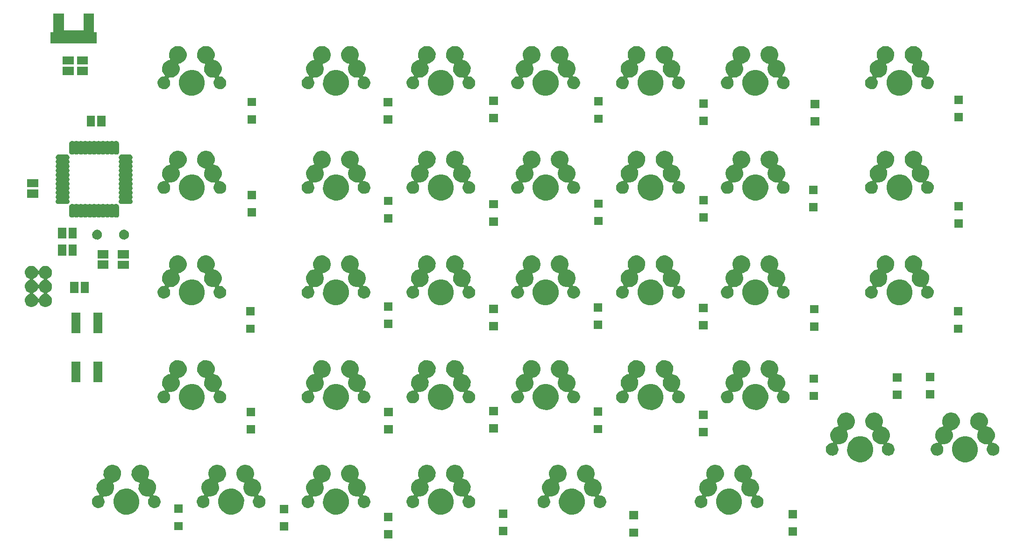
<source format=gts>
G04 #@! TF.FileFunction,Soldermask,Top*
%FSLAX46Y46*%
G04 Gerber Fmt 4.6, Leading zero omitted, Abs format (unit mm)*
G04 Created by KiCad (PCBNEW 4.0.0-rc1-stable) date 12/27/2015 3:28:10 PM*
%MOMM*%
G01*
G04 APERTURE LIST*
%ADD10C,0.150000*%
G04 APERTURE END LIST*
D10*
G36*
X122775000Y-125675000D02*
X121225000Y-125675000D01*
X121225000Y-124175000D01*
X122775000Y-124175000D01*
X122775000Y-125675000D01*
X122775000Y-125675000D01*
G37*
G36*
X167275000Y-125375000D02*
X165725000Y-125375000D01*
X165725000Y-123875000D01*
X167275000Y-123875000D01*
X167275000Y-125375000D01*
X167275000Y-125375000D01*
G37*
G36*
X196075000Y-125175000D02*
X194525000Y-125175000D01*
X194525000Y-123675000D01*
X196075000Y-123675000D01*
X196075000Y-125175000D01*
X196075000Y-125175000D01*
G37*
G36*
X143625000Y-125075000D02*
X142075000Y-125075000D01*
X142075000Y-123575000D01*
X143625000Y-123575000D01*
X143625000Y-125075000D01*
X143625000Y-125075000D01*
G37*
G36*
X103875000Y-124225000D02*
X102325000Y-124225000D01*
X102325000Y-122725000D01*
X103875000Y-122725000D01*
X103875000Y-124225000D01*
X103875000Y-124225000D01*
G37*
G36*
X84775000Y-124175000D02*
X83225000Y-124175000D01*
X83225000Y-122675000D01*
X84775000Y-122675000D01*
X84775000Y-124175000D01*
X84775000Y-124175000D01*
G37*
G36*
X122775000Y-122525000D02*
X121225000Y-122525000D01*
X121225000Y-121025000D01*
X122775000Y-121025000D01*
X122775000Y-122525000D01*
X122775000Y-122525000D01*
G37*
G36*
X167275000Y-122225000D02*
X165725000Y-122225000D01*
X165725000Y-120725000D01*
X167275000Y-120725000D01*
X167275000Y-122225000D01*
X167275000Y-122225000D01*
G37*
G36*
X196075000Y-122025000D02*
X194525000Y-122025000D01*
X194525000Y-120525000D01*
X196075000Y-120525000D01*
X196075000Y-122025000D01*
X196075000Y-122025000D01*
G37*
G36*
X143625000Y-121925000D02*
X142075000Y-121925000D01*
X142075000Y-120425000D01*
X143625000Y-120425000D01*
X143625000Y-121925000D01*
X143625000Y-121925000D01*
G37*
G36*
X184032807Y-116651778D02*
X184484215Y-116744439D01*
X184909019Y-116923011D01*
X185291060Y-117180701D01*
X185615763Y-117507678D01*
X185870776Y-117891503D01*
X186046381Y-118317553D01*
X186135682Y-118768554D01*
X186135682Y-118768585D01*
X186135881Y-118769592D01*
X186128532Y-119295931D01*
X186128303Y-119296937D01*
X186128303Y-119296963D01*
X186026445Y-119745295D01*
X185839014Y-120166272D01*
X185573383Y-120542828D01*
X185239671Y-120860618D01*
X184850595Y-121107532D01*
X184420958Y-121274178D01*
X183967146Y-121354197D01*
X183506431Y-121344546D01*
X183056360Y-121245592D01*
X182634088Y-121061106D01*
X182255690Y-120798112D01*
X181935577Y-120466626D01*
X181685951Y-120079283D01*
X181516312Y-119650821D01*
X181433124Y-119197573D01*
X181439559Y-118736806D01*
X181535368Y-118286056D01*
X181716902Y-117862506D01*
X181977248Y-117482280D01*
X182306491Y-117159862D01*
X182692087Y-116907535D01*
X183119351Y-116734910D01*
X183572003Y-116648562D01*
X184032807Y-116651778D01*
X184032807Y-116651778D01*
G37*
G36*
X74785407Y-116651778D02*
X75236815Y-116744439D01*
X75661619Y-116923011D01*
X76043660Y-117180701D01*
X76368363Y-117507678D01*
X76623376Y-117891503D01*
X76798981Y-118317553D01*
X76888282Y-118768554D01*
X76888282Y-118768585D01*
X76888481Y-118769592D01*
X76881132Y-119295931D01*
X76880903Y-119296937D01*
X76880903Y-119296963D01*
X76779045Y-119745295D01*
X76591614Y-120166272D01*
X76325983Y-120542828D01*
X75992271Y-120860618D01*
X75603195Y-121107532D01*
X75173558Y-121274178D01*
X74719746Y-121354197D01*
X74259031Y-121344546D01*
X73808960Y-121245592D01*
X73386688Y-121061106D01*
X73008290Y-120798112D01*
X72688177Y-120466626D01*
X72438551Y-120079283D01*
X72268912Y-119650821D01*
X72185724Y-119197573D01*
X72192159Y-118736806D01*
X72287968Y-118286056D01*
X72469502Y-117862506D01*
X72729848Y-117482280D01*
X73059091Y-117159862D01*
X73444687Y-116907535D01*
X73871951Y-116734910D01*
X74324603Y-116648562D01*
X74785407Y-116651778D01*
X74785407Y-116651778D01*
G37*
G36*
X93785407Y-116651778D02*
X94236815Y-116744439D01*
X94661619Y-116923011D01*
X95043660Y-117180701D01*
X95368363Y-117507678D01*
X95623376Y-117891503D01*
X95798981Y-118317553D01*
X95888282Y-118768554D01*
X95888282Y-118768585D01*
X95888481Y-118769592D01*
X95881132Y-119295931D01*
X95880903Y-119296937D01*
X95880903Y-119296963D01*
X95779045Y-119745295D01*
X95591614Y-120166272D01*
X95325983Y-120542828D01*
X94992271Y-120860618D01*
X94603195Y-121107532D01*
X94173558Y-121274178D01*
X93719746Y-121354197D01*
X93259031Y-121344546D01*
X92808960Y-121245592D01*
X92386688Y-121061106D01*
X92008290Y-120798112D01*
X91688177Y-120466626D01*
X91438551Y-120079283D01*
X91268912Y-119650821D01*
X91185724Y-119197573D01*
X91192159Y-118736806D01*
X91287968Y-118286056D01*
X91469502Y-117862506D01*
X91729848Y-117482280D01*
X92059091Y-117159862D01*
X92444687Y-116907535D01*
X92871951Y-116734910D01*
X93324603Y-116648562D01*
X93785407Y-116651778D01*
X93785407Y-116651778D01*
G37*
G36*
X112785407Y-116651778D02*
X113236815Y-116744439D01*
X113661619Y-116923011D01*
X114043660Y-117180701D01*
X114368363Y-117507678D01*
X114623376Y-117891503D01*
X114798981Y-118317553D01*
X114888282Y-118768554D01*
X114888282Y-118768585D01*
X114888481Y-118769592D01*
X114881132Y-119295931D01*
X114880903Y-119296937D01*
X114880903Y-119296963D01*
X114779045Y-119745295D01*
X114591614Y-120166272D01*
X114325983Y-120542828D01*
X113992271Y-120860618D01*
X113603195Y-121107532D01*
X113173558Y-121274178D01*
X112719746Y-121354197D01*
X112259031Y-121344546D01*
X111808960Y-121245592D01*
X111386688Y-121061106D01*
X111008290Y-120798112D01*
X110688177Y-120466626D01*
X110438551Y-120079283D01*
X110268912Y-119650821D01*
X110185724Y-119197573D01*
X110192159Y-118736806D01*
X110287968Y-118286056D01*
X110469502Y-117862506D01*
X110729848Y-117482280D01*
X111059091Y-117159862D01*
X111444687Y-116907535D01*
X111871951Y-116734910D01*
X112324603Y-116648562D01*
X112785407Y-116651778D01*
X112785407Y-116651778D01*
G37*
G36*
X131785407Y-116651778D02*
X132236815Y-116744439D01*
X132661619Y-116923011D01*
X133043660Y-117180701D01*
X133368363Y-117507678D01*
X133623376Y-117891503D01*
X133798981Y-118317553D01*
X133888282Y-118768554D01*
X133888282Y-118768585D01*
X133888481Y-118769592D01*
X133881132Y-119295931D01*
X133880903Y-119296937D01*
X133880903Y-119296963D01*
X133779045Y-119745295D01*
X133591614Y-120166272D01*
X133325983Y-120542828D01*
X132992271Y-120860618D01*
X132603195Y-121107532D01*
X132173558Y-121274178D01*
X131719746Y-121354197D01*
X131259031Y-121344546D01*
X130808960Y-121245592D01*
X130386688Y-121061106D01*
X130008290Y-120798112D01*
X129688177Y-120466626D01*
X129438551Y-120079283D01*
X129268912Y-119650821D01*
X129185724Y-119197573D01*
X129192159Y-118736806D01*
X129287968Y-118286056D01*
X129469502Y-117862506D01*
X129729848Y-117482280D01*
X130059091Y-117159862D01*
X130444687Y-116907535D01*
X130871951Y-116734910D01*
X131324603Y-116648562D01*
X131785407Y-116651778D01*
X131785407Y-116651778D01*
G37*
G36*
X155535407Y-116651778D02*
X155986815Y-116744439D01*
X156411619Y-116923011D01*
X156793660Y-117180701D01*
X157118363Y-117507678D01*
X157373376Y-117891503D01*
X157548981Y-118317553D01*
X157638282Y-118768554D01*
X157638282Y-118768585D01*
X157638481Y-118769592D01*
X157631132Y-119295931D01*
X157630903Y-119296937D01*
X157630903Y-119296963D01*
X157529045Y-119745295D01*
X157341614Y-120166272D01*
X157075983Y-120542828D01*
X156742271Y-120860618D01*
X156353195Y-121107532D01*
X155923558Y-121274178D01*
X155469746Y-121354197D01*
X155009031Y-121344546D01*
X154558960Y-121245592D01*
X154136688Y-121061106D01*
X153758290Y-120798112D01*
X153438177Y-120466626D01*
X153188551Y-120079283D01*
X153018912Y-119650821D01*
X152935724Y-119197573D01*
X152942159Y-118736806D01*
X153037968Y-118286056D01*
X153219502Y-117862506D01*
X153479848Y-117482280D01*
X153809091Y-117159862D01*
X154194687Y-116907535D01*
X154621951Y-116734910D01*
X155074603Y-116648562D01*
X155535407Y-116651778D01*
X155535407Y-116651778D01*
G37*
G36*
X103875000Y-121075000D02*
X102325000Y-121075000D01*
X102325000Y-119575000D01*
X103875000Y-119575000D01*
X103875000Y-121075000D01*
X103875000Y-121075000D01*
G37*
G36*
X84775000Y-121025000D02*
X83225000Y-121025000D01*
X83225000Y-119525000D01*
X84775000Y-119525000D01*
X84775000Y-121025000D01*
X84775000Y-121025000D01*
G37*
G36*
X110166706Y-112320579D02*
X110474168Y-112383692D01*
X110763509Y-112505320D01*
X111023728Y-112680840D01*
X111244888Y-112903549D01*
X111418584Y-113164982D01*
X111538191Y-113455171D01*
X111598950Y-113762027D01*
X111598950Y-113762058D01*
X111599149Y-113763065D01*
X111594143Y-114121564D01*
X111593915Y-114122566D01*
X111593915Y-114122597D01*
X111524612Y-114427635D01*
X111396949Y-114714371D01*
X111216019Y-114970854D01*
X110988727Y-115187303D01*
X110723718Y-115355482D01*
X110431082Y-115468989D01*
X110260773Y-115499019D01*
X110220650Y-115512124D01*
X110185766Y-115535888D01*
X110158884Y-115568430D01*
X110142133Y-115607172D01*
X110136838Y-115649048D01*
X110148138Y-115703900D01*
X110268191Y-115995171D01*
X110328950Y-116302027D01*
X110328950Y-116302058D01*
X110329149Y-116303065D01*
X110324143Y-116661564D01*
X110323915Y-116662566D01*
X110323915Y-116662597D01*
X110254612Y-116967635D01*
X110126949Y-117254371D01*
X109946019Y-117510854D01*
X109718727Y-117727303D01*
X109453718Y-117895482D01*
X109161082Y-118008989D01*
X108851982Y-118063491D01*
X108538178Y-118056918D01*
X108519704Y-118052856D01*
X108477615Y-118049682D01*
X108436308Y-118058359D01*
X108399053Y-118078201D01*
X108368802Y-118107636D01*
X108347948Y-118144334D01*
X108338144Y-118185388D01*
X108340165Y-118227548D01*
X108362554Y-118282365D01*
X108478909Y-118457493D01*
X108564851Y-118666004D01*
X108608451Y-118886198D01*
X108608450Y-118886234D01*
X108608649Y-118887237D01*
X108605052Y-119144831D01*
X108604825Y-119145828D01*
X108604825Y-119145863D01*
X108555094Y-119364754D01*
X108463364Y-119570783D01*
X108333361Y-119755074D01*
X108170038Y-119910604D01*
X107979624Y-120031444D01*
X107769352Y-120113004D01*
X107547255Y-120152165D01*
X107321777Y-120147442D01*
X107101508Y-120099013D01*
X106894847Y-120008724D01*
X106709650Y-119880010D01*
X106552986Y-119717779D01*
X106430816Y-119528208D01*
X106347795Y-119318521D01*
X106307081Y-119096693D01*
X106310231Y-118871191D01*
X106357121Y-118650588D01*
X106445964Y-118443301D01*
X106573382Y-118257213D01*
X106734515Y-118099420D01*
X106923226Y-117975931D01*
X107132337Y-117891445D01*
X107353869Y-117849185D01*
X107491594Y-117850146D01*
X107533423Y-117844500D01*
X107572024Y-117827423D01*
X107604338Y-117800269D01*
X107627808Y-117765187D01*
X107640576Y-117724955D01*
X107641629Y-117682759D01*
X107630886Y-117641941D01*
X107600542Y-117595951D01*
X107468239Y-117458948D01*
X107298215Y-117195122D01*
X107182670Y-116903287D01*
X107126009Y-116594570D01*
X107130392Y-116280734D01*
X107195650Y-115973717D01*
X107319295Y-115685230D01*
X107496622Y-115426251D01*
X107720878Y-115206643D01*
X107983511Y-115034781D01*
X108274531Y-114917202D01*
X108468027Y-114880290D01*
X108507963Y-114866626D01*
X108542511Y-114842377D01*
X108568936Y-114809463D01*
X108585145Y-114770491D01*
X108589854Y-114728545D01*
X108582692Y-114686949D01*
X108571220Y-114662712D01*
X108452670Y-114363287D01*
X108396009Y-114054570D01*
X108400392Y-113740734D01*
X108465650Y-113433717D01*
X108589295Y-113145230D01*
X108766622Y-112886251D01*
X108990878Y-112666643D01*
X109253511Y-112494781D01*
X109544532Y-112377202D01*
X109852843Y-112318388D01*
X110166706Y-112320579D01*
X110166706Y-112320579D01*
G37*
G36*
X134246706Y-112320579D02*
X134554168Y-112383692D01*
X134843509Y-112505320D01*
X135103728Y-112680840D01*
X135324888Y-112903549D01*
X135498584Y-113164982D01*
X135618191Y-113455171D01*
X135678950Y-113762027D01*
X135678950Y-113762058D01*
X135679149Y-113763065D01*
X135674143Y-114121564D01*
X135673915Y-114122566D01*
X135673915Y-114122597D01*
X135604612Y-114427635D01*
X135496515Y-114670426D01*
X135484943Y-114711017D01*
X135485138Y-114753226D01*
X135497084Y-114793709D01*
X135519836Y-114829261D01*
X135551591Y-114857067D01*
X135603386Y-114878372D01*
X135824168Y-114923692D01*
X136113509Y-115045320D01*
X136373728Y-115220840D01*
X136594888Y-115443549D01*
X136768584Y-115704982D01*
X136888191Y-115995171D01*
X136948950Y-116302027D01*
X136948950Y-116302058D01*
X136949149Y-116303065D01*
X136944143Y-116661564D01*
X136943915Y-116662566D01*
X136943915Y-116662597D01*
X136874612Y-116967635D01*
X136746949Y-117254371D01*
X136566019Y-117510854D01*
X136481801Y-117591055D01*
X136455634Y-117624174D01*
X136439730Y-117663272D01*
X136435348Y-117705252D01*
X136442835Y-117746792D01*
X136461598Y-117784601D01*
X136490151Y-117815686D01*
X136526235Y-117837585D01*
X136584197Y-117849676D01*
X136739390Y-117850759D01*
X136960310Y-117896107D01*
X137168215Y-117983503D01*
X137355189Y-118109618D01*
X137514103Y-118269646D01*
X137638909Y-118457493D01*
X137724851Y-118666004D01*
X137768451Y-118886198D01*
X137768450Y-118886234D01*
X137768649Y-118887237D01*
X137765052Y-119144831D01*
X137764825Y-119145828D01*
X137764825Y-119145863D01*
X137715094Y-119364754D01*
X137623364Y-119570783D01*
X137493361Y-119755074D01*
X137330038Y-119910604D01*
X137139624Y-120031444D01*
X136929352Y-120113004D01*
X136707255Y-120152165D01*
X136481777Y-120147442D01*
X136261508Y-120099013D01*
X136054847Y-120008724D01*
X135869650Y-119880010D01*
X135712986Y-119717779D01*
X135590816Y-119528208D01*
X135507795Y-119318521D01*
X135467081Y-119096693D01*
X135470231Y-118871191D01*
X135517121Y-118650588D01*
X135605963Y-118443304D01*
X135718533Y-118278901D01*
X135737242Y-118241065D01*
X135744670Y-118199515D01*
X135740229Y-118157540D01*
X135724269Y-118118465D01*
X135698055Y-118085383D01*
X135663663Y-118060914D01*
X135623815Y-118046995D01*
X135568719Y-118046434D01*
X135471983Y-118063491D01*
X135158180Y-118056918D01*
X134851627Y-117989518D01*
X134564010Y-117863861D01*
X134306276Y-117684731D01*
X134088239Y-117458948D01*
X133918215Y-117195122D01*
X133802670Y-116903287D01*
X133746009Y-116594570D01*
X133750392Y-116280734D01*
X133815650Y-115973717D01*
X133929390Y-115708340D01*
X133940394Y-115667591D01*
X133939610Y-115625389D01*
X133927100Y-115585077D01*
X133903854Y-115549846D01*
X133871714Y-115522486D01*
X133823731Y-115502748D01*
X133581626Y-115449517D01*
X133294010Y-115323861D01*
X133036276Y-115144731D01*
X132818239Y-114918948D01*
X132648215Y-114655122D01*
X132532670Y-114363287D01*
X132476009Y-114054570D01*
X132480392Y-113740734D01*
X132545650Y-113433717D01*
X132669295Y-113145230D01*
X132846622Y-112886251D01*
X133070878Y-112666643D01*
X133333511Y-112494781D01*
X133624532Y-112377202D01*
X133932843Y-112318388D01*
X134246706Y-112320579D01*
X134246706Y-112320579D01*
G37*
G36*
X152916706Y-112320579D02*
X153224168Y-112383692D01*
X153513509Y-112505320D01*
X153773728Y-112680840D01*
X153994888Y-112903549D01*
X154168584Y-113164982D01*
X154288191Y-113455171D01*
X154348950Y-113762027D01*
X154348950Y-113762058D01*
X154349149Y-113763065D01*
X154344143Y-114121564D01*
X154343915Y-114122566D01*
X154343915Y-114122597D01*
X154274612Y-114427635D01*
X154146949Y-114714371D01*
X153966019Y-114970854D01*
X153738727Y-115187303D01*
X153473718Y-115355482D01*
X153181082Y-115468989D01*
X153010773Y-115499019D01*
X152970650Y-115512124D01*
X152935766Y-115535888D01*
X152908884Y-115568430D01*
X152892133Y-115607172D01*
X152886838Y-115649048D01*
X152898138Y-115703900D01*
X153018191Y-115995171D01*
X153078950Y-116302027D01*
X153078950Y-116302058D01*
X153079149Y-116303065D01*
X153074143Y-116661564D01*
X153073915Y-116662566D01*
X153073915Y-116662597D01*
X153004612Y-116967635D01*
X152876949Y-117254371D01*
X152696019Y-117510854D01*
X152468727Y-117727303D01*
X152203718Y-117895482D01*
X151911082Y-118008989D01*
X151601982Y-118063491D01*
X151288178Y-118056918D01*
X151269704Y-118052856D01*
X151227615Y-118049682D01*
X151186308Y-118058359D01*
X151149053Y-118078201D01*
X151118802Y-118107636D01*
X151097948Y-118144334D01*
X151088144Y-118185388D01*
X151090165Y-118227548D01*
X151112554Y-118282365D01*
X151228909Y-118457493D01*
X151314851Y-118666004D01*
X151358451Y-118886198D01*
X151358450Y-118886234D01*
X151358649Y-118887237D01*
X151355052Y-119144831D01*
X151354825Y-119145828D01*
X151354825Y-119145863D01*
X151305094Y-119364754D01*
X151213364Y-119570783D01*
X151083361Y-119755074D01*
X150920038Y-119910604D01*
X150729624Y-120031444D01*
X150519352Y-120113004D01*
X150297255Y-120152165D01*
X150071777Y-120147442D01*
X149851508Y-120099013D01*
X149644847Y-120008724D01*
X149459650Y-119880010D01*
X149302986Y-119717779D01*
X149180816Y-119528208D01*
X149097795Y-119318521D01*
X149057081Y-119096693D01*
X149060231Y-118871191D01*
X149107121Y-118650588D01*
X149195964Y-118443301D01*
X149323382Y-118257213D01*
X149484515Y-118099420D01*
X149673226Y-117975931D01*
X149882337Y-117891445D01*
X150103869Y-117849185D01*
X150241594Y-117850146D01*
X150283423Y-117844500D01*
X150322024Y-117827423D01*
X150354338Y-117800269D01*
X150377808Y-117765187D01*
X150390576Y-117724955D01*
X150391629Y-117682759D01*
X150380886Y-117641941D01*
X150350542Y-117595951D01*
X150218239Y-117458948D01*
X150048215Y-117195122D01*
X149932670Y-116903287D01*
X149876009Y-116594570D01*
X149880392Y-116280734D01*
X149945650Y-115973717D01*
X150069295Y-115685230D01*
X150246622Y-115426251D01*
X150470878Y-115206643D01*
X150733511Y-115034781D01*
X151024531Y-114917202D01*
X151218027Y-114880290D01*
X151257963Y-114866626D01*
X151292511Y-114842377D01*
X151318936Y-114809463D01*
X151335145Y-114770491D01*
X151339854Y-114728545D01*
X151332692Y-114686949D01*
X151321220Y-114662712D01*
X151202670Y-114363287D01*
X151146009Y-114054570D01*
X151150392Y-113740734D01*
X151215650Y-113433717D01*
X151339295Y-113145230D01*
X151516622Y-112886251D01*
X151740878Y-112666643D01*
X152003511Y-112494781D01*
X152294532Y-112377202D01*
X152602843Y-112318388D01*
X152916706Y-112320579D01*
X152916706Y-112320579D01*
G37*
G36*
X72166706Y-112320579D02*
X72474168Y-112383692D01*
X72763509Y-112505320D01*
X73023728Y-112680840D01*
X73244888Y-112903549D01*
X73418584Y-113164982D01*
X73538191Y-113455171D01*
X73598950Y-113762027D01*
X73598950Y-113762058D01*
X73599149Y-113763065D01*
X73594143Y-114121564D01*
X73593915Y-114122566D01*
X73593915Y-114122597D01*
X73524612Y-114427635D01*
X73396949Y-114714371D01*
X73216019Y-114970854D01*
X72988727Y-115187303D01*
X72723718Y-115355482D01*
X72431082Y-115468989D01*
X72260773Y-115499019D01*
X72220650Y-115512124D01*
X72185766Y-115535888D01*
X72158884Y-115568430D01*
X72142133Y-115607172D01*
X72136838Y-115649048D01*
X72148138Y-115703900D01*
X72268191Y-115995171D01*
X72328950Y-116302027D01*
X72328950Y-116302058D01*
X72329149Y-116303065D01*
X72324143Y-116661564D01*
X72323915Y-116662566D01*
X72323915Y-116662597D01*
X72254612Y-116967635D01*
X72126949Y-117254371D01*
X71946019Y-117510854D01*
X71718727Y-117727303D01*
X71453718Y-117895482D01*
X71161082Y-118008989D01*
X70851982Y-118063491D01*
X70538178Y-118056918D01*
X70519704Y-118052856D01*
X70477615Y-118049682D01*
X70436308Y-118058359D01*
X70399053Y-118078201D01*
X70368802Y-118107636D01*
X70347948Y-118144334D01*
X70338144Y-118185388D01*
X70340165Y-118227548D01*
X70362554Y-118282365D01*
X70478909Y-118457493D01*
X70564851Y-118666004D01*
X70608451Y-118886198D01*
X70608450Y-118886234D01*
X70608649Y-118887237D01*
X70605052Y-119144831D01*
X70604825Y-119145828D01*
X70604825Y-119145863D01*
X70555094Y-119364754D01*
X70463364Y-119570783D01*
X70333361Y-119755074D01*
X70170038Y-119910604D01*
X69979624Y-120031444D01*
X69769352Y-120113004D01*
X69547255Y-120152165D01*
X69321777Y-120147442D01*
X69101508Y-120099013D01*
X68894847Y-120008724D01*
X68709650Y-119880010D01*
X68552986Y-119717779D01*
X68430816Y-119528208D01*
X68347795Y-119318521D01*
X68307081Y-119096693D01*
X68310231Y-118871191D01*
X68357121Y-118650588D01*
X68445964Y-118443301D01*
X68573382Y-118257213D01*
X68734515Y-118099420D01*
X68923226Y-117975931D01*
X69132337Y-117891445D01*
X69353869Y-117849185D01*
X69491594Y-117850146D01*
X69533423Y-117844500D01*
X69572024Y-117827423D01*
X69604338Y-117800269D01*
X69627808Y-117765187D01*
X69640576Y-117724955D01*
X69641629Y-117682759D01*
X69630886Y-117641941D01*
X69600542Y-117595951D01*
X69468239Y-117458948D01*
X69298215Y-117195122D01*
X69182670Y-116903287D01*
X69126009Y-116594570D01*
X69130392Y-116280734D01*
X69195650Y-115973717D01*
X69319295Y-115685230D01*
X69496622Y-115426251D01*
X69720878Y-115206643D01*
X69983511Y-115034781D01*
X70274531Y-114917202D01*
X70468027Y-114880290D01*
X70507963Y-114866626D01*
X70542511Y-114842377D01*
X70568936Y-114809463D01*
X70585145Y-114770491D01*
X70589854Y-114728545D01*
X70582692Y-114686949D01*
X70571220Y-114662712D01*
X70452670Y-114363287D01*
X70396009Y-114054570D01*
X70400392Y-113740734D01*
X70465650Y-113433717D01*
X70589295Y-113145230D01*
X70766622Y-112886251D01*
X70990878Y-112666643D01*
X71253511Y-112494781D01*
X71544532Y-112377202D01*
X71852843Y-112318388D01*
X72166706Y-112320579D01*
X72166706Y-112320579D01*
G37*
G36*
X157996706Y-112320579D02*
X158304168Y-112383692D01*
X158593509Y-112505320D01*
X158853728Y-112680840D01*
X159074888Y-112903549D01*
X159248584Y-113164982D01*
X159368191Y-113455171D01*
X159428950Y-113762027D01*
X159428950Y-113762058D01*
X159429149Y-113763065D01*
X159424143Y-114121564D01*
X159423915Y-114122566D01*
X159423915Y-114122597D01*
X159354612Y-114427635D01*
X159246515Y-114670426D01*
X159234943Y-114711017D01*
X159235138Y-114753226D01*
X159247084Y-114793709D01*
X159269836Y-114829261D01*
X159301591Y-114857067D01*
X159353386Y-114878372D01*
X159574168Y-114923692D01*
X159863509Y-115045320D01*
X160123728Y-115220840D01*
X160344888Y-115443549D01*
X160518584Y-115704982D01*
X160638191Y-115995171D01*
X160698950Y-116302027D01*
X160698950Y-116302058D01*
X160699149Y-116303065D01*
X160694143Y-116661564D01*
X160693915Y-116662566D01*
X160693915Y-116662597D01*
X160624612Y-116967635D01*
X160496949Y-117254371D01*
X160316019Y-117510854D01*
X160231801Y-117591055D01*
X160205634Y-117624174D01*
X160189730Y-117663272D01*
X160185348Y-117705252D01*
X160192835Y-117746792D01*
X160211598Y-117784601D01*
X160240151Y-117815686D01*
X160276235Y-117837585D01*
X160334197Y-117849676D01*
X160489390Y-117850759D01*
X160710310Y-117896107D01*
X160918215Y-117983503D01*
X161105189Y-118109618D01*
X161264103Y-118269646D01*
X161388909Y-118457493D01*
X161474851Y-118666004D01*
X161518451Y-118886198D01*
X161518450Y-118886234D01*
X161518649Y-118887237D01*
X161515052Y-119144831D01*
X161514825Y-119145828D01*
X161514825Y-119145863D01*
X161465094Y-119364754D01*
X161373364Y-119570783D01*
X161243361Y-119755074D01*
X161080038Y-119910604D01*
X160889624Y-120031444D01*
X160679352Y-120113004D01*
X160457255Y-120152165D01*
X160231777Y-120147442D01*
X160011508Y-120099013D01*
X159804847Y-120008724D01*
X159619650Y-119880010D01*
X159462986Y-119717779D01*
X159340816Y-119528208D01*
X159257795Y-119318521D01*
X159217081Y-119096693D01*
X159220231Y-118871191D01*
X159267121Y-118650588D01*
X159355963Y-118443304D01*
X159468533Y-118278901D01*
X159487242Y-118241065D01*
X159494670Y-118199515D01*
X159490229Y-118157540D01*
X159474269Y-118118465D01*
X159448055Y-118085383D01*
X159413663Y-118060914D01*
X159373815Y-118046995D01*
X159318719Y-118046434D01*
X159221983Y-118063491D01*
X158908180Y-118056918D01*
X158601627Y-117989518D01*
X158314010Y-117863861D01*
X158056276Y-117684731D01*
X157838239Y-117458948D01*
X157668215Y-117195122D01*
X157552670Y-116903287D01*
X157496009Y-116594570D01*
X157500392Y-116280734D01*
X157565650Y-115973717D01*
X157679390Y-115708340D01*
X157690394Y-115667591D01*
X157689610Y-115625389D01*
X157677100Y-115585077D01*
X157653854Y-115549846D01*
X157621714Y-115522486D01*
X157573731Y-115502748D01*
X157331626Y-115449517D01*
X157044010Y-115323861D01*
X156786276Y-115144731D01*
X156568239Y-114918948D01*
X156398215Y-114655122D01*
X156282670Y-114363287D01*
X156226009Y-114054570D01*
X156230392Y-113740734D01*
X156295650Y-113433717D01*
X156419295Y-113145230D01*
X156596622Y-112886251D01*
X156820878Y-112666643D01*
X157083511Y-112494781D01*
X157374532Y-112377202D01*
X157682843Y-112318388D01*
X157996706Y-112320579D01*
X157996706Y-112320579D01*
G37*
G36*
X115246706Y-112320579D02*
X115554168Y-112383692D01*
X115843509Y-112505320D01*
X116103728Y-112680840D01*
X116324888Y-112903549D01*
X116498584Y-113164982D01*
X116618191Y-113455171D01*
X116678950Y-113762027D01*
X116678950Y-113762058D01*
X116679149Y-113763065D01*
X116674143Y-114121564D01*
X116673915Y-114122566D01*
X116673915Y-114122597D01*
X116604612Y-114427635D01*
X116496515Y-114670426D01*
X116484943Y-114711017D01*
X116485138Y-114753226D01*
X116497084Y-114793709D01*
X116519836Y-114829261D01*
X116551591Y-114857067D01*
X116603386Y-114878372D01*
X116824168Y-114923692D01*
X117113509Y-115045320D01*
X117373728Y-115220840D01*
X117594888Y-115443549D01*
X117768584Y-115704982D01*
X117888191Y-115995171D01*
X117948950Y-116302027D01*
X117948950Y-116302058D01*
X117949149Y-116303065D01*
X117944143Y-116661564D01*
X117943915Y-116662566D01*
X117943915Y-116662597D01*
X117874612Y-116967635D01*
X117746949Y-117254371D01*
X117566019Y-117510854D01*
X117481801Y-117591055D01*
X117455634Y-117624174D01*
X117439730Y-117663272D01*
X117435348Y-117705252D01*
X117442835Y-117746792D01*
X117461598Y-117784601D01*
X117490151Y-117815686D01*
X117526235Y-117837585D01*
X117584197Y-117849676D01*
X117739390Y-117850759D01*
X117960310Y-117896107D01*
X118168215Y-117983503D01*
X118355189Y-118109618D01*
X118514103Y-118269646D01*
X118638909Y-118457493D01*
X118724851Y-118666004D01*
X118768451Y-118886198D01*
X118768450Y-118886234D01*
X118768649Y-118887237D01*
X118765052Y-119144831D01*
X118764825Y-119145828D01*
X118764825Y-119145863D01*
X118715094Y-119364754D01*
X118623364Y-119570783D01*
X118493361Y-119755074D01*
X118330038Y-119910604D01*
X118139624Y-120031444D01*
X117929352Y-120113004D01*
X117707255Y-120152165D01*
X117481777Y-120147442D01*
X117261508Y-120099013D01*
X117054847Y-120008724D01*
X116869650Y-119880010D01*
X116712986Y-119717779D01*
X116590816Y-119528208D01*
X116507795Y-119318521D01*
X116467081Y-119096693D01*
X116470231Y-118871191D01*
X116517121Y-118650588D01*
X116605963Y-118443304D01*
X116718533Y-118278901D01*
X116737242Y-118241065D01*
X116744670Y-118199515D01*
X116740229Y-118157540D01*
X116724269Y-118118465D01*
X116698055Y-118085383D01*
X116663663Y-118060914D01*
X116623815Y-118046995D01*
X116568719Y-118046434D01*
X116471983Y-118063491D01*
X116158180Y-118056918D01*
X115851627Y-117989518D01*
X115564010Y-117863861D01*
X115306276Y-117684731D01*
X115088239Y-117458948D01*
X114918215Y-117195122D01*
X114802670Y-116903287D01*
X114746009Y-116594570D01*
X114750392Y-116280734D01*
X114815650Y-115973717D01*
X114929390Y-115708340D01*
X114940394Y-115667591D01*
X114939610Y-115625389D01*
X114927100Y-115585077D01*
X114903854Y-115549846D01*
X114871714Y-115522486D01*
X114823731Y-115502748D01*
X114581626Y-115449517D01*
X114294010Y-115323861D01*
X114036276Y-115144731D01*
X113818239Y-114918948D01*
X113648215Y-114655122D01*
X113532670Y-114363287D01*
X113476009Y-114054570D01*
X113480392Y-113740734D01*
X113545650Y-113433717D01*
X113669295Y-113145230D01*
X113846622Y-112886251D01*
X114070878Y-112666643D01*
X114333511Y-112494781D01*
X114624532Y-112377202D01*
X114932843Y-112318388D01*
X115246706Y-112320579D01*
X115246706Y-112320579D01*
G37*
G36*
X181414106Y-112320579D02*
X181721568Y-112383692D01*
X182010909Y-112505320D01*
X182271128Y-112680840D01*
X182492288Y-112903549D01*
X182665984Y-113164982D01*
X182785591Y-113455171D01*
X182846350Y-113762027D01*
X182846350Y-113762058D01*
X182846549Y-113763065D01*
X182841543Y-114121564D01*
X182841315Y-114122566D01*
X182841315Y-114122597D01*
X182772012Y-114427635D01*
X182644349Y-114714371D01*
X182463419Y-114970854D01*
X182236127Y-115187303D01*
X181971118Y-115355482D01*
X181678482Y-115468989D01*
X181508173Y-115499019D01*
X181468050Y-115512124D01*
X181433166Y-115535888D01*
X181406284Y-115568430D01*
X181389533Y-115607172D01*
X181384238Y-115649048D01*
X181395538Y-115703900D01*
X181515591Y-115995171D01*
X181576350Y-116302027D01*
X181576350Y-116302058D01*
X181576549Y-116303065D01*
X181571543Y-116661564D01*
X181571315Y-116662566D01*
X181571315Y-116662597D01*
X181502012Y-116967635D01*
X181374349Y-117254371D01*
X181193419Y-117510854D01*
X180966127Y-117727303D01*
X180701118Y-117895482D01*
X180408482Y-118008989D01*
X180099382Y-118063491D01*
X179785578Y-118056918D01*
X179767104Y-118052856D01*
X179725015Y-118049682D01*
X179683708Y-118058359D01*
X179646453Y-118078201D01*
X179616202Y-118107636D01*
X179595348Y-118144334D01*
X179585544Y-118185388D01*
X179587565Y-118227548D01*
X179609954Y-118282365D01*
X179726309Y-118457493D01*
X179812251Y-118666004D01*
X179855851Y-118886198D01*
X179855850Y-118886234D01*
X179856049Y-118887237D01*
X179852452Y-119144831D01*
X179852225Y-119145828D01*
X179852225Y-119145863D01*
X179802494Y-119364754D01*
X179710764Y-119570783D01*
X179580761Y-119755074D01*
X179417438Y-119910604D01*
X179227024Y-120031444D01*
X179016752Y-120113004D01*
X178794655Y-120152165D01*
X178569177Y-120147442D01*
X178348908Y-120099013D01*
X178142247Y-120008724D01*
X177957050Y-119880010D01*
X177800386Y-119717779D01*
X177678216Y-119528208D01*
X177595195Y-119318521D01*
X177554481Y-119096693D01*
X177557631Y-118871191D01*
X177604521Y-118650588D01*
X177693364Y-118443301D01*
X177820782Y-118257213D01*
X177981915Y-118099420D01*
X178170626Y-117975931D01*
X178379737Y-117891445D01*
X178601269Y-117849185D01*
X178738994Y-117850146D01*
X178780823Y-117844500D01*
X178819424Y-117827423D01*
X178851738Y-117800269D01*
X178875208Y-117765187D01*
X178887976Y-117724955D01*
X178889029Y-117682759D01*
X178878286Y-117641941D01*
X178847942Y-117595951D01*
X178715639Y-117458948D01*
X178545615Y-117195122D01*
X178430070Y-116903287D01*
X178373409Y-116594570D01*
X178377792Y-116280734D01*
X178443050Y-115973717D01*
X178566695Y-115685230D01*
X178744022Y-115426251D01*
X178968278Y-115206643D01*
X179230911Y-115034781D01*
X179521931Y-114917202D01*
X179715427Y-114880290D01*
X179755363Y-114866626D01*
X179789911Y-114842377D01*
X179816336Y-114809463D01*
X179832545Y-114770491D01*
X179837254Y-114728545D01*
X179830092Y-114686949D01*
X179818620Y-114662712D01*
X179700070Y-114363287D01*
X179643409Y-114054570D01*
X179647792Y-113740734D01*
X179713050Y-113433717D01*
X179836695Y-113145230D01*
X180014022Y-112886251D01*
X180238278Y-112666643D01*
X180500911Y-112494781D01*
X180791932Y-112377202D01*
X181100243Y-112318388D01*
X181414106Y-112320579D01*
X181414106Y-112320579D01*
G37*
G36*
X186494106Y-112320579D02*
X186801568Y-112383692D01*
X187090909Y-112505320D01*
X187351128Y-112680840D01*
X187572288Y-112903549D01*
X187745984Y-113164982D01*
X187865591Y-113455171D01*
X187926350Y-113762027D01*
X187926350Y-113762058D01*
X187926549Y-113763065D01*
X187921543Y-114121564D01*
X187921315Y-114122566D01*
X187921315Y-114122597D01*
X187852012Y-114427635D01*
X187743915Y-114670426D01*
X187732343Y-114711017D01*
X187732538Y-114753226D01*
X187744484Y-114793709D01*
X187767236Y-114829261D01*
X187798991Y-114857067D01*
X187850786Y-114878372D01*
X188071568Y-114923692D01*
X188360909Y-115045320D01*
X188621128Y-115220840D01*
X188842288Y-115443549D01*
X189015984Y-115704982D01*
X189135591Y-115995171D01*
X189196350Y-116302027D01*
X189196350Y-116302058D01*
X189196549Y-116303065D01*
X189191543Y-116661564D01*
X189191315Y-116662566D01*
X189191315Y-116662597D01*
X189122012Y-116967635D01*
X188994349Y-117254371D01*
X188813419Y-117510854D01*
X188729201Y-117591055D01*
X188703034Y-117624174D01*
X188687130Y-117663272D01*
X188682748Y-117705252D01*
X188690235Y-117746792D01*
X188708998Y-117784601D01*
X188737551Y-117815686D01*
X188773635Y-117837585D01*
X188831597Y-117849676D01*
X188986790Y-117850759D01*
X189207710Y-117896107D01*
X189415615Y-117983503D01*
X189602589Y-118109618D01*
X189761503Y-118269646D01*
X189886309Y-118457493D01*
X189972251Y-118666004D01*
X190015851Y-118886198D01*
X190015850Y-118886234D01*
X190016049Y-118887237D01*
X190012452Y-119144831D01*
X190012225Y-119145828D01*
X190012225Y-119145863D01*
X189962494Y-119364754D01*
X189870764Y-119570783D01*
X189740761Y-119755074D01*
X189577438Y-119910604D01*
X189387024Y-120031444D01*
X189176752Y-120113004D01*
X188954655Y-120152165D01*
X188729177Y-120147442D01*
X188508908Y-120099013D01*
X188302247Y-120008724D01*
X188117050Y-119880010D01*
X187960386Y-119717779D01*
X187838216Y-119528208D01*
X187755195Y-119318521D01*
X187714481Y-119096693D01*
X187717631Y-118871191D01*
X187764521Y-118650588D01*
X187853363Y-118443304D01*
X187965933Y-118278901D01*
X187984642Y-118241065D01*
X187992070Y-118199515D01*
X187987629Y-118157540D01*
X187971669Y-118118465D01*
X187945455Y-118085383D01*
X187911063Y-118060914D01*
X187871215Y-118046995D01*
X187816119Y-118046434D01*
X187719383Y-118063491D01*
X187405580Y-118056918D01*
X187099027Y-117989518D01*
X186811410Y-117863861D01*
X186553676Y-117684731D01*
X186335639Y-117458948D01*
X186165615Y-117195122D01*
X186050070Y-116903287D01*
X185993409Y-116594570D01*
X185997792Y-116280734D01*
X186063050Y-115973717D01*
X186176790Y-115708340D01*
X186187794Y-115667591D01*
X186187010Y-115625389D01*
X186174500Y-115585077D01*
X186151254Y-115549846D01*
X186119114Y-115522486D01*
X186071131Y-115502748D01*
X185829026Y-115449517D01*
X185541410Y-115323861D01*
X185283676Y-115144731D01*
X185065639Y-114918948D01*
X184895615Y-114655122D01*
X184780070Y-114363287D01*
X184723409Y-114054570D01*
X184727792Y-113740734D01*
X184793050Y-113433717D01*
X184916695Y-113145230D01*
X185094022Y-112886251D01*
X185318278Y-112666643D01*
X185580911Y-112494781D01*
X185871932Y-112377202D01*
X186180243Y-112318388D01*
X186494106Y-112320579D01*
X186494106Y-112320579D01*
G37*
G36*
X77246706Y-112320579D02*
X77554168Y-112383692D01*
X77843509Y-112505320D01*
X78103728Y-112680840D01*
X78324888Y-112903549D01*
X78498584Y-113164982D01*
X78618191Y-113455171D01*
X78678950Y-113762027D01*
X78678950Y-113762058D01*
X78679149Y-113763065D01*
X78674143Y-114121564D01*
X78673915Y-114122566D01*
X78673915Y-114122597D01*
X78604612Y-114427635D01*
X78496515Y-114670426D01*
X78484943Y-114711017D01*
X78485138Y-114753226D01*
X78497084Y-114793709D01*
X78519836Y-114829261D01*
X78551591Y-114857067D01*
X78603386Y-114878372D01*
X78824168Y-114923692D01*
X79113509Y-115045320D01*
X79373728Y-115220840D01*
X79594888Y-115443549D01*
X79768584Y-115704982D01*
X79888191Y-115995171D01*
X79948950Y-116302027D01*
X79948950Y-116302058D01*
X79949149Y-116303065D01*
X79944143Y-116661564D01*
X79943915Y-116662566D01*
X79943915Y-116662597D01*
X79874612Y-116967635D01*
X79746949Y-117254371D01*
X79566019Y-117510854D01*
X79481801Y-117591055D01*
X79455634Y-117624174D01*
X79439730Y-117663272D01*
X79435348Y-117705252D01*
X79442835Y-117746792D01*
X79461598Y-117784601D01*
X79490151Y-117815686D01*
X79526235Y-117837585D01*
X79584197Y-117849676D01*
X79739390Y-117850759D01*
X79960310Y-117896107D01*
X80168215Y-117983503D01*
X80355189Y-118109618D01*
X80514103Y-118269646D01*
X80638909Y-118457493D01*
X80724851Y-118666004D01*
X80768451Y-118886198D01*
X80768450Y-118886234D01*
X80768649Y-118887237D01*
X80765052Y-119144831D01*
X80764825Y-119145828D01*
X80764825Y-119145863D01*
X80715094Y-119364754D01*
X80623364Y-119570783D01*
X80493361Y-119755074D01*
X80330038Y-119910604D01*
X80139624Y-120031444D01*
X79929352Y-120113004D01*
X79707255Y-120152165D01*
X79481777Y-120147442D01*
X79261508Y-120099013D01*
X79054847Y-120008724D01*
X78869650Y-119880010D01*
X78712986Y-119717779D01*
X78590816Y-119528208D01*
X78507795Y-119318521D01*
X78467081Y-119096693D01*
X78470231Y-118871191D01*
X78517121Y-118650588D01*
X78605963Y-118443304D01*
X78718533Y-118278901D01*
X78737242Y-118241065D01*
X78744670Y-118199515D01*
X78740229Y-118157540D01*
X78724269Y-118118465D01*
X78698055Y-118085383D01*
X78663663Y-118060914D01*
X78623815Y-118046995D01*
X78568719Y-118046434D01*
X78471983Y-118063491D01*
X78158180Y-118056918D01*
X77851627Y-117989518D01*
X77564010Y-117863861D01*
X77306276Y-117684731D01*
X77088239Y-117458948D01*
X76918215Y-117195122D01*
X76802670Y-116903287D01*
X76746009Y-116594570D01*
X76750392Y-116280734D01*
X76815650Y-115973717D01*
X76929390Y-115708340D01*
X76940394Y-115667591D01*
X76939610Y-115625389D01*
X76927100Y-115585077D01*
X76903854Y-115549846D01*
X76871714Y-115522486D01*
X76823731Y-115502748D01*
X76581626Y-115449517D01*
X76294010Y-115323861D01*
X76036276Y-115144731D01*
X75818239Y-114918948D01*
X75648215Y-114655122D01*
X75532670Y-114363287D01*
X75476009Y-114054570D01*
X75480392Y-113740734D01*
X75545650Y-113433717D01*
X75669295Y-113145230D01*
X75846622Y-112886251D01*
X76070878Y-112666643D01*
X76333511Y-112494781D01*
X76624532Y-112377202D01*
X76932843Y-112318388D01*
X77246706Y-112320579D01*
X77246706Y-112320579D01*
G37*
G36*
X91166706Y-112320579D02*
X91474168Y-112383692D01*
X91763509Y-112505320D01*
X92023728Y-112680840D01*
X92244888Y-112903549D01*
X92418584Y-113164982D01*
X92538191Y-113455171D01*
X92598950Y-113762027D01*
X92598950Y-113762058D01*
X92599149Y-113763065D01*
X92594143Y-114121564D01*
X92593915Y-114122566D01*
X92593915Y-114122597D01*
X92524612Y-114427635D01*
X92396949Y-114714371D01*
X92216019Y-114970854D01*
X91988727Y-115187303D01*
X91723718Y-115355482D01*
X91431082Y-115468989D01*
X91260773Y-115499019D01*
X91220650Y-115512124D01*
X91185766Y-115535888D01*
X91158884Y-115568430D01*
X91142133Y-115607172D01*
X91136838Y-115649048D01*
X91148138Y-115703900D01*
X91268191Y-115995171D01*
X91328950Y-116302027D01*
X91328950Y-116302058D01*
X91329149Y-116303065D01*
X91324143Y-116661564D01*
X91323915Y-116662566D01*
X91323915Y-116662597D01*
X91254612Y-116967635D01*
X91126949Y-117254371D01*
X90946019Y-117510854D01*
X90718727Y-117727303D01*
X90453718Y-117895482D01*
X90161082Y-118008989D01*
X89851982Y-118063491D01*
X89538178Y-118056918D01*
X89519704Y-118052856D01*
X89477615Y-118049682D01*
X89436308Y-118058359D01*
X89399053Y-118078201D01*
X89368802Y-118107636D01*
X89347948Y-118144334D01*
X89338144Y-118185388D01*
X89340165Y-118227548D01*
X89362554Y-118282365D01*
X89478909Y-118457493D01*
X89564851Y-118666004D01*
X89608451Y-118886198D01*
X89608450Y-118886234D01*
X89608649Y-118887237D01*
X89605052Y-119144831D01*
X89604825Y-119145828D01*
X89604825Y-119145863D01*
X89555094Y-119364754D01*
X89463364Y-119570783D01*
X89333361Y-119755074D01*
X89170038Y-119910604D01*
X88979624Y-120031444D01*
X88769352Y-120113004D01*
X88547255Y-120152165D01*
X88321777Y-120147442D01*
X88101508Y-120099013D01*
X87894847Y-120008724D01*
X87709650Y-119880010D01*
X87552986Y-119717779D01*
X87430816Y-119528208D01*
X87347795Y-119318521D01*
X87307081Y-119096693D01*
X87310231Y-118871191D01*
X87357121Y-118650588D01*
X87445964Y-118443301D01*
X87573382Y-118257213D01*
X87734515Y-118099420D01*
X87923226Y-117975931D01*
X88132337Y-117891445D01*
X88353869Y-117849185D01*
X88491594Y-117850146D01*
X88533423Y-117844500D01*
X88572024Y-117827423D01*
X88604338Y-117800269D01*
X88627808Y-117765187D01*
X88640576Y-117724955D01*
X88641629Y-117682759D01*
X88630886Y-117641941D01*
X88600542Y-117595951D01*
X88468239Y-117458948D01*
X88298215Y-117195122D01*
X88182670Y-116903287D01*
X88126009Y-116594570D01*
X88130392Y-116280734D01*
X88195650Y-115973717D01*
X88319295Y-115685230D01*
X88496622Y-115426251D01*
X88720878Y-115206643D01*
X88983511Y-115034781D01*
X89274531Y-114917202D01*
X89468027Y-114880290D01*
X89507963Y-114866626D01*
X89542511Y-114842377D01*
X89568936Y-114809463D01*
X89585145Y-114770491D01*
X89589854Y-114728545D01*
X89582692Y-114686949D01*
X89571220Y-114662712D01*
X89452670Y-114363287D01*
X89396009Y-114054570D01*
X89400392Y-113740734D01*
X89465650Y-113433717D01*
X89589295Y-113145230D01*
X89766622Y-112886251D01*
X89990878Y-112666643D01*
X90253511Y-112494781D01*
X90544532Y-112377202D01*
X90852843Y-112318388D01*
X91166706Y-112320579D01*
X91166706Y-112320579D01*
G37*
G36*
X129166706Y-112320579D02*
X129474168Y-112383692D01*
X129763509Y-112505320D01*
X130023728Y-112680840D01*
X130244888Y-112903549D01*
X130418584Y-113164982D01*
X130538191Y-113455171D01*
X130598950Y-113762027D01*
X130598950Y-113762058D01*
X130599149Y-113763065D01*
X130594143Y-114121564D01*
X130593915Y-114122566D01*
X130593915Y-114122597D01*
X130524612Y-114427635D01*
X130396949Y-114714371D01*
X130216019Y-114970854D01*
X129988727Y-115187303D01*
X129723718Y-115355482D01*
X129431082Y-115468989D01*
X129260773Y-115499019D01*
X129220650Y-115512124D01*
X129185766Y-115535888D01*
X129158884Y-115568430D01*
X129142133Y-115607172D01*
X129136838Y-115649048D01*
X129148138Y-115703900D01*
X129268191Y-115995171D01*
X129328950Y-116302027D01*
X129328950Y-116302058D01*
X129329149Y-116303065D01*
X129324143Y-116661564D01*
X129323915Y-116662566D01*
X129323915Y-116662597D01*
X129254612Y-116967635D01*
X129126949Y-117254371D01*
X128946019Y-117510854D01*
X128718727Y-117727303D01*
X128453718Y-117895482D01*
X128161082Y-118008989D01*
X127851982Y-118063491D01*
X127538178Y-118056918D01*
X127519704Y-118052856D01*
X127477615Y-118049682D01*
X127436308Y-118058359D01*
X127399053Y-118078201D01*
X127368802Y-118107636D01*
X127347948Y-118144334D01*
X127338144Y-118185388D01*
X127340165Y-118227548D01*
X127362554Y-118282365D01*
X127478909Y-118457493D01*
X127564851Y-118666004D01*
X127608451Y-118886198D01*
X127608450Y-118886234D01*
X127608649Y-118887237D01*
X127605052Y-119144831D01*
X127604825Y-119145828D01*
X127604825Y-119145863D01*
X127555094Y-119364754D01*
X127463364Y-119570783D01*
X127333361Y-119755074D01*
X127170038Y-119910604D01*
X126979624Y-120031444D01*
X126769352Y-120113004D01*
X126547255Y-120152165D01*
X126321777Y-120147442D01*
X126101508Y-120099013D01*
X125894847Y-120008724D01*
X125709650Y-119880010D01*
X125552986Y-119717779D01*
X125430816Y-119528208D01*
X125347795Y-119318521D01*
X125307081Y-119096693D01*
X125310231Y-118871191D01*
X125357121Y-118650588D01*
X125445964Y-118443301D01*
X125573382Y-118257213D01*
X125734515Y-118099420D01*
X125923226Y-117975931D01*
X126132337Y-117891445D01*
X126353869Y-117849185D01*
X126491594Y-117850146D01*
X126533423Y-117844500D01*
X126572024Y-117827423D01*
X126604338Y-117800269D01*
X126627808Y-117765187D01*
X126640576Y-117724955D01*
X126641629Y-117682759D01*
X126630886Y-117641941D01*
X126600542Y-117595951D01*
X126468239Y-117458948D01*
X126298215Y-117195122D01*
X126182670Y-116903287D01*
X126126009Y-116594570D01*
X126130392Y-116280734D01*
X126195650Y-115973717D01*
X126319295Y-115685230D01*
X126496622Y-115426251D01*
X126720878Y-115206643D01*
X126983511Y-115034781D01*
X127274531Y-114917202D01*
X127468027Y-114880290D01*
X127507963Y-114866626D01*
X127542511Y-114842377D01*
X127568936Y-114809463D01*
X127585145Y-114770491D01*
X127589854Y-114728545D01*
X127582692Y-114686949D01*
X127571220Y-114662712D01*
X127452670Y-114363287D01*
X127396009Y-114054570D01*
X127400392Y-113740734D01*
X127465650Y-113433717D01*
X127589295Y-113145230D01*
X127766622Y-112886251D01*
X127990878Y-112666643D01*
X128253511Y-112494781D01*
X128544532Y-112377202D01*
X128852843Y-112318388D01*
X129166706Y-112320579D01*
X129166706Y-112320579D01*
G37*
G36*
X96246706Y-112320579D02*
X96554168Y-112383692D01*
X96843509Y-112505320D01*
X97103728Y-112680840D01*
X97324888Y-112903549D01*
X97498584Y-113164982D01*
X97618191Y-113455171D01*
X97678950Y-113762027D01*
X97678950Y-113762058D01*
X97679149Y-113763065D01*
X97674143Y-114121564D01*
X97673915Y-114122566D01*
X97673915Y-114122597D01*
X97604612Y-114427635D01*
X97496515Y-114670426D01*
X97484943Y-114711017D01*
X97485138Y-114753226D01*
X97497084Y-114793709D01*
X97519836Y-114829261D01*
X97551591Y-114857067D01*
X97603386Y-114878372D01*
X97824168Y-114923692D01*
X98113509Y-115045320D01*
X98373728Y-115220840D01*
X98594888Y-115443549D01*
X98768584Y-115704982D01*
X98888191Y-115995171D01*
X98948950Y-116302027D01*
X98948950Y-116302058D01*
X98949149Y-116303065D01*
X98944143Y-116661564D01*
X98943915Y-116662566D01*
X98943915Y-116662597D01*
X98874612Y-116967635D01*
X98746949Y-117254371D01*
X98566019Y-117510854D01*
X98481801Y-117591055D01*
X98455634Y-117624174D01*
X98439730Y-117663272D01*
X98435348Y-117705252D01*
X98442835Y-117746792D01*
X98461598Y-117784601D01*
X98490151Y-117815686D01*
X98526235Y-117837585D01*
X98584197Y-117849676D01*
X98739390Y-117850759D01*
X98960310Y-117896107D01*
X99168215Y-117983503D01*
X99355189Y-118109618D01*
X99514103Y-118269646D01*
X99638909Y-118457493D01*
X99724851Y-118666004D01*
X99768451Y-118886198D01*
X99768450Y-118886234D01*
X99768649Y-118887237D01*
X99765052Y-119144831D01*
X99764825Y-119145828D01*
X99764825Y-119145863D01*
X99715094Y-119364754D01*
X99623364Y-119570783D01*
X99493361Y-119755074D01*
X99330038Y-119910604D01*
X99139624Y-120031444D01*
X98929352Y-120113004D01*
X98707255Y-120152165D01*
X98481777Y-120147442D01*
X98261508Y-120099013D01*
X98054847Y-120008724D01*
X97869650Y-119880010D01*
X97712986Y-119717779D01*
X97590816Y-119528208D01*
X97507795Y-119318521D01*
X97467081Y-119096693D01*
X97470231Y-118871191D01*
X97517121Y-118650588D01*
X97605963Y-118443304D01*
X97718533Y-118278901D01*
X97737242Y-118241065D01*
X97744670Y-118199515D01*
X97740229Y-118157540D01*
X97724269Y-118118465D01*
X97698055Y-118085383D01*
X97663663Y-118060914D01*
X97623815Y-118046995D01*
X97568719Y-118046434D01*
X97471983Y-118063491D01*
X97158180Y-118056918D01*
X96851627Y-117989518D01*
X96564010Y-117863861D01*
X96306276Y-117684731D01*
X96088239Y-117458948D01*
X95918215Y-117195122D01*
X95802670Y-116903287D01*
X95746009Y-116594570D01*
X95750392Y-116280734D01*
X95815650Y-115973717D01*
X95929390Y-115708340D01*
X95940394Y-115667591D01*
X95939610Y-115625389D01*
X95927100Y-115585077D01*
X95903854Y-115549846D01*
X95871714Y-115522486D01*
X95823731Y-115502748D01*
X95581626Y-115449517D01*
X95294010Y-115323861D01*
X95036276Y-115144731D01*
X94818239Y-114918948D01*
X94648215Y-114655122D01*
X94532670Y-114363287D01*
X94476009Y-114054570D01*
X94480392Y-113740734D01*
X94545650Y-113433717D01*
X94669295Y-113145230D01*
X94846622Y-112886251D01*
X95070878Y-112666643D01*
X95333511Y-112494781D01*
X95624532Y-112377202D01*
X95932843Y-112318388D01*
X96246706Y-112320579D01*
X96246706Y-112320579D01*
G37*
G36*
X226785407Y-107151778D02*
X227236815Y-107244439D01*
X227661619Y-107423011D01*
X228043660Y-107680701D01*
X228368363Y-108007678D01*
X228623376Y-108391503D01*
X228798981Y-108817553D01*
X228888282Y-109268554D01*
X228888282Y-109268585D01*
X228888481Y-109269592D01*
X228881132Y-109795931D01*
X228880903Y-109796937D01*
X228880903Y-109796963D01*
X228779045Y-110245295D01*
X228591614Y-110666272D01*
X228325983Y-111042828D01*
X227992271Y-111360618D01*
X227603195Y-111607532D01*
X227173558Y-111774178D01*
X226719746Y-111854197D01*
X226259031Y-111844546D01*
X225808960Y-111745592D01*
X225386688Y-111561106D01*
X225008290Y-111298112D01*
X224688177Y-110966626D01*
X224438551Y-110579283D01*
X224268912Y-110150821D01*
X224185724Y-109697573D01*
X224192159Y-109236806D01*
X224287968Y-108786056D01*
X224469502Y-108362506D01*
X224729848Y-107982280D01*
X225059091Y-107659862D01*
X225444687Y-107407535D01*
X225871951Y-107234910D01*
X226324603Y-107148562D01*
X226785407Y-107151778D01*
X226785407Y-107151778D01*
G37*
G36*
X207785407Y-107151778D02*
X208236815Y-107244439D01*
X208661619Y-107423011D01*
X209043660Y-107680701D01*
X209368363Y-108007678D01*
X209623376Y-108391503D01*
X209798981Y-108817553D01*
X209888282Y-109268554D01*
X209888282Y-109268585D01*
X209888481Y-109269592D01*
X209881132Y-109795931D01*
X209880903Y-109796937D01*
X209880903Y-109796963D01*
X209779045Y-110245295D01*
X209591614Y-110666272D01*
X209325983Y-111042828D01*
X208992271Y-111360618D01*
X208603195Y-111607532D01*
X208173558Y-111774178D01*
X207719746Y-111854197D01*
X207259031Y-111844546D01*
X206808960Y-111745592D01*
X206386688Y-111561106D01*
X206008290Y-111298112D01*
X205688177Y-110966626D01*
X205438551Y-110579283D01*
X205268912Y-110150821D01*
X205185724Y-109697573D01*
X205192159Y-109236806D01*
X205287968Y-108786056D01*
X205469502Y-108362506D01*
X205729848Y-107982280D01*
X206059091Y-107659862D01*
X206444687Y-107407535D01*
X206871951Y-107234910D01*
X207324603Y-107148562D01*
X207785407Y-107151778D01*
X207785407Y-107151778D01*
G37*
G36*
X224166706Y-102820579D02*
X224474168Y-102883692D01*
X224763509Y-103005320D01*
X225023728Y-103180840D01*
X225244888Y-103403549D01*
X225418584Y-103664982D01*
X225538191Y-103955171D01*
X225598950Y-104262027D01*
X225598950Y-104262058D01*
X225599149Y-104263065D01*
X225594143Y-104621564D01*
X225593915Y-104622566D01*
X225593915Y-104622597D01*
X225524612Y-104927635D01*
X225396949Y-105214371D01*
X225216019Y-105470854D01*
X224988727Y-105687303D01*
X224723718Y-105855482D01*
X224431082Y-105968989D01*
X224260773Y-105999019D01*
X224220650Y-106012124D01*
X224185766Y-106035888D01*
X224158884Y-106068430D01*
X224142133Y-106107172D01*
X224136838Y-106149048D01*
X224148138Y-106203900D01*
X224268191Y-106495171D01*
X224328950Y-106802027D01*
X224328950Y-106802058D01*
X224329149Y-106803065D01*
X224324143Y-107161564D01*
X224323915Y-107162566D01*
X224323915Y-107162597D01*
X224254612Y-107467635D01*
X224126949Y-107754371D01*
X223946019Y-108010854D01*
X223718727Y-108227303D01*
X223453718Y-108395482D01*
X223161082Y-108508989D01*
X222851982Y-108563491D01*
X222538178Y-108556918D01*
X222519704Y-108552856D01*
X222477615Y-108549682D01*
X222436308Y-108558359D01*
X222399053Y-108578201D01*
X222368802Y-108607636D01*
X222347948Y-108644334D01*
X222338144Y-108685388D01*
X222340165Y-108727548D01*
X222362554Y-108782365D01*
X222478909Y-108957493D01*
X222564851Y-109166004D01*
X222608451Y-109386198D01*
X222608450Y-109386234D01*
X222608649Y-109387237D01*
X222605052Y-109644831D01*
X222604825Y-109645828D01*
X222604825Y-109645863D01*
X222555094Y-109864754D01*
X222463364Y-110070783D01*
X222333361Y-110255074D01*
X222170038Y-110410604D01*
X221979624Y-110531444D01*
X221769352Y-110613004D01*
X221547255Y-110652165D01*
X221321777Y-110647442D01*
X221101508Y-110599013D01*
X220894847Y-110508724D01*
X220709650Y-110380010D01*
X220552986Y-110217779D01*
X220430816Y-110028208D01*
X220347795Y-109818521D01*
X220307081Y-109596693D01*
X220310231Y-109371191D01*
X220357121Y-109150588D01*
X220445964Y-108943301D01*
X220573382Y-108757213D01*
X220734515Y-108599420D01*
X220923226Y-108475931D01*
X221132337Y-108391445D01*
X221353869Y-108349185D01*
X221491594Y-108350146D01*
X221533423Y-108344500D01*
X221572024Y-108327423D01*
X221604338Y-108300269D01*
X221627808Y-108265187D01*
X221640576Y-108224955D01*
X221641629Y-108182759D01*
X221630886Y-108141941D01*
X221600542Y-108095951D01*
X221468239Y-107958948D01*
X221298215Y-107695122D01*
X221182670Y-107403287D01*
X221126009Y-107094570D01*
X221130392Y-106780734D01*
X221195650Y-106473717D01*
X221319295Y-106185230D01*
X221496622Y-105926251D01*
X221720878Y-105706643D01*
X221983511Y-105534781D01*
X222274531Y-105417202D01*
X222468027Y-105380290D01*
X222507963Y-105366626D01*
X222542511Y-105342377D01*
X222568936Y-105309463D01*
X222585145Y-105270491D01*
X222589854Y-105228545D01*
X222582692Y-105186949D01*
X222571220Y-105162712D01*
X222452670Y-104863287D01*
X222396009Y-104554570D01*
X222400392Y-104240734D01*
X222465650Y-103933717D01*
X222589295Y-103645230D01*
X222766622Y-103386251D01*
X222990878Y-103166643D01*
X223253511Y-102994781D01*
X223544532Y-102877202D01*
X223852843Y-102818388D01*
X224166706Y-102820579D01*
X224166706Y-102820579D01*
G37*
G36*
X210246706Y-102820579D02*
X210554168Y-102883692D01*
X210843509Y-103005320D01*
X211103728Y-103180840D01*
X211324888Y-103403549D01*
X211498584Y-103664982D01*
X211618191Y-103955171D01*
X211678950Y-104262027D01*
X211678950Y-104262058D01*
X211679149Y-104263065D01*
X211674143Y-104621564D01*
X211673915Y-104622566D01*
X211673915Y-104622597D01*
X211604612Y-104927635D01*
X211496515Y-105170426D01*
X211484943Y-105211017D01*
X211485138Y-105253226D01*
X211497084Y-105293709D01*
X211519836Y-105329261D01*
X211551591Y-105357067D01*
X211603386Y-105378372D01*
X211824168Y-105423692D01*
X212113509Y-105545320D01*
X212373728Y-105720840D01*
X212594888Y-105943549D01*
X212768584Y-106204982D01*
X212888191Y-106495171D01*
X212948950Y-106802027D01*
X212948950Y-106802058D01*
X212949149Y-106803065D01*
X212944143Y-107161564D01*
X212943915Y-107162566D01*
X212943915Y-107162597D01*
X212874612Y-107467635D01*
X212746949Y-107754371D01*
X212566019Y-108010854D01*
X212481801Y-108091055D01*
X212455634Y-108124174D01*
X212439730Y-108163272D01*
X212435348Y-108205252D01*
X212442835Y-108246792D01*
X212461598Y-108284601D01*
X212490151Y-108315686D01*
X212526235Y-108337585D01*
X212584197Y-108349676D01*
X212739390Y-108350759D01*
X212960310Y-108396107D01*
X213168215Y-108483503D01*
X213355189Y-108609618D01*
X213514103Y-108769646D01*
X213638909Y-108957493D01*
X213724851Y-109166004D01*
X213768451Y-109386198D01*
X213768450Y-109386234D01*
X213768649Y-109387237D01*
X213765052Y-109644831D01*
X213764825Y-109645828D01*
X213764825Y-109645863D01*
X213715094Y-109864754D01*
X213623364Y-110070783D01*
X213493361Y-110255074D01*
X213330038Y-110410604D01*
X213139624Y-110531444D01*
X212929352Y-110613004D01*
X212707255Y-110652165D01*
X212481777Y-110647442D01*
X212261508Y-110599013D01*
X212054847Y-110508724D01*
X211869650Y-110380010D01*
X211712986Y-110217779D01*
X211590816Y-110028208D01*
X211507795Y-109818521D01*
X211467081Y-109596693D01*
X211470231Y-109371191D01*
X211517121Y-109150588D01*
X211605963Y-108943304D01*
X211718533Y-108778901D01*
X211737242Y-108741065D01*
X211744670Y-108699515D01*
X211740229Y-108657540D01*
X211724269Y-108618465D01*
X211698055Y-108585383D01*
X211663663Y-108560914D01*
X211623815Y-108546995D01*
X211568719Y-108546434D01*
X211471983Y-108563491D01*
X211158180Y-108556918D01*
X210851627Y-108489518D01*
X210564010Y-108363861D01*
X210306276Y-108184731D01*
X210088239Y-107958948D01*
X209918215Y-107695122D01*
X209802670Y-107403287D01*
X209746009Y-107094570D01*
X209750392Y-106780734D01*
X209815650Y-106473717D01*
X209929390Y-106208340D01*
X209940394Y-106167591D01*
X209939610Y-106125389D01*
X209927100Y-106085077D01*
X209903854Y-106049846D01*
X209871714Y-106022486D01*
X209823731Y-106002748D01*
X209581626Y-105949517D01*
X209294010Y-105823861D01*
X209036276Y-105644731D01*
X208818239Y-105418948D01*
X208648215Y-105155122D01*
X208532670Y-104863287D01*
X208476009Y-104554570D01*
X208480392Y-104240734D01*
X208545650Y-103933717D01*
X208669295Y-103645230D01*
X208846622Y-103386251D01*
X209070878Y-103166643D01*
X209333511Y-102994781D01*
X209624532Y-102877202D01*
X209932843Y-102818388D01*
X210246706Y-102820579D01*
X210246706Y-102820579D01*
G37*
G36*
X229246706Y-102820579D02*
X229554168Y-102883692D01*
X229843509Y-103005320D01*
X230103728Y-103180840D01*
X230324888Y-103403549D01*
X230498584Y-103664982D01*
X230618191Y-103955171D01*
X230678950Y-104262027D01*
X230678950Y-104262058D01*
X230679149Y-104263065D01*
X230674143Y-104621564D01*
X230673915Y-104622566D01*
X230673915Y-104622597D01*
X230604612Y-104927635D01*
X230496515Y-105170426D01*
X230484943Y-105211017D01*
X230485138Y-105253226D01*
X230497084Y-105293709D01*
X230519836Y-105329261D01*
X230551591Y-105357067D01*
X230603386Y-105378372D01*
X230824168Y-105423692D01*
X231113509Y-105545320D01*
X231373728Y-105720840D01*
X231594888Y-105943549D01*
X231768584Y-106204982D01*
X231888191Y-106495171D01*
X231948950Y-106802027D01*
X231948950Y-106802058D01*
X231949149Y-106803065D01*
X231944143Y-107161564D01*
X231943915Y-107162566D01*
X231943915Y-107162597D01*
X231874612Y-107467635D01*
X231746949Y-107754371D01*
X231566019Y-108010854D01*
X231481801Y-108091055D01*
X231455634Y-108124174D01*
X231439730Y-108163272D01*
X231435348Y-108205252D01*
X231442835Y-108246792D01*
X231461598Y-108284601D01*
X231490151Y-108315686D01*
X231526235Y-108337585D01*
X231584197Y-108349676D01*
X231739390Y-108350759D01*
X231960310Y-108396107D01*
X232168215Y-108483503D01*
X232355189Y-108609618D01*
X232514103Y-108769646D01*
X232638909Y-108957493D01*
X232724851Y-109166004D01*
X232768451Y-109386198D01*
X232768450Y-109386234D01*
X232768649Y-109387237D01*
X232765052Y-109644831D01*
X232764825Y-109645828D01*
X232764825Y-109645863D01*
X232715094Y-109864754D01*
X232623364Y-110070783D01*
X232493361Y-110255074D01*
X232330038Y-110410604D01*
X232139624Y-110531444D01*
X231929352Y-110613004D01*
X231707255Y-110652165D01*
X231481777Y-110647442D01*
X231261508Y-110599013D01*
X231054847Y-110508724D01*
X230869650Y-110380010D01*
X230712986Y-110217779D01*
X230590816Y-110028208D01*
X230507795Y-109818521D01*
X230467081Y-109596693D01*
X230470231Y-109371191D01*
X230517121Y-109150588D01*
X230605963Y-108943304D01*
X230718533Y-108778901D01*
X230737242Y-108741065D01*
X230744670Y-108699515D01*
X230740229Y-108657540D01*
X230724269Y-108618465D01*
X230698055Y-108585383D01*
X230663663Y-108560914D01*
X230623815Y-108546995D01*
X230568719Y-108546434D01*
X230471983Y-108563491D01*
X230158180Y-108556918D01*
X229851627Y-108489518D01*
X229564010Y-108363861D01*
X229306276Y-108184731D01*
X229088239Y-107958948D01*
X228918215Y-107695122D01*
X228802670Y-107403287D01*
X228746009Y-107094570D01*
X228750392Y-106780734D01*
X228815650Y-106473717D01*
X228929390Y-106208340D01*
X228940394Y-106167591D01*
X228939610Y-106125389D01*
X228927100Y-106085077D01*
X228903854Y-106049846D01*
X228871714Y-106022486D01*
X228823731Y-106002748D01*
X228581626Y-105949517D01*
X228294010Y-105823861D01*
X228036276Y-105644731D01*
X227818239Y-105418948D01*
X227648215Y-105155122D01*
X227532670Y-104863287D01*
X227476009Y-104554570D01*
X227480392Y-104240734D01*
X227545650Y-103933717D01*
X227669295Y-103645230D01*
X227846622Y-103386251D01*
X228070878Y-103166643D01*
X228333511Y-102994781D01*
X228624532Y-102877202D01*
X228932843Y-102818388D01*
X229246706Y-102820579D01*
X229246706Y-102820579D01*
G37*
G36*
X205166706Y-102820579D02*
X205474168Y-102883692D01*
X205763509Y-103005320D01*
X206023728Y-103180840D01*
X206244888Y-103403549D01*
X206418584Y-103664982D01*
X206538191Y-103955171D01*
X206598950Y-104262027D01*
X206598950Y-104262058D01*
X206599149Y-104263065D01*
X206594143Y-104621564D01*
X206593915Y-104622566D01*
X206593915Y-104622597D01*
X206524612Y-104927635D01*
X206396949Y-105214371D01*
X206216019Y-105470854D01*
X205988727Y-105687303D01*
X205723718Y-105855482D01*
X205431082Y-105968989D01*
X205260773Y-105999019D01*
X205220650Y-106012124D01*
X205185766Y-106035888D01*
X205158884Y-106068430D01*
X205142133Y-106107172D01*
X205136838Y-106149048D01*
X205148138Y-106203900D01*
X205268191Y-106495171D01*
X205328950Y-106802027D01*
X205328950Y-106802058D01*
X205329149Y-106803065D01*
X205324143Y-107161564D01*
X205323915Y-107162566D01*
X205323915Y-107162597D01*
X205254612Y-107467635D01*
X205126949Y-107754371D01*
X204946019Y-108010854D01*
X204718727Y-108227303D01*
X204453718Y-108395482D01*
X204161082Y-108508989D01*
X203851982Y-108563491D01*
X203538178Y-108556918D01*
X203519704Y-108552856D01*
X203477615Y-108549682D01*
X203436308Y-108558359D01*
X203399053Y-108578201D01*
X203368802Y-108607636D01*
X203347948Y-108644334D01*
X203338144Y-108685388D01*
X203340165Y-108727548D01*
X203362554Y-108782365D01*
X203478909Y-108957493D01*
X203564851Y-109166004D01*
X203608451Y-109386198D01*
X203608450Y-109386234D01*
X203608649Y-109387237D01*
X203605052Y-109644831D01*
X203604825Y-109645828D01*
X203604825Y-109645863D01*
X203555094Y-109864754D01*
X203463364Y-110070783D01*
X203333361Y-110255074D01*
X203170038Y-110410604D01*
X202979624Y-110531444D01*
X202769352Y-110613004D01*
X202547255Y-110652165D01*
X202321777Y-110647442D01*
X202101508Y-110599013D01*
X201894847Y-110508724D01*
X201709650Y-110380010D01*
X201552986Y-110217779D01*
X201430816Y-110028208D01*
X201347795Y-109818521D01*
X201307081Y-109596693D01*
X201310231Y-109371191D01*
X201357121Y-109150588D01*
X201445964Y-108943301D01*
X201573382Y-108757213D01*
X201734515Y-108599420D01*
X201923226Y-108475931D01*
X202132337Y-108391445D01*
X202353869Y-108349185D01*
X202491594Y-108350146D01*
X202533423Y-108344500D01*
X202572024Y-108327423D01*
X202604338Y-108300269D01*
X202627808Y-108265187D01*
X202640576Y-108224955D01*
X202641629Y-108182759D01*
X202630886Y-108141941D01*
X202600542Y-108095951D01*
X202468239Y-107958948D01*
X202298215Y-107695122D01*
X202182670Y-107403287D01*
X202126009Y-107094570D01*
X202130392Y-106780734D01*
X202195650Y-106473717D01*
X202319295Y-106185230D01*
X202496622Y-105926251D01*
X202720878Y-105706643D01*
X202983511Y-105534781D01*
X203274531Y-105417202D01*
X203468027Y-105380290D01*
X203507963Y-105366626D01*
X203542511Y-105342377D01*
X203568936Y-105309463D01*
X203585145Y-105270491D01*
X203589854Y-105228545D01*
X203582692Y-105186949D01*
X203571220Y-105162712D01*
X203452670Y-104863287D01*
X203396009Y-104554570D01*
X203400392Y-104240734D01*
X203465650Y-103933717D01*
X203589295Y-103645230D01*
X203766622Y-103386251D01*
X203990878Y-103166643D01*
X204253511Y-102994781D01*
X204544532Y-102877202D01*
X204852843Y-102818388D01*
X205166706Y-102820579D01*
X205166706Y-102820579D01*
G37*
G36*
X179875000Y-107125000D02*
X178325000Y-107125000D01*
X178325000Y-105625000D01*
X179875000Y-105625000D01*
X179875000Y-107125000D01*
X179875000Y-107125000D01*
G37*
G36*
X122825000Y-106625000D02*
X121275000Y-106625000D01*
X121275000Y-105125000D01*
X122825000Y-105125000D01*
X122825000Y-106625000D01*
X122825000Y-106625000D01*
G37*
G36*
X97875000Y-106625000D02*
X96325000Y-106625000D01*
X96325000Y-105125000D01*
X97875000Y-105125000D01*
X97875000Y-106625000D01*
X97875000Y-106625000D01*
G37*
G36*
X160775000Y-106575000D02*
X159225000Y-106575000D01*
X159225000Y-105075000D01*
X160775000Y-105075000D01*
X160775000Y-106575000D01*
X160775000Y-106575000D01*
G37*
G36*
X141875000Y-106475000D02*
X140325000Y-106475000D01*
X140325000Y-104975000D01*
X141875000Y-104975000D01*
X141875000Y-106475000D01*
X141875000Y-106475000D01*
G37*
G36*
X179875000Y-103975000D02*
X178325000Y-103975000D01*
X178325000Y-102475000D01*
X179875000Y-102475000D01*
X179875000Y-103975000D01*
X179875000Y-103975000D01*
G37*
G36*
X122825000Y-103475000D02*
X121275000Y-103475000D01*
X121275000Y-101975000D01*
X122825000Y-101975000D01*
X122825000Y-103475000D01*
X122825000Y-103475000D01*
G37*
G36*
X97875000Y-103475000D02*
X96325000Y-103475000D01*
X96325000Y-101975000D01*
X97875000Y-101975000D01*
X97875000Y-103475000D01*
X97875000Y-103475000D01*
G37*
G36*
X160775000Y-103425000D02*
X159225000Y-103425000D01*
X159225000Y-101925000D01*
X160775000Y-101925000D01*
X160775000Y-103425000D01*
X160775000Y-103425000D01*
G37*
G36*
X141875000Y-103325000D02*
X140325000Y-103325000D01*
X140325000Y-101825000D01*
X141875000Y-101825000D01*
X141875000Y-103325000D01*
X141875000Y-103325000D01*
G37*
G36*
X86660407Y-97651778D02*
X87111815Y-97744439D01*
X87536619Y-97923011D01*
X87918660Y-98180701D01*
X88243363Y-98507678D01*
X88498376Y-98891503D01*
X88673981Y-99317553D01*
X88763282Y-99768554D01*
X88763282Y-99768585D01*
X88763481Y-99769592D01*
X88756132Y-100295931D01*
X88755903Y-100296937D01*
X88755903Y-100296963D01*
X88654045Y-100745295D01*
X88466614Y-101166272D01*
X88200983Y-101542828D01*
X87867271Y-101860618D01*
X87478195Y-102107532D01*
X87048558Y-102274178D01*
X86594746Y-102354197D01*
X86134031Y-102344546D01*
X85683960Y-102245592D01*
X85261688Y-102061106D01*
X84883290Y-101798112D01*
X84563177Y-101466626D01*
X84313551Y-101079283D01*
X84143912Y-100650821D01*
X84060724Y-100197573D01*
X84067159Y-99736806D01*
X84162968Y-99286056D01*
X84344502Y-98862506D01*
X84604848Y-98482280D01*
X84934091Y-98159862D01*
X85319687Y-97907535D01*
X85746951Y-97734910D01*
X86199603Y-97648562D01*
X86660407Y-97651778D01*
X86660407Y-97651778D01*
G37*
G36*
X112785407Y-97651778D02*
X113236815Y-97744439D01*
X113661619Y-97923011D01*
X114043660Y-98180701D01*
X114368363Y-98507678D01*
X114623376Y-98891503D01*
X114798981Y-99317553D01*
X114888282Y-99768554D01*
X114888282Y-99768585D01*
X114888481Y-99769592D01*
X114881132Y-100295931D01*
X114880903Y-100296937D01*
X114880903Y-100296963D01*
X114779045Y-100745295D01*
X114591614Y-101166272D01*
X114325983Y-101542828D01*
X113992271Y-101860618D01*
X113603195Y-102107532D01*
X113173558Y-102274178D01*
X112719746Y-102354197D01*
X112259031Y-102344546D01*
X111808960Y-102245592D01*
X111386688Y-102061106D01*
X111008290Y-101798112D01*
X110688177Y-101466626D01*
X110438551Y-101079283D01*
X110268912Y-100650821D01*
X110185724Y-100197573D01*
X110192159Y-99736806D01*
X110287968Y-99286056D01*
X110469502Y-98862506D01*
X110729848Y-98482280D01*
X111059091Y-98159862D01*
X111444687Y-97907535D01*
X111871951Y-97734910D01*
X112324603Y-97648562D01*
X112785407Y-97651778D01*
X112785407Y-97651778D01*
G37*
G36*
X131785407Y-97651778D02*
X132236815Y-97744439D01*
X132661619Y-97923011D01*
X133043660Y-98180701D01*
X133368363Y-98507678D01*
X133623376Y-98891503D01*
X133798981Y-99317553D01*
X133888282Y-99768554D01*
X133888282Y-99768585D01*
X133888481Y-99769592D01*
X133881132Y-100295931D01*
X133880903Y-100296937D01*
X133880903Y-100296963D01*
X133779045Y-100745295D01*
X133591614Y-101166272D01*
X133325983Y-101542828D01*
X132992271Y-101860618D01*
X132603195Y-102107532D01*
X132173558Y-102274178D01*
X131719746Y-102354197D01*
X131259031Y-102344546D01*
X130808960Y-102245592D01*
X130386688Y-102061106D01*
X130008290Y-101798112D01*
X129688177Y-101466626D01*
X129438551Y-101079283D01*
X129268912Y-100650821D01*
X129185724Y-100197573D01*
X129192159Y-99736806D01*
X129287968Y-99286056D01*
X129469502Y-98862506D01*
X129729848Y-98482280D01*
X130059091Y-98159862D01*
X130444687Y-97907535D01*
X130871951Y-97734910D01*
X131324603Y-97648562D01*
X131785407Y-97651778D01*
X131785407Y-97651778D01*
G37*
G36*
X150785407Y-97651778D02*
X151236815Y-97744439D01*
X151661619Y-97923011D01*
X152043660Y-98180701D01*
X152368363Y-98507678D01*
X152623376Y-98891503D01*
X152798981Y-99317553D01*
X152888282Y-99768554D01*
X152888282Y-99768585D01*
X152888481Y-99769592D01*
X152881132Y-100295931D01*
X152880903Y-100296937D01*
X152880903Y-100296963D01*
X152779045Y-100745295D01*
X152591614Y-101166272D01*
X152325983Y-101542828D01*
X151992271Y-101860618D01*
X151603195Y-102107532D01*
X151173558Y-102274178D01*
X150719746Y-102354197D01*
X150259031Y-102344546D01*
X149808960Y-102245592D01*
X149386688Y-102061106D01*
X149008290Y-101798112D01*
X148688177Y-101466626D01*
X148438551Y-101079283D01*
X148268912Y-100650821D01*
X148185724Y-100197573D01*
X148192159Y-99736806D01*
X148287968Y-99286056D01*
X148469502Y-98862506D01*
X148729848Y-98482280D01*
X149059091Y-98159862D01*
X149444687Y-97907535D01*
X149871951Y-97734910D01*
X150324603Y-97648562D01*
X150785407Y-97651778D01*
X150785407Y-97651778D01*
G37*
G36*
X169785407Y-97651778D02*
X170236815Y-97744439D01*
X170661619Y-97923011D01*
X171043660Y-98180701D01*
X171368363Y-98507678D01*
X171623376Y-98891503D01*
X171798981Y-99317553D01*
X171888282Y-99768554D01*
X171888282Y-99768585D01*
X171888481Y-99769592D01*
X171881132Y-100295931D01*
X171880903Y-100296937D01*
X171880903Y-100296963D01*
X171779045Y-100745295D01*
X171591614Y-101166272D01*
X171325983Y-101542828D01*
X170992271Y-101860618D01*
X170603195Y-102107532D01*
X170173558Y-102274178D01*
X169719746Y-102354197D01*
X169259031Y-102344546D01*
X168808960Y-102245592D01*
X168386688Y-102061106D01*
X168008290Y-101798112D01*
X167688177Y-101466626D01*
X167438551Y-101079283D01*
X167268912Y-100650821D01*
X167185724Y-100197573D01*
X167192159Y-99736806D01*
X167287968Y-99286056D01*
X167469502Y-98862506D01*
X167729848Y-98482280D01*
X168059091Y-98159862D01*
X168444687Y-97907535D01*
X168871951Y-97734910D01*
X169324603Y-97648562D01*
X169785407Y-97651778D01*
X169785407Y-97651778D01*
G37*
G36*
X188785407Y-97651778D02*
X189236815Y-97744439D01*
X189661619Y-97923011D01*
X190043660Y-98180701D01*
X190368363Y-98507678D01*
X190623376Y-98891503D01*
X190798981Y-99317553D01*
X190888282Y-99768554D01*
X190888282Y-99768585D01*
X190888481Y-99769592D01*
X190881132Y-100295931D01*
X190880903Y-100296937D01*
X190880903Y-100296963D01*
X190779045Y-100745295D01*
X190591614Y-101166272D01*
X190325983Y-101542828D01*
X189992271Y-101860618D01*
X189603195Y-102107532D01*
X189173558Y-102274178D01*
X188719746Y-102354197D01*
X188259031Y-102344546D01*
X187808960Y-102245592D01*
X187386688Y-102061106D01*
X187008290Y-101798112D01*
X186688177Y-101466626D01*
X186438551Y-101079283D01*
X186268912Y-100650821D01*
X186185724Y-100197573D01*
X186192159Y-99736806D01*
X186287968Y-99286056D01*
X186469502Y-98862506D01*
X186729848Y-98482280D01*
X187059091Y-98159862D01*
X187444687Y-97907535D01*
X187871951Y-97734910D01*
X188324603Y-97648562D01*
X188785407Y-97651778D01*
X188785407Y-97651778D01*
G37*
G36*
X191246706Y-93320579D02*
X191554168Y-93383692D01*
X191843509Y-93505320D01*
X192103728Y-93680840D01*
X192324888Y-93903549D01*
X192498584Y-94164982D01*
X192618191Y-94455171D01*
X192678950Y-94762027D01*
X192678950Y-94762058D01*
X192679149Y-94763065D01*
X192674143Y-95121564D01*
X192673915Y-95122566D01*
X192673915Y-95122597D01*
X192604612Y-95427635D01*
X192496515Y-95670426D01*
X192484943Y-95711017D01*
X192485138Y-95753226D01*
X192497084Y-95793709D01*
X192519836Y-95829261D01*
X192551591Y-95857067D01*
X192603386Y-95878372D01*
X192824168Y-95923692D01*
X193113509Y-96045320D01*
X193373728Y-96220840D01*
X193594888Y-96443549D01*
X193768584Y-96704982D01*
X193888191Y-96995171D01*
X193948950Y-97302027D01*
X193948950Y-97302058D01*
X193949149Y-97303065D01*
X193944143Y-97661564D01*
X193943915Y-97662566D01*
X193943915Y-97662597D01*
X193874612Y-97967635D01*
X193746949Y-98254371D01*
X193566019Y-98510854D01*
X193481801Y-98591055D01*
X193455634Y-98624174D01*
X193439730Y-98663272D01*
X193435348Y-98705252D01*
X193442835Y-98746792D01*
X193461598Y-98784601D01*
X193490151Y-98815686D01*
X193526235Y-98837585D01*
X193584197Y-98849676D01*
X193739390Y-98850759D01*
X193960310Y-98896107D01*
X194168215Y-98983503D01*
X194355189Y-99109618D01*
X194514103Y-99269646D01*
X194638909Y-99457493D01*
X194724851Y-99666004D01*
X194768451Y-99886198D01*
X194768450Y-99886234D01*
X194768649Y-99887237D01*
X194765052Y-100144831D01*
X194764825Y-100145828D01*
X194764825Y-100145863D01*
X194715094Y-100364754D01*
X194623364Y-100570783D01*
X194493361Y-100755074D01*
X194330038Y-100910604D01*
X194139624Y-101031444D01*
X193929352Y-101113004D01*
X193707255Y-101152165D01*
X193481777Y-101147442D01*
X193261508Y-101099013D01*
X193054847Y-101008724D01*
X192869650Y-100880010D01*
X192712986Y-100717779D01*
X192590816Y-100528208D01*
X192507795Y-100318521D01*
X192467081Y-100096693D01*
X192470231Y-99871191D01*
X192517121Y-99650588D01*
X192605963Y-99443304D01*
X192718533Y-99278901D01*
X192737242Y-99241065D01*
X192744670Y-99199515D01*
X192740229Y-99157540D01*
X192724269Y-99118465D01*
X192698055Y-99085383D01*
X192663663Y-99060914D01*
X192623815Y-99046995D01*
X192568719Y-99046434D01*
X192471983Y-99063491D01*
X192158180Y-99056918D01*
X191851627Y-98989518D01*
X191564010Y-98863861D01*
X191306276Y-98684731D01*
X191088239Y-98458948D01*
X190918215Y-98195122D01*
X190802670Y-97903287D01*
X190746009Y-97594570D01*
X190750392Y-97280734D01*
X190815650Y-96973717D01*
X190929390Y-96708340D01*
X190940394Y-96667591D01*
X190939610Y-96625389D01*
X190927100Y-96585077D01*
X190903854Y-96549846D01*
X190871714Y-96522486D01*
X190823731Y-96502748D01*
X190581626Y-96449517D01*
X190294010Y-96323861D01*
X190036276Y-96144731D01*
X189818239Y-95918948D01*
X189648215Y-95655122D01*
X189532670Y-95363287D01*
X189476009Y-95054570D01*
X189480392Y-94740734D01*
X189545650Y-94433717D01*
X189669295Y-94145230D01*
X189846622Y-93886251D01*
X190070878Y-93666643D01*
X190333511Y-93494781D01*
X190624532Y-93377202D01*
X190932843Y-93318388D01*
X191246706Y-93320579D01*
X191246706Y-93320579D01*
G37*
G36*
X186166706Y-93320579D02*
X186474168Y-93383692D01*
X186763509Y-93505320D01*
X187023728Y-93680840D01*
X187244888Y-93903549D01*
X187418584Y-94164982D01*
X187538191Y-94455171D01*
X187598950Y-94762027D01*
X187598950Y-94762058D01*
X187599149Y-94763065D01*
X187594143Y-95121564D01*
X187593915Y-95122566D01*
X187593915Y-95122597D01*
X187524612Y-95427635D01*
X187396949Y-95714371D01*
X187216019Y-95970854D01*
X186988727Y-96187303D01*
X186723718Y-96355482D01*
X186431082Y-96468989D01*
X186260773Y-96499019D01*
X186220650Y-96512124D01*
X186185766Y-96535888D01*
X186158884Y-96568430D01*
X186142133Y-96607172D01*
X186136838Y-96649048D01*
X186148138Y-96703900D01*
X186268191Y-96995171D01*
X186328950Y-97302027D01*
X186328950Y-97302058D01*
X186329149Y-97303065D01*
X186324143Y-97661564D01*
X186323915Y-97662566D01*
X186323915Y-97662597D01*
X186254612Y-97967635D01*
X186126949Y-98254371D01*
X185946019Y-98510854D01*
X185718727Y-98727303D01*
X185453718Y-98895482D01*
X185161082Y-99008989D01*
X184851982Y-99063491D01*
X184538178Y-99056918D01*
X184519704Y-99052856D01*
X184477615Y-99049682D01*
X184436308Y-99058359D01*
X184399053Y-99078201D01*
X184368802Y-99107636D01*
X184347948Y-99144334D01*
X184338144Y-99185388D01*
X184340165Y-99227548D01*
X184362554Y-99282365D01*
X184478909Y-99457493D01*
X184564851Y-99666004D01*
X184608451Y-99886198D01*
X184608450Y-99886234D01*
X184608649Y-99887237D01*
X184605052Y-100144831D01*
X184604825Y-100145828D01*
X184604825Y-100145863D01*
X184555094Y-100364754D01*
X184463364Y-100570783D01*
X184333361Y-100755074D01*
X184170038Y-100910604D01*
X183979624Y-101031444D01*
X183769352Y-101113004D01*
X183547255Y-101152165D01*
X183321777Y-101147442D01*
X183101508Y-101099013D01*
X182894847Y-101008724D01*
X182709650Y-100880010D01*
X182552986Y-100717779D01*
X182430816Y-100528208D01*
X182347795Y-100318521D01*
X182307081Y-100096693D01*
X182310231Y-99871191D01*
X182357121Y-99650588D01*
X182445964Y-99443301D01*
X182573382Y-99257213D01*
X182734515Y-99099420D01*
X182923226Y-98975931D01*
X183132337Y-98891445D01*
X183353869Y-98849185D01*
X183491594Y-98850146D01*
X183533423Y-98844500D01*
X183572024Y-98827423D01*
X183604338Y-98800269D01*
X183627808Y-98765187D01*
X183640576Y-98724955D01*
X183641629Y-98682759D01*
X183630886Y-98641941D01*
X183600542Y-98595951D01*
X183468239Y-98458948D01*
X183298215Y-98195122D01*
X183182670Y-97903287D01*
X183126009Y-97594570D01*
X183130392Y-97280734D01*
X183195650Y-96973717D01*
X183319295Y-96685230D01*
X183496622Y-96426251D01*
X183720878Y-96206643D01*
X183983511Y-96034781D01*
X184274531Y-95917202D01*
X184468027Y-95880290D01*
X184507963Y-95866626D01*
X184542511Y-95842377D01*
X184568936Y-95809463D01*
X184585145Y-95770491D01*
X184589854Y-95728545D01*
X184582692Y-95686949D01*
X184571220Y-95662712D01*
X184452670Y-95363287D01*
X184396009Y-95054570D01*
X184400392Y-94740734D01*
X184465650Y-94433717D01*
X184589295Y-94145230D01*
X184766622Y-93886251D01*
X184990878Y-93666643D01*
X185253511Y-93494781D01*
X185544532Y-93377202D01*
X185852843Y-93318388D01*
X186166706Y-93320579D01*
X186166706Y-93320579D01*
G37*
G36*
X172246706Y-93320579D02*
X172554168Y-93383692D01*
X172843509Y-93505320D01*
X173103728Y-93680840D01*
X173324888Y-93903549D01*
X173498584Y-94164982D01*
X173618191Y-94455171D01*
X173678950Y-94762027D01*
X173678950Y-94762058D01*
X173679149Y-94763065D01*
X173674143Y-95121564D01*
X173673915Y-95122566D01*
X173673915Y-95122597D01*
X173604612Y-95427635D01*
X173496515Y-95670426D01*
X173484943Y-95711017D01*
X173485138Y-95753226D01*
X173497084Y-95793709D01*
X173519836Y-95829261D01*
X173551591Y-95857067D01*
X173603386Y-95878372D01*
X173824168Y-95923692D01*
X174113509Y-96045320D01*
X174373728Y-96220840D01*
X174594888Y-96443549D01*
X174768584Y-96704982D01*
X174888191Y-96995171D01*
X174948950Y-97302027D01*
X174948950Y-97302058D01*
X174949149Y-97303065D01*
X174944143Y-97661564D01*
X174943915Y-97662566D01*
X174943915Y-97662597D01*
X174874612Y-97967635D01*
X174746949Y-98254371D01*
X174566019Y-98510854D01*
X174481801Y-98591055D01*
X174455634Y-98624174D01*
X174439730Y-98663272D01*
X174435348Y-98705252D01*
X174442835Y-98746792D01*
X174461598Y-98784601D01*
X174490151Y-98815686D01*
X174526235Y-98837585D01*
X174584197Y-98849676D01*
X174739390Y-98850759D01*
X174960310Y-98896107D01*
X175168215Y-98983503D01*
X175355189Y-99109618D01*
X175514103Y-99269646D01*
X175638909Y-99457493D01*
X175724851Y-99666004D01*
X175768451Y-99886198D01*
X175768450Y-99886234D01*
X175768649Y-99887237D01*
X175765052Y-100144831D01*
X175764825Y-100145828D01*
X175764825Y-100145863D01*
X175715094Y-100364754D01*
X175623364Y-100570783D01*
X175493361Y-100755074D01*
X175330038Y-100910604D01*
X175139624Y-101031444D01*
X174929352Y-101113004D01*
X174707255Y-101152165D01*
X174481777Y-101147442D01*
X174261508Y-101099013D01*
X174054847Y-101008724D01*
X173869650Y-100880010D01*
X173712986Y-100717779D01*
X173590816Y-100528208D01*
X173507795Y-100318521D01*
X173467081Y-100096693D01*
X173470231Y-99871191D01*
X173517121Y-99650588D01*
X173605963Y-99443304D01*
X173718533Y-99278901D01*
X173737242Y-99241065D01*
X173744670Y-99199515D01*
X173740229Y-99157540D01*
X173724269Y-99118465D01*
X173698055Y-99085383D01*
X173663663Y-99060914D01*
X173623815Y-99046995D01*
X173568719Y-99046434D01*
X173471983Y-99063491D01*
X173158180Y-99056918D01*
X172851627Y-98989518D01*
X172564010Y-98863861D01*
X172306276Y-98684731D01*
X172088239Y-98458948D01*
X171918215Y-98195122D01*
X171802670Y-97903287D01*
X171746009Y-97594570D01*
X171750392Y-97280734D01*
X171815650Y-96973717D01*
X171929390Y-96708340D01*
X171940394Y-96667591D01*
X171939610Y-96625389D01*
X171927100Y-96585077D01*
X171903854Y-96549846D01*
X171871714Y-96522486D01*
X171823731Y-96502748D01*
X171581626Y-96449517D01*
X171294010Y-96323861D01*
X171036276Y-96144731D01*
X170818239Y-95918948D01*
X170648215Y-95655122D01*
X170532670Y-95363287D01*
X170476009Y-95054570D01*
X170480392Y-94740734D01*
X170545650Y-94433717D01*
X170669295Y-94145230D01*
X170846622Y-93886251D01*
X171070878Y-93666643D01*
X171333511Y-93494781D01*
X171624532Y-93377202D01*
X171932843Y-93318388D01*
X172246706Y-93320579D01*
X172246706Y-93320579D01*
G37*
G36*
X167166706Y-93320579D02*
X167474168Y-93383692D01*
X167763509Y-93505320D01*
X168023728Y-93680840D01*
X168244888Y-93903549D01*
X168418584Y-94164982D01*
X168538191Y-94455171D01*
X168598950Y-94762027D01*
X168598950Y-94762058D01*
X168599149Y-94763065D01*
X168594143Y-95121564D01*
X168593915Y-95122566D01*
X168593915Y-95122597D01*
X168524612Y-95427635D01*
X168396949Y-95714371D01*
X168216019Y-95970854D01*
X167988727Y-96187303D01*
X167723718Y-96355482D01*
X167431082Y-96468989D01*
X167260773Y-96499019D01*
X167220650Y-96512124D01*
X167185766Y-96535888D01*
X167158884Y-96568430D01*
X167142133Y-96607172D01*
X167136838Y-96649048D01*
X167148138Y-96703900D01*
X167268191Y-96995171D01*
X167328950Y-97302027D01*
X167328950Y-97302058D01*
X167329149Y-97303065D01*
X167324143Y-97661564D01*
X167323915Y-97662566D01*
X167323915Y-97662597D01*
X167254612Y-97967635D01*
X167126949Y-98254371D01*
X166946019Y-98510854D01*
X166718727Y-98727303D01*
X166453718Y-98895482D01*
X166161082Y-99008989D01*
X165851982Y-99063491D01*
X165538178Y-99056918D01*
X165519704Y-99052856D01*
X165477615Y-99049682D01*
X165436308Y-99058359D01*
X165399053Y-99078201D01*
X165368802Y-99107636D01*
X165347948Y-99144334D01*
X165338144Y-99185388D01*
X165340165Y-99227548D01*
X165362554Y-99282365D01*
X165478909Y-99457493D01*
X165564851Y-99666004D01*
X165608451Y-99886198D01*
X165608450Y-99886234D01*
X165608649Y-99887237D01*
X165605052Y-100144831D01*
X165604825Y-100145828D01*
X165604825Y-100145863D01*
X165555094Y-100364754D01*
X165463364Y-100570783D01*
X165333361Y-100755074D01*
X165170038Y-100910604D01*
X164979624Y-101031444D01*
X164769352Y-101113004D01*
X164547255Y-101152165D01*
X164321777Y-101147442D01*
X164101508Y-101099013D01*
X163894847Y-101008724D01*
X163709650Y-100880010D01*
X163552986Y-100717779D01*
X163430816Y-100528208D01*
X163347795Y-100318521D01*
X163307081Y-100096693D01*
X163310231Y-99871191D01*
X163357121Y-99650588D01*
X163445964Y-99443301D01*
X163573382Y-99257213D01*
X163734515Y-99099420D01*
X163923226Y-98975931D01*
X164132337Y-98891445D01*
X164353869Y-98849185D01*
X164491594Y-98850146D01*
X164533423Y-98844500D01*
X164572024Y-98827423D01*
X164604338Y-98800269D01*
X164627808Y-98765187D01*
X164640576Y-98724955D01*
X164641629Y-98682759D01*
X164630886Y-98641941D01*
X164600542Y-98595951D01*
X164468239Y-98458948D01*
X164298215Y-98195122D01*
X164182670Y-97903287D01*
X164126009Y-97594570D01*
X164130392Y-97280734D01*
X164195650Y-96973717D01*
X164319295Y-96685230D01*
X164496622Y-96426251D01*
X164720878Y-96206643D01*
X164983511Y-96034781D01*
X165274531Y-95917202D01*
X165468027Y-95880290D01*
X165507963Y-95866626D01*
X165542511Y-95842377D01*
X165568936Y-95809463D01*
X165585145Y-95770491D01*
X165589854Y-95728545D01*
X165582692Y-95686949D01*
X165571220Y-95662712D01*
X165452670Y-95363287D01*
X165396009Y-95054570D01*
X165400392Y-94740734D01*
X165465650Y-94433717D01*
X165589295Y-94145230D01*
X165766622Y-93886251D01*
X165990878Y-93666643D01*
X166253511Y-93494781D01*
X166544532Y-93377202D01*
X166852843Y-93318388D01*
X167166706Y-93320579D01*
X167166706Y-93320579D01*
G37*
G36*
X153246706Y-93320579D02*
X153554168Y-93383692D01*
X153843509Y-93505320D01*
X154103728Y-93680840D01*
X154324888Y-93903549D01*
X154498584Y-94164982D01*
X154618191Y-94455171D01*
X154678950Y-94762027D01*
X154678950Y-94762058D01*
X154679149Y-94763065D01*
X154674143Y-95121564D01*
X154673915Y-95122566D01*
X154673915Y-95122597D01*
X154604612Y-95427635D01*
X154496515Y-95670426D01*
X154484943Y-95711017D01*
X154485138Y-95753226D01*
X154497084Y-95793709D01*
X154519836Y-95829261D01*
X154551591Y-95857067D01*
X154603386Y-95878372D01*
X154824168Y-95923692D01*
X155113509Y-96045320D01*
X155373728Y-96220840D01*
X155594888Y-96443549D01*
X155768584Y-96704982D01*
X155888191Y-96995171D01*
X155948950Y-97302027D01*
X155948950Y-97302058D01*
X155949149Y-97303065D01*
X155944143Y-97661564D01*
X155943915Y-97662566D01*
X155943915Y-97662597D01*
X155874612Y-97967635D01*
X155746949Y-98254371D01*
X155566019Y-98510854D01*
X155481801Y-98591055D01*
X155455634Y-98624174D01*
X155439730Y-98663272D01*
X155435348Y-98705252D01*
X155442835Y-98746792D01*
X155461598Y-98784601D01*
X155490151Y-98815686D01*
X155526235Y-98837585D01*
X155584197Y-98849676D01*
X155739390Y-98850759D01*
X155960310Y-98896107D01*
X156168215Y-98983503D01*
X156355189Y-99109618D01*
X156514103Y-99269646D01*
X156638909Y-99457493D01*
X156724851Y-99666004D01*
X156768451Y-99886198D01*
X156768450Y-99886234D01*
X156768649Y-99887237D01*
X156765052Y-100144831D01*
X156764825Y-100145828D01*
X156764825Y-100145863D01*
X156715094Y-100364754D01*
X156623364Y-100570783D01*
X156493361Y-100755074D01*
X156330038Y-100910604D01*
X156139624Y-101031444D01*
X155929352Y-101113004D01*
X155707255Y-101152165D01*
X155481777Y-101147442D01*
X155261508Y-101099013D01*
X155054847Y-101008724D01*
X154869650Y-100880010D01*
X154712986Y-100717779D01*
X154590816Y-100528208D01*
X154507795Y-100318521D01*
X154467081Y-100096693D01*
X154470231Y-99871191D01*
X154517121Y-99650588D01*
X154605963Y-99443304D01*
X154718533Y-99278901D01*
X154737242Y-99241065D01*
X154744670Y-99199515D01*
X154740229Y-99157540D01*
X154724269Y-99118465D01*
X154698055Y-99085383D01*
X154663663Y-99060914D01*
X154623815Y-99046995D01*
X154568719Y-99046434D01*
X154471983Y-99063491D01*
X154158180Y-99056918D01*
X153851627Y-98989518D01*
X153564010Y-98863861D01*
X153306276Y-98684731D01*
X153088239Y-98458948D01*
X152918215Y-98195122D01*
X152802670Y-97903287D01*
X152746009Y-97594570D01*
X152750392Y-97280734D01*
X152815650Y-96973717D01*
X152929390Y-96708340D01*
X152940394Y-96667591D01*
X152939610Y-96625389D01*
X152927100Y-96585077D01*
X152903854Y-96549846D01*
X152871714Y-96522486D01*
X152823731Y-96502748D01*
X152581626Y-96449517D01*
X152294010Y-96323861D01*
X152036276Y-96144731D01*
X151818239Y-95918948D01*
X151648215Y-95655122D01*
X151532670Y-95363287D01*
X151476009Y-95054570D01*
X151480392Y-94740734D01*
X151545650Y-94433717D01*
X151669295Y-94145230D01*
X151846622Y-93886251D01*
X152070878Y-93666643D01*
X152333511Y-93494781D01*
X152624532Y-93377202D01*
X152932843Y-93318388D01*
X153246706Y-93320579D01*
X153246706Y-93320579D01*
G37*
G36*
X148166706Y-93320579D02*
X148474168Y-93383692D01*
X148763509Y-93505320D01*
X149023728Y-93680840D01*
X149244888Y-93903549D01*
X149418584Y-94164982D01*
X149538191Y-94455171D01*
X149598950Y-94762027D01*
X149598950Y-94762058D01*
X149599149Y-94763065D01*
X149594143Y-95121564D01*
X149593915Y-95122566D01*
X149593915Y-95122597D01*
X149524612Y-95427635D01*
X149396949Y-95714371D01*
X149216019Y-95970854D01*
X148988727Y-96187303D01*
X148723718Y-96355482D01*
X148431082Y-96468989D01*
X148260773Y-96499019D01*
X148220650Y-96512124D01*
X148185766Y-96535888D01*
X148158884Y-96568430D01*
X148142133Y-96607172D01*
X148136838Y-96649048D01*
X148148138Y-96703900D01*
X148268191Y-96995171D01*
X148328950Y-97302027D01*
X148328950Y-97302058D01*
X148329149Y-97303065D01*
X148324143Y-97661564D01*
X148323915Y-97662566D01*
X148323915Y-97662597D01*
X148254612Y-97967635D01*
X148126949Y-98254371D01*
X147946019Y-98510854D01*
X147718727Y-98727303D01*
X147453718Y-98895482D01*
X147161082Y-99008989D01*
X146851982Y-99063491D01*
X146538178Y-99056918D01*
X146519704Y-99052856D01*
X146477615Y-99049682D01*
X146436308Y-99058359D01*
X146399053Y-99078201D01*
X146368802Y-99107636D01*
X146347948Y-99144334D01*
X146338144Y-99185388D01*
X146340165Y-99227548D01*
X146362554Y-99282365D01*
X146478909Y-99457493D01*
X146564851Y-99666004D01*
X146608451Y-99886198D01*
X146608450Y-99886234D01*
X146608649Y-99887237D01*
X146605052Y-100144831D01*
X146604825Y-100145828D01*
X146604825Y-100145863D01*
X146555094Y-100364754D01*
X146463364Y-100570783D01*
X146333361Y-100755074D01*
X146170038Y-100910604D01*
X145979624Y-101031444D01*
X145769352Y-101113004D01*
X145547255Y-101152165D01*
X145321777Y-101147442D01*
X145101508Y-101099013D01*
X144894847Y-101008724D01*
X144709650Y-100880010D01*
X144552986Y-100717779D01*
X144430816Y-100528208D01*
X144347795Y-100318521D01*
X144307081Y-100096693D01*
X144310231Y-99871191D01*
X144357121Y-99650588D01*
X144445964Y-99443301D01*
X144573382Y-99257213D01*
X144734515Y-99099420D01*
X144923226Y-98975931D01*
X145132337Y-98891445D01*
X145353869Y-98849185D01*
X145491594Y-98850146D01*
X145533423Y-98844500D01*
X145572024Y-98827423D01*
X145604338Y-98800269D01*
X145627808Y-98765187D01*
X145640576Y-98724955D01*
X145641629Y-98682759D01*
X145630886Y-98641941D01*
X145600542Y-98595951D01*
X145468239Y-98458948D01*
X145298215Y-98195122D01*
X145182670Y-97903287D01*
X145126009Y-97594570D01*
X145130392Y-97280734D01*
X145195650Y-96973717D01*
X145319295Y-96685230D01*
X145496622Y-96426251D01*
X145720878Y-96206643D01*
X145983511Y-96034781D01*
X146274531Y-95917202D01*
X146468027Y-95880290D01*
X146507963Y-95866626D01*
X146542511Y-95842377D01*
X146568936Y-95809463D01*
X146585145Y-95770491D01*
X146589854Y-95728545D01*
X146582692Y-95686949D01*
X146571220Y-95662712D01*
X146452670Y-95363287D01*
X146396009Y-95054570D01*
X146400392Y-94740734D01*
X146465650Y-94433717D01*
X146589295Y-94145230D01*
X146766622Y-93886251D01*
X146990878Y-93666643D01*
X147253511Y-93494781D01*
X147544532Y-93377202D01*
X147852843Y-93318388D01*
X148166706Y-93320579D01*
X148166706Y-93320579D01*
G37*
G36*
X84041706Y-93320579D02*
X84349168Y-93383692D01*
X84638509Y-93505320D01*
X84898728Y-93680840D01*
X85119888Y-93903549D01*
X85293584Y-94164982D01*
X85413191Y-94455171D01*
X85473950Y-94762027D01*
X85473950Y-94762058D01*
X85474149Y-94763065D01*
X85469143Y-95121564D01*
X85468915Y-95122566D01*
X85468915Y-95122597D01*
X85399612Y-95427635D01*
X85271949Y-95714371D01*
X85091019Y-95970854D01*
X84863727Y-96187303D01*
X84598718Y-96355482D01*
X84306082Y-96468989D01*
X84135773Y-96499019D01*
X84095650Y-96512124D01*
X84060766Y-96535888D01*
X84033884Y-96568430D01*
X84017133Y-96607172D01*
X84011838Y-96649048D01*
X84023138Y-96703900D01*
X84143191Y-96995171D01*
X84203950Y-97302027D01*
X84203950Y-97302058D01*
X84204149Y-97303065D01*
X84199143Y-97661564D01*
X84198915Y-97662566D01*
X84198915Y-97662597D01*
X84129612Y-97967635D01*
X84001949Y-98254371D01*
X83821019Y-98510854D01*
X83593727Y-98727303D01*
X83328718Y-98895482D01*
X83036082Y-99008989D01*
X82726982Y-99063491D01*
X82413178Y-99056918D01*
X82394704Y-99052856D01*
X82352615Y-99049682D01*
X82311308Y-99058359D01*
X82274053Y-99078201D01*
X82243802Y-99107636D01*
X82222948Y-99144334D01*
X82213144Y-99185388D01*
X82215165Y-99227548D01*
X82237554Y-99282365D01*
X82353909Y-99457493D01*
X82439851Y-99666004D01*
X82483451Y-99886198D01*
X82483450Y-99886234D01*
X82483649Y-99887237D01*
X82480052Y-100144831D01*
X82479825Y-100145828D01*
X82479825Y-100145863D01*
X82430094Y-100364754D01*
X82338364Y-100570783D01*
X82208361Y-100755074D01*
X82045038Y-100910604D01*
X81854624Y-101031444D01*
X81644352Y-101113004D01*
X81422255Y-101152165D01*
X81196777Y-101147442D01*
X80976508Y-101099013D01*
X80769847Y-101008724D01*
X80584650Y-100880010D01*
X80427986Y-100717779D01*
X80305816Y-100528208D01*
X80222795Y-100318521D01*
X80182081Y-100096693D01*
X80185231Y-99871191D01*
X80232121Y-99650588D01*
X80320964Y-99443301D01*
X80448382Y-99257213D01*
X80609515Y-99099420D01*
X80798226Y-98975931D01*
X81007337Y-98891445D01*
X81228869Y-98849185D01*
X81366594Y-98850146D01*
X81408423Y-98844500D01*
X81447024Y-98827423D01*
X81479338Y-98800269D01*
X81502808Y-98765187D01*
X81515576Y-98724955D01*
X81516629Y-98682759D01*
X81505886Y-98641941D01*
X81475542Y-98595951D01*
X81343239Y-98458948D01*
X81173215Y-98195122D01*
X81057670Y-97903287D01*
X81001009Y-97594570D01*
X81005392Y-97280734D01*
X81070650Y-96973717D01*
X81194295Y-96685230D01*
X81371622Y-96426251D01*
X81595878Y-96206643D01*
X81858511Y-96034781D01*
X82149531Y-95917202D01*
X82343027Y-95880290D01*
X82382963Y-95866626D01*
X82417511Y-95842377D01*
X82443936Y-95809463D01*
X82460145Y-95770491D01*
X82464854Y-95728545D01*
X82457692Y-95686949D01*
X82446220Y-95662712D01*
X82327670Y-95363287D01*
X82271009Y-95054570D01*
X82275392Y-94740734D01*
X82340650Y-94433717D01*
X82464295Y-94145230D01*
X82641622Y-93886251D01*
X82865878Y-93666643D01*
X83128511Y-93494781D01*
X83419532Y-93377202D01*
X83727843Y-93318388D01*
X84041706Y-93320579D01*
X84041706Y-93320579D01*
G37*
G36*
X134246706Y-93320579D02*
X134554168Y-93383692D01*
X134843509Y-93505320D01*
X135103728Y-93680840D01*
X135324888Y-93903549D01*
X135498584Y-94164982D01*
X135618191Y-94455171D01*
X135678950Y-94762027D01*
X135678950Y-94762058D01*
X135679149Y-94763065D01*
X135674143Y-95121564D01*
X135673915Y-95122566D01*
X135673915Y-95122597D01*
X135604612Y-95427635D01*
X135496515Y-95670426D01*
X135484943Y-95711017D01*
X135485138Y-95753226D01*
X135497084Y-95793709D01*
X135519836Y-95829261D01*
X135551591Y-95857067D01*
X135603386Y-95878372D01*
X135824168Y-95923692D01*
X136113509Y-96045320D01*
X136373728Y-96220840D01*
X136594888Y-96443549D01*
X136768584Y-96704982D01*
X136888191Y-96995171D01*
X136948950Y-97302027D01*
X136948950Y-97302058D01*
X136949149Y-97303065D01*
X136944143Y-97661564D01*
X136943915Y-97662566D01*
X136943915Y-97662597D01*
X136874612Y-97967635D01*
X136746949Y-98254371D01*
X136566019Y-98510854D01*
X136481801Y-98591055D01*
X136455634Y-98624174D01*
X136439730Y-98663272D01*
X136435348Y-98705252D01*
X136442835Y-98746792D01*
X136461598Y-98784601D01*
X136490151Y-98815686D01*
X136526235Y-98837585D01*
X136584197Y-98849676D01*
X136739390Y-98850759D01*
X136960310Y-98896107D01*
X137168215Y-98983503D01*
X137355189Y-99109618D01*
X137514103Y-99269646D01*
X137638909Y-99457493D01*
X137724851Y-99666004D01*
X137768451Y-99886198D01*
X137768450Y-99886234D01*
X137768649Y-99887237D01*
X137765052Y-100144831D01*
X137764825Y-100145828D01*
X137764825Y-100145863D01*
X137715094Y-100364754D01*
X137623364Y-100570783D01*
X137493361Y-100755074D01*
X137330038Y-100910604D01*
X137139624Y-101031444D01*
X136929352Y-101113004D01*
X136707255Y-101152165D01*
X136481777Y-101147442D01*
X136261508Y-101099013D01*
X136054847Y-101008724D01*
X135869650Y-100880010D01*
X135712986Y-100717779D01*
X135590816Y-100528208D01*
X135507795Y-100318521D01*
X135467081Y-100096693D01*
X135470231Y-99871191D01*
X135517121Y-99650588D01*
X135605963Y-99443304D01*
X135718533Y-99278901D01*
X135737242Y-99241065D01*
X135744670Y-99199515D01*
X135740229Y-99157540D01*
X135724269Y-99118465D01*
X135698055Y-99085383D01*
X135663663Y-99060914D01*
X135623815Y-99046995D01*
X135568719Y-99046434D01*
X135471983Y-99063491D01*
X135158180Y-99056918D01*
X134851627Y-98989518D01*
X134564010Y-98863861D01*
X134306276Y-98684731D01*
X134088239Y-98458948D01*
X133918215Y-98195122D01*
X133802670Y-97903287D01*
X133746009Y-97594570D01*
X133750392Y-97280734D01*
X133815650Y-96973717D01*
X133929390Y-96708340D01*
X133940394Y-96667591D01*
X133939610Y-96625389D01*
X133927100Y-96585077D01*
X133903854Y-96549846D01*
X133871714Y-96522486D01*
X133823731Y-96502748D01*
X133581626Y-96449517D01*
X133294010Y-96323861D01*
X133036276Y-96144731D01*
X132818239Y-95918948D01*
X132648215Y-95655122D01*
X132532670Y-95363287D01*
X132476009Y-95054570D01*
X132480392Y-94740734D01*
X132545650Y-94433717D01*
X132669295Y-94145230D01*
X132846622Y-93886251D01*
X133070878Y-93666643D01*
X133333511Y-93494781D01*
X133624532Y-93377202D01*
X133932843Y-93318388D01*
X134246706Y-93320579D01*
X134246706Y-93320579D01*
G37*
G36*
X129166706Y-93320579D02*
X129474168Y-93383692D01*
X129763509Y-93505320D01*
X130023728Y-93680840D01*
X130244888Y-93903549D01*
X130418584Y-94164982D01*
X130538191Y-94455171D01*
X130598950Y-94762027D01*
X130598950Y-94762058D01*
X130599149Y-94763065D01*
X130594143Y-95121564D01*
X130593915Y-95122566D01*
X130593915Y-95122597D01*
X130524612Y-95427635D01*
X130396949Y-95714371D01*
X130216019Y-95970854D01*
X129988727Y-96187303D01*
X129723718Y-96355482D01*
X129431082Y-96468989D01*
X129260773Y-96499019D01*
X129220650Y-96512124D01*
X129185766Y-96535888D01*
X129158884Y-96568430D01*
X129142133Y-96607172D01*
X129136838Y-96649048D01*
X129148138Y-96703900D01*
X129268191Y-96995171D01*
X129328950Y-97302027D01*
X129328950Y-97302058D01*
X129329149Y-97303065D01*
X129324143Y-97661564D01*
X129323915Y-97662566D01*
X129323915Y-97662597D01*
X129254612Y-97967635D01*
X129126949Y-98254371D01*
X128946019Y-98510854D01*
X128718727Y-98727303D01*
X128453718Y-98895482D01*
X128161082Y-99008989D01*
X127851982Y-99063491D01*
X127538178Y-99056918D01*
X127519704Y-99052856D01*
X127477615Y-99049682D01*
X127436308Y-99058359D01*
X127399053Y-99078201D01*
X127368802Y-99107636D01*
X127347948Y-99144334D01*
X127338144Y-99185388D01*
X127340165Y-99227548D01*
X127362554Y-99282365D01*
X127478909Y-99457493D01*
X127564851Y-99666004D01*
X127608451Y-99886198D01*
X127608450Y-99886234D01*
X127608649Y-99887237D01*
X127605052Y-100144831D01*
X127604825Y-100145828D01*
X127604825Y-100145863D01*
X127555094Y-100364754D01*
X127463364Y-100570783D01*
X127333361Y-100755074D01*
X127170038Y-100910604D01*
X126979624Y-101031444D01*
X126769352Y-101113004D01*
X126547255Y-101152165D01*
X126321777Y-101147442D01*
X126101508Y-101099013D01*
X125894847Y-101008724D01*
X125709650Y-100880010D01*
X125552986Y-100717779D01*
X125430816Y-100528208D01*
X125347795Y-100318521D01*
X125307081Y-100096693D01*
X125310231Y-99871191D01*
X125357121Y-99650588D01*
X125445964Y-99443301D01*
X125573382Y-99257213D01*
X125734515Y-99099420D01*
X125923226Y-98975931D01*
X126132337Y-98891445D01*
X126353869Y-98849185D01*
X126491594Y-98850146D01*
X126533423Y-98844500D01*
X126572024Y-98827423D01*
X126604338Y-98800269D01*
X126627808Y-98765187D01*
X126640576Y-98724955D01*
X126641629Y-98682759D01*
X126630886Y-98641941D01*
X126600542Y-98595951D01*
X126468239Y-98458948D01*
X126298215Y-98195122D01*
X126182670Y-97903287D01*
X126126009Y-97594570D01*
X126130392Y-97280734D01*
X126195650Y-96973717D01*
X126319295Y-96685230D01*
X126496622Y-96426251D01*
X126720878Y-96206643D01*
X126983511Y-96034781D01*
X127274531Y-95917202D01*
X127468027Y-95880290D01*
X127507963Y-95866626D01*
X127542511Y-95842377D01*
X127568936Y-95809463D01*
X127585145Y-95770491D01*
X127589854Y-95728545D01*
X127582692Y-95686949D01*
X127571220Y-95662712D01*
X127452670Y-95363287D01*
X127396009Y-95054570D01*
X127400392Y-94740734D01*
X127465650Y-94433717D01*
X127589295Y-94145230D01*
X127766622Y-93886251D01*
X127990878Y-93666643D01*
X128253511Y-93494781D01*
X128544532Y-93377202D01*
X128852843Y-93318388D01*
X129166706Y-93320579D01*
X129166706Y-93320579D01*
G37*
G36*
X110166706Y-93320579D02*
X110474168Y-93383692D01*
X110763509Y-93505320D01*
X111023728Y-93680840D01*
X111244888Y-93903549D01*
X111418584Y-94164982D01*
X111538191Y-94455171D01*
X111598950Y-94762027D01*
X111598950Y-94762058D01*
X111599149Y-94763065D01*
X111594143Y-95121564D01*
X111593915Y-95122566D01*
X111593915Y-95122597D01*
X111524612Y-95427635D01*
X111396949Y-95714371D01*
X111216019Y-95970854D01*
X110988727Y-96187303D01*
X110723718Y-96355482D01*
X110431082Y-96468989D01*
X110260773Y-96499019D01*
X110220650Y-96512124D01*
X110185766Y-96535888D01*
X110158884Y-96568430D01*
X110142133Y-96607172D01*
X110136838Y-96649048D01*
X110148138Y-96703900D01*
X110268191Y-96995171D01*
X110328950Y-97302027D01*
X110328950Y-97302058D01*
X110329149Y-97303065D01*
X110324143Y-97661564D01*
X110323915Y-97662566D01*
X110323915Y-97662597D01*
X110254612Y-97967635D01*
X110126949Y-98254371D01*
X109946019Y-98510854D01*
X109718727Y-98727303D01*
X109453718Y-98895482D01*
X109161082Y-99008989D01*
X108851982Y-99063491D01*
X108538178Y-99056918D01*
X108519704Y-99052856D01*
X108477615Y-99049682D01*
X108436308Y-99058359D01*
X108399053Y-99078201D01*
X108368802Y-99107636D01*
X108347948Y-99144334D01*
X108338144Y-99185388D01*
X108340165Y-99227548D01*
X108362554Y-99282365D01*
X108478909Y-99457493D01*
X108564851Y-99666004D01*
X108608451Y-99886198D01*
X108608450Y-99886234D01*
X108608649Y-99887237D01*
X108605052Y-100144831D01*
X108604825Y-100145828D01*
X108604825Y-100145863D01*
X108555094Y-100364754D01*
X108463364Y-100570783D01*
X108333361Y-100755074D01*
X108170038Y-100910604D01*
X107979624Y-101031444D01*
X107769352Y-101113004D01*
X107547255Y-101152165D01*
X107321777Y-101147442D01*
X107101508Y-101099013D01*
X106894847Y-101008724D01*
X106709650Y-100880010D01*
X106552986Y-100717779D01*
X106430816Y-100528208D01*
X106347795Y-100318521D01*
X106307081Y-100096693D01*
X106310231Y-99871191D01*
X106357121Y-99650588D01*
X106445964Y-99443301D01*
X106573382Y-99257213D01*
X106734515Y-99099420D01*
X106923226Y-98975931D01*
X107132337Y-98891445D01*
X107353869Y-98849185D01*
X107491594Y-98850146D01*
X107533423Y-98844500D01*
X107572024Y-98827423D01*
X107604338Y-98800269D01*
X107627808Y-98765187D01*
X107640576Y-98724955D01*
X107641629Y-98682759D01*
X107630886Y-98641941D01*
X107600542Y-98595951D01*
X107468239Y-98458948D01*
X107298215Y-98195122D01*
X107182670Y-97903287D01*
X107126009Y-97594570D01*
X107130392Y-97280734D01*
X107195650Y-96973717D01*
X107319295Y-96685230D01*
X107496622Y-96426251D01*
X107720878Y-96206643D01*
X107983511Y-96034781D01*
X108274531Y-95917202D01*
X108468027Y-95880290D01*
X108507963Y-95866626D01*
X108542511Y-95842377D01*
X108568936Y-95809463D01*
X108585145Y-95770491D01*
X108589854Y-95728545D01*
X108582692Y-95686949D01*
X108571220Y-95662712D01*
X108452670Y-95363287D01*
X108396009Y-95054570D01*
X108400392Y-94740734D01*
X108465650Y-94433717D01*
X108589295Y-94145230D01*
X108766622Y-93886251D01*
X108990878Y-93666643D01*
X109253511Y-93494781D01*
X109544532Y-93377202D01*
X109852843Y-93318388D01*
X110166706Y-93320579D01*
X110166706Y-93320579D01*
G37*
G36*
X115246706Y-93320579D02*
X115554168Y-93383692D01*
X115843509Y-93505320D01*
X116103728Y-93680840D01*
X116324888Y-93903549D01*
X116498584Y-94164982D01*
X116618191Y-94455171D01*
X116678950Y-94762027D01*
X116678950Y-94762058D01*
X116679149Y-94763065D01*
X116674143Y-95121564D01*
X116673915Y-95122566D01*
X116673915Y-95122597D01*
X116604612Y-95427635D01*
X116496515Y-95670426D01*
X116484943Y-95711017D01*
X116485138Y-95753226D01*
X116497084Y-95793709D01*
X116519836Y-95829261D01*
X116551591Y-95857067D01*
X116603386Y-95878372D01*
X116824168Y-95923692D01*
X117113509Y-96045320D01*
X117373728Y-96220840D01*
X117594888Y-96443549D01*
X117768584Y-96704982D01*
X117888191Y-96995171D01*
X117948950Y-97302027D01*
X117948950Y-97302058D01*
X117949149Y-97303065D01*
X117944143Y-97661564D01*
X117943915Y-97662566D01*
X117943915Y-97662597D01*
X117874612Y-97967635D01*
X117746949Y-98254371D01*
X117566019Y-98510854D01*
X117481801Y-98591055D01*
X117455634Y-98624174D01*
X117439730Y-98663272D01*
X117435348Y-98705252D01*
X117442835Y-98746792D01*
X117461598Y-98784601D01*
X117490151Y-98815686D01*
X117526235Y-98837585D01*
X117584197Y-98849676D01*
X117739390Y-98850759D01*
X117960310Y-98896107D01*
X118168215Y-98983503D01*
X118355189Y-99109618D01*
X118514103Y-99269646D01*
X118638909Y-99457493D01*
X118724851Y-99666004D01*
X118768451Y-99886198D01*
X118768450Y-99886234D01*
X118768649Y-99887237D01*
X118765052Y-100144831D01*
X118764825Y-100145828D01*
X118764825Y-100145863D01*
X118715094Y-100364754D01*
X118623364Y-100570783D01*
X118493361Y-100755074D01*
X118330038Y-100910604D01*
X118139624Y-101031444D01*
X117929352Y-101113004D01*
X117707255Y-101152165D01*
X117481777Y-101147442D01*
X117261508Y-101099013D01*
X117054847Y-101008724D01*
X116869650Y-100880010D01*
X116712986Y-100717779D01*
X116590816Y-100528208D01*
X116507795Y-100318521D01*
X116467081Y-100096693D01*
X116470231Y-99871191D01*
X116517121Y-99650588D01*
X116605963Y-99443304D01*
X116718533Y-99278901D01*
X116737242Y-99241065D01*
X116744670Y-99199515D01*
X116740229Y-99157540D01*
X116724269Y-99118465D01*
X116698055Y-99085383D01*
X116663663Y-99060914D01*
X116623815Y-99046995D01*
X116568719Y-99046434D01*
X116471983Y-99063491D01*
X116158180Y-99056918D01*
X115851627Y-98989518D01*
X115564010Y-98863861D01*
X115306276Y-98684731D01*
X115088239Y-98458948D01*
X114918215Y-98195122D01*
X114802670Y-97903287D01*
X114746009Y-97594570D01*
X114750392Y-97280734D01*
X114815650Y-96973717D01*
X114929390Y-96708340D01*
X114940394Y-96667591D01*
X114939610Y-96625389D01*
X114927100Y-96585077D01*
X114903854Y-96549846D01*
X114871714Y-96522486D01*
X114823731Y-96502748D01*
X114581626Y-96449517D01*
X114294010Y-96323861D01*
X114036276Y-96144731D01*
X113818239Y-95918948D01*
X113648215Y-95655122D01*
X113532670Y-95363287D01*
X113476009Y-95054570D01*
X113480392Y-94740734D01*
X113545650Y-94433717D01*
X113669295Y-94145230D01*
X113846622Y-93886251D01*
X114070878Y-93666643D01*
X114333511Y-93494781D01*
X114624532Y-93377202D01*
X114932843Y-93318388D01*
X115246706Y-93320579D01*
X115246706Y-93320579D01*
G37*
G36*
X89121706Y-93320579D02*
X89429168Y-93383692D01*
X89718509Y-93505320D01*
X89978728Y-93680840D01*
X90199888Y-93903549D01*
X90373584Y-94164982D01*
X90493191Y-94455171D01*
X90553950Y-94762027D01*
X90553950Y-94762058D01*
X90554149Y-94763065D01*
X90549143Y-95121564D01*
X90548915Y-95122566D01*
X90548915Y-95122597D01*
X90479612Y-95427635D01*
X90371515Y-95670426D01*
X90359943Y-95711017D01*
X90360138Y-95753226D01*
X90372084Y-95793709D01*
X90394836Y-95829261D01*
X90426591Y-95857067D01*
X90478386Y-95878372D01*
X90699168Y-95923692D01*
X90988509Y-96045320D01*
X91248728Y-96220840D01*
X91469888Y-96443549D01*
X91643584Y-96704982D01*
X91763191Y-96995171D01*
X91823950Y-97302027D01*
X91823950Y-97302058D01*
X91824149Y-97303065D01*
X91819143Y-97661564D01*
X91818915Y-97662566D01*
X91818915Y-97662597D01*
X91749612Y-97967635D01*
X91621949Y-98254371D01*
X91441019Y-98510854D01*
X91356801Y-98591055D01*
X91330634Y-98624174D01*
X91314730Y-98663272D01*
X91310348Y-98705252D01*
X91317835Y-98746792D01*
X91336598Y-98784601D01*
X91365151Y-98815686D01*
X91401235Y-98837585D01*
X91459197Y-98849676D01*
X91614390Y-98850759D01*
X91835310Y-98896107D01*
X92043215Y-98983503D01*
X92230189Y-99109618D01*
X92389103Y-99269646D01*
X92513909Y-99457493D01*
X92599851Y-99666004D01*
X92643451Y-99886198D01*
X92643450Y-99886234D01*
X92643649Y-99887237D01*
X92640052Y-100144831D01*
X92639825Y-100145828D01*
X92639825Y-100145863D01*
X92590094Y-100364754D01*
X92498364Y-100570783D01*
X92368361Y-100755074D01*
X92205038Y-100910604D01*
X92014624Y-101031444D01*
X91804352Y-101113004D01*
X91582255Y-101152165D01*
X91356777Y-101147442D01*
X91136508Y-101099013D01*
X90929847Y-101008724D01*
X90744650Y-100880010D01*
X90587986Y-100717779D01*
X90465816Y-100528208D01*
X90382795Y-100318521D01*
X90342081Y-100096693D01*
X90345231Y-99871191D01*
X90392121Y-99650588D01*
X90480963Y-99443304D01*
X90593533Y-99278901D01*
X90612242Y-99241065D01*
X90619670Y-99199515D01*
X90615229Y-99157540D01*
X90599269Y-99118465D01*
X90573055Y-99085383D01*
X90538663Y-99060914D01*
X90498815Y-99046995D01*
X90443719Y-99046434D01*
X90346983Y-99063491D01*
X90033180Y-99056918D01*
X89726627Y-98989518D01*
X89439010Y-98863861D01*
X89181276Y-98684731D01*
X88963239Y-98458948D01*
X88793215Y-98195122D01*
X88677670Y-97903287D01*
X88621009Y-97594570D01*
X88625392Y-97280734D01*
X88690650Y-96973717D01*
X88804390Y-96708340D01*
X88815394Y-96667591D01*
X88814610Y-96625389D01*
X88802100Y-96585077D01*
X88778854Y-96549846D01*
X88746714Y-96522486D01*
X88698731Y-96502748D01*
X88456626Y-96449517D01*
X88169010Y-96323861D01*
X87911276Y-96144731D01*
X87693239Y-95918948D01*
X87523215Y-95655122D01*
X87407670Y-95363287D01*
X87351009Y-95054570D01*
X87355392Y-94740734D01*
X87420650Y-94433717D01*
X87544295Y-94145230D01*
X87721622Y-93886251D01*
X87945878Y-93666643D01*
X88208511Y-93494781D01*
X88499532Y-93377202D01*
X88807843Y-93318388D01*
X89121706Y-93320579D01*
X89121706Y-93320579D01*
G37*
G36*
X199925000Y-100575000D02*
X198375000Y-100575000D01*
X198375000Y-99075000D01*
X199925000Y-99075000D01*
X199925000Y-100575000D01*
X199925000Y-100575000D01*
G37*
G36*
X215025000Y-100375000D02*
X213475000Y-100375000D01*
X213475000Y-98875000D01*
X215025000Y-98875000D01*
X215025000Y-100375000D01*
X215025000Y-100375000D01*
G37*
G36*
X220975000Y-100275000D02*
X219425000Y-100275000D01*
X219425000Y-98775000D01*
X220975000Y-98775000D01*
X220975000Y-100275000D01*
X220975000Y-100275000D01*
G37*
G36*
X199925000Y-97425000D02*
X198375000Y-97425000D01*
X198375000Y-95925000D01*
X199925000Y-95925000D01*
X199925000Y-97425000D01*
X199925000Y-97425000D01*
G37*
G36*
X66201000Y-97300000D02*
X64601000Y-97300000D01*
X64601000Y-93600000D01*
X66201000Y-93600000D01*
X66201000Y-97300000D01*
X66201000Y-97300000D01*
G37*
G36*
X70199000Y-97300000D02*
X68599000Y-97300000D01*
X68599000Y-93600000D01*
X70199000Y-93600000D01*
X70199000Y-97300000D01*
X70199000Y-97300000D01*
G37*
G36*
X215025000Y-97225000D02*
X213475000Y-97225000D01*
X213475000Y-95725000D01*
X215025000Y-95725000D01*
X215025000Y-97225000D01*
X215025000Y-97225000D01*
G37*
G36*
X220975000Y-97125000D02*
X219425000Y-97125000D01*
X219425000Y-95625000D01*
X220975000Y-95625000D01*
X220975000Y-97125000D01*
X220975000Y-97125000D01*
G37*
G36*
X70201500Y-88400000D02*
X68601500Y-88400000D01*
X68601500Y-84700000D01*
X70201500Y-84700000D01*
X70201500Y-88400000D01*
X70201500Y-88400000D01*
G37*
G36*
X66201000Y-88400000D02*
X64601000Y-88400000D01*
X64601000Y-84700000D01*
X66201000Y-84700000D01*
X66201000Y-88400000D01*
X66201000Y-88400000D01*
G37*
G36*
X97775000Y-88375000D02*
X96225000Y-88375000D01*
X96225000Y-86875000D01*
X97775000Y-86875000D01*
X97775000Y-88375000D01*
X97775000Y-88375000D01*
G37*
G36*
X226075000Y-88375000D02*
X224525000Y-88375000D01*
X224525000Y-86875000D01*
X226075000Y-86875000D01*
X226075000Y-88375000D01*
X226075000Y-88375000D01*
G37*
G36*
X199975000Y-87975000D02*
X198425000Y-87975000D01*
X198425000Y-86475000D01*
X199975000Y-86475000D01*
X199975000Y-87975000D01*
X199975000Y-87975000D01*
G37*
G36*
X141875000Y-87925000D02*
X140325000Y-87925000D01*
X140325000Y-86425000D01*
X141875000Y-86425000D01*
X141875000Y-87925000D01*
X141875000Y-87925000D01*
G37*
G36*
X179875000Y-87725000D02*
X178325000Y-87725000D01*
X178325000Y-86225000D01*
X179875000Y-86225000D01*
X179875000Y-87725000D01*
X179875000Y-87725000D01*
G37*
G36*
X160775000Y-87675000D02*
X159225000Y-87675000D01*
X159225000Y-86175000D01*
X160775000Y-86175000D01*
X160775000Y-87675000D01*
X160775000Y-87675000D01*
G37*
G36*
X122775000Y-87475000D02*
X121225000Y-87475000D01*
X121225000Y-85975000D01*
X122775000Y-85975000D01*
X122775000Y-87475000D01*
X122775000Y-87475000D01*
G37*
G36*
X97775000Y-85225000D02*
X96225000Y-85225000D01*
X96225000Y-83725000D01*
X97775000Y-83725000D01*
X97775000Y-85225000D01*
X97775000Y-85225000D01*
G37*
G36*
X226075000Y-85225000D02*
X224525000Y-85225000D01*
X224525000Y-83725000D01*
X226075000Y-83725000D01*
X226075000Y-85225000D01*
X226075000Y-85225000D01*
G37*
G36*
X199975000Y-84825000D02*
X198425000Y-84825000D01*
X198425000Y-83325000D01*
X199975000Y-83325000D01*
X199975000Y-84825000D01*
X199975000Y-84825000D01*
G37*
G36*
X141875000Y-84775000D02*
X140325000Y-84775000D01*
X140325000Y-83275000D01*
X141875000Y-83275000D01*
X141875000Y-84775000D01*
X141875000Y-84775000D01*
G37*
G36*
X179875000Y-84575000D02*
X178325000Y-84575000D01*
X178325000Y-83075000D01*
X179875000Y-83075000D01*
X179875000Y-84575000D01*
X179875000Y-84575000D01*
G37*
G36*
X160775000Y-84525000D02*
X159225000Y-84525000D01*
X159225000Y-83025000D01*
X160775000Y-83025000D01*
X160775000Y-84525000D01*
X160775000Y-84525000D01*
G37*
G36*
X122775000Y-84325000D02*
X121225000Y-84325000D01*
X121225000Y-82825000D01*
X122775000Y-82825000D01*
X122775000Y-84325000D01*
X122775000Y-84325000D01*
G37*
G36*
X60006041Y-76200792D02*
X60236568Y-76248113D01*
X60453511Y-76339308D01*
X60648614Y-76470906D01*
X60814438Y-76637892D01*
X60944669Y-76833904D01*
X61034349Y-77051484D01*
X61079853Y-77281296D01*
X61079853Y-77281332D01*
X61080051Y-77282334D01*
X61076298Y-77551128D01*
X61076070Y-77552130D01*
X61076070Y-77552161D01*
X61024168Y-77780612D01*
X60928449Y-77995600D01*
X60792794Y-78187903D01*
X60622370Y-78350195D01*
X60423676Y-78476290D01*
X60286693Y-78529422D01*
X60249879Y-78550071D01*
X60220276Y-78580158D01*
X60200227Y-78617301D01*
X60191319Y-78658559D01*
X60194258Y-78700666D01*
X60208812Y-78740286D01*
X60233827Y-78774284D01*
X60282808Y-78807550D01*
X60453511Y-78879308D01*
X60648614Y-79010906D01*
X60814438Y-79177892D01*
X60944669Y-79373904D01*
X61034349Y-79591484D01*
X61079853Y-79821296D01*
X61079853Y-79821332D01*
X61080051Y-79822334D01*
X61076298Y-80091128D01*
X61076070Y-80092130D01*
X61076070Y-80092161D01*
X61024168Y-80320612D01*
X60928449Y-80535600D01*
X60792794Y-80727903D01*
X60622370Y-80890195D01*
X60423676Y-81016290D01*
X60286693Y-81069422D01*
X60249879Y-81090071D01*
X60220276Y-81120158D01*
X60200227Y-81157301D01*
X60191319Y-81198559D01*
X60194258Y-81240666D01*
X60208812Y-81280286D01*
X60233827Y-81314284D01*
X60282808Y-81347550D01*
X60453511Y-81419308D01*
X60648614Y-81550906D01*
X60814438Y-81717892D01*
X60944669Y-81913904D01*
X61034349Y-82131484D01*
X61079853Y-82361296D01*
X61079853Y-82361332D01*
X61080051Y-82362334D01*
X61076298Y-82631128D01*
X61076070Y-82632130D01*
X61076070Y-82632161D01*
X61024168Y-82860612D01*
X60928449Y-83075600D01*
X60792794Y-83267903D01*
X60622370Y-83430195D01*
X60423677Y-83556289D01*
X60204263Y-83641395D01*
X59972510Y-83682259D01*
X59737228Y-83677330D01*
X59507381Y-83626796D01*
X59291734Y-83532582D01*
X59098491Y-83398274D01*
X58935012Y-83228987D01*
X58807531Y-83031176D01*
X58750942Y-82888247D01*
X58730037Y-82851578D01*
X58699744Y-82822186D01*
X58662461Y-82802396D01*
X58621142Y-82793777D01*
X58579057Y-82797010D01*
X58539539Y-82811840D01*
X58505717Y-82837092D01*
X58474443Y-82882454D01*
X58388448Y-83075601D01*
X58252794Y-83267903D01*
X58082370Y-83430195D01*
X57883677Y-83556289D01*
X57664263Y-83641395D01*
X57432510Y-83682259D01*
X57197228Y-83677330D01*
X56967381Y-83626796D01*
X56751734Y-83532582D01*
X56558491Y-83398274D01*
X56395012Y-83228987D01*
X56267531Y-83031176D01*
X56180899Y-82812368D01*
X56138416Y-82580897D01*
X56141702Y-82345591D01*
X56190631Y-82115397D01*
X56283337Y-81899097D01*
X56416294Y-81704917D01*
X56584430Y-81540267D01*
X56781353Y-81411404D01*
X56933168Y-81350067D01*
X56969689Y-81328906D01*
X56998870Y-81298409D01*
X57018398Y-81260989D01*
X57026729Y-81219611D01*
X57024964Y-81198559D01*
X57651319Y-81198559D01*
X57654258Y-81240666D01*
X57668812Y-81280286D01*
X57693827Y-81314284D01*
X57742808Y-81347550D01*
X57913511Y-81419308D01*
X58108614Y-81550906D01*
X58274438Y-81717892D01*
X58404669Y-81913904D01*
X58470822Y-82074403D01*
X58492237Y-82110776D01*
X58522938Y-82139742D01*
X58560493Y-82159009D01*
X58601928Y-82167051D01*
X58643964Y-82163230D01*
X58683271Y-82147850D01*
X58716737Y-82122128D01*
X58747374Y-82076333D01*
X58823337Y-81899097D01*
X58956294Y-81704917D01*
X59124430Y-81540267D01*
X59321353Y-81411404D01*
X59473168Y-81350067D01*
X59509689Y-81328906D01*
X59538870Y-81298409D01*
X59558398Y-81260989D01*
X59566729Y-81219611D01*
X59563202Y-81177549D01*
X59548097Y-81138136D01*
X59522609Y-81104491D01*
X59477029Y-81073535D01*
X59291734Y-80992582D01*
X59098491Y-80858274D01*
X58935012Y-80688987D01*
X58807531Y-80491176D01*
X58750942Y-80348247D01*
X58730037Y-80311578D01*
X58699744Y-80282186D01*
X58662461Y-80262396D01*
X58621142Y-80253777D01*
X58579057Y-80257010D01*
X58539539Y-80271840D01*
X58505717Y-80297092D01*
X58474443Y-80342454D01*
X58388448Y-80535601D01*
X58252794Y-80727903D01*
X58082370Y-80890195D01*
X57883676Y-81016290D01*
X57746693Y-81069422D01*
X57709879Y-81090071D01*
X57680276Y-81120158D01*
X57660227Y-81157301D01*
X57651319Y-81198559D01*
X57024964Y-81198559D01*
X57023202Y-81177549D01*
X57008097Y-81138136D01*
X56982609Y-81104491D01*
X56937029Y-81073535D01*
X56751734Y-80992582D01*
X56558491Y-80858274D01*
X56395012Y-80688987D01*
X56267531Y-80491176D01*
X56180899Y-80272368D01*
X56138416Y-80040897D01*
X56141702Y-79805591D01*
X56190631Y-79575397D01*
X56283337Y-79359097D01*
X56416294Y-79164917D01*
X56584430Y-79000267D01*
X56781353Y-78871404D01*
X56933168Y-78810067D01*
X56969689Y-78788906D01*
X56998870Y-78758409D01*
X57018398Y-78720989D01*
X57026729Y-78679611D01*
X57024964Y-78658559D01*
X57651319Y-78658559D01*
X57654258Y-78700666D01*
X57668812Y-78740286D01*
X57693827Y-78774284D01*
X57742808Y-78807550D01*
X57913511Y-78879308D01*
X58108614Y-79010906D01*
X58274438Y-79177892D01*
X58404669Y-79373904D01*
X58470822Y-79534403D01*
X58492237Y-79570776D01*
X58522938Y-79599742D01*
X58560493Y-79619009D01*
X58601928Y-79627051D01*
X58643964Y-79623230D01*
X58683271Y-79607850D01*
X58716737Y-79582128D01*
X58747374Y-79536333D01*
X58823337Y-79359097D01*
X58956294Y-79164917D01*
X59124430Y-79000267D01*
X59321353Y-78871404D01*
X59473168Y-78810067D01*
X59509689Y-78788906D01*
X59538870Y-78758409D01*
X59558398Y-78720989D01*
X59566729Y-78679611D01*
X59563202Y-78637549D01*
X59548097Y-78598136D01*
X59522609Y-78564491D01*
X59477029Y-78533535D01*
X59291734Y-78452582D01*
X59098491Y-78318274D01*
X58935012Y-78148987D01*
X58807531Y-77951176D01*
X58750942Y-77808247D01*
X58730037Y-77771578D01*
X58699744Y-77742186D01*
X58662461Y-77722396D01*
X58621142Y-77713777D01*
X58579057Y-77717010D01*
X58539539Y-77731840D01*
X58505717Y-77757092D01*
X58474443Y-77802454D01*
X58388448Y-77995601D01*
X58252794Y-78187903D01*
X58082370Y-78350195D01*
X57883676Y-78476290D01*
X57746693Y-78529422D01*
X57709879Y-78550071D01*
X57680276Y-78580158D01*
X57660227Y-78617301D01*
X57651319Y-78658559D01*
X57024964Y-78658559D01*
X57023202Y-78637549D01*
X57008097Y-78598136D01*
X56982609Y-78564491D01*
X56937029Y-78533535D01*
X56751734Y-78452582D01*
X56558491Y-78318274D01*
X56395012Y-78148987D01*
X56267531Y-77951176D01*
X56180899Y-77732368D01*
X56138416Y-77500897D01*
X56141702Y-77265591D01*
X56190631Y-77035397D01*
X56283337Y-76819097D01*
X56416294Y-76624917D01*
X56584430Y-76460267D01*
X56781353Y-76331404D01*
X56999552Y-76243247D01*
X57230715Y-76199150D01*
X57466041Y-76200792D01*
X57696568Y-76248113D01*
X57913511Y-76339308D01*
X58108614Y-76470906D01*
X58274438Y-76637892D01*
X58404669Y-76833904D01*
X58470822Y-76994403D01*
X58492237Y-77030776D01*
X58522938Y-77059742D01*
X58560493Y-77079009D01*
X58601928Y-77087051D01*
X58643964Y-77083230D01*
X58683271Y-77067850D01*
X58716737Y-77042128D01*
X58747374Y-76996333D01*
X58823337Y-76819097D01*
X58956294Y-76624917D01*
X59124430Y-76460267D01*
X59321353Y-76331404D01*
X59539552Y-76243247D01*
X59770715Y-76199150D01*
X60006041Y-76200792D01*
X60006041Y-76200792D01*
G37*
G36*
X214910407Y-78651778D02*
X215361815Y-78744439D01*
X215786619Y-78923011D01*
X216168660Y-79180701D01*
X216493363Y-79507678D01*
X216748376Y-79891503D01*
X216923981Y-80317553D01*
X217013282Y-80768554D01*
X217013282Y-80768585D01*
X217013481Y-80769592D01*
X217006132Y-81295931D01*
X217005903Y-81296937D01*
X217005903Y-81296963D01*
X216904045Y-81745295D01*
X216716614Y-82166272D01*
X216450983Y-82542828D01*
X216117271Y-82860618D01*
X215728195Y-83107532D01*
X215298558Y-83274178D01*
X214844746Y-83354197D01*
X214384031Y-83344546D01*
X213933960Y-83245592D01*
X213511688Y-83061106D01*
X213133290Y-82798112D01*
X212813177Y-82466626D01*
X212563551Y-82079283D01*
X212393912Y-81650821D01*
X212310724Y-81197573D01*
X212317159Y-80736806D01*
X212412968Y-80286056D01*
X212594502Y-79862506D01*
X212854848Y-79482280D01*
X213184091Y-79159862D01*
X213569687Y-78907535D01*
X213996951Y-78734910D01*
X214449603Y-78648562D01*
X214910407Y-78651778D01*
X214910407Y-78651778D01*
G37*
G36*
X188785407Y-78651778D02*
X189236815Y-78744439D01*
X189661619Y-78923011D01*
X190043660Y-79180701D01*
X190368363Y-79507678D01*
X190623376Y-79891503D01*
X190798981Y-80317553D01*
X190888282Y-80768554D01*
X190888282Y-80768585D01*
X190888481Y-80769592D01*
X190881132Y-81295931D01*
X190880903Y-81296937D01*
X190880903Y-81296963D01*
X190779045Y-81745295D01*
X190591614Y-82166272D01*
X190325983Y-82542828D01*
X189992271Y-82860618D01*
X189603195Y-83107532D01*
X189173558Y-83274178D01*
X188719746Y-83354197D01*
X188259031Y-83344546D01*
X187808960Y-83245592D01*
X187386688Y-83061106D01*
X187008290Y-82798112D01*
X186688177Y-82466626D01*
X186438551Y-82079283D01*
X186268912Y-81650821D01*
X186185724Y-81197573D01*
X186192159Y-80736806D01*
X186287968Y-80286056D01*
X186469502Y-79862506D01*
X186729848Y-79482280D01*
X187059091Y-79159862D01*
X187444687Y-78907535D01*
X187871951Y-78734910D01*
X188324603Y-78648562D01*
X188785407Y-78651778D01*
X188785407Y-78651778D01*
G37*
G36*
X169785407Y-78651778D02*
X170236815Y-78744439D01*
X170661619Y-78923011D01*
X171043660Y-79180701D01*
X171368363Y-79507678D01*
X171623376Y-79891503D01*
X171798981Y-80317553D01*
X171888282Y-80768554D01*
X171888282Y-80768585D01*
X171888481Y-80769592D01*
X171881132Y-81295931D01*
X171880903Y-81296937D01*
X171880903Y-81296963D01*
X171779045Y-81745295D01*
X171591614Y-82166272D01*
X171325983Y-82542828D01*
X170992271Y-82860618D01*
X170603195Y-83107532D01*
X170173558Y-83274178D01*
X169719746Y-83354197D01*
X169259031Y-83344546D01*
X168808960Y-83245592D01*
X168386688Y-83061106D01*
X168008290Y-82798112D01*
X167688177Y-82466626D01*
X167438551Y-82079283D01*
X167268912Y-81650821D01*
X167185724Y-81197573D01*
X167192159Y-80736806D01*
X167287968Y-80286056D01*
X167469502Y-79862506D01*
X167729848Y-79482280D01*
X168059091Y-79159862D01*
X168444687Y-78907535D01*
X168871951Y-78734910D01*
X169324603Y-78648562D01*
X169785407Y-78651778D01*
X169785407Y-78651778D01*
G37*
G36*
X86660407Y-78651778D02*
X87111815Y-78744439D01*
X87536619Y-78923011D01*
X87918660Y-79180701D01*
X88243363Y-79507678D01*
X88498376Y-79891503D01*
X88673981Y-80317553D01*
X88763282Y-80768554D01*
X88763282Y-80768585D01*
X88763481Y-80769592D01*
X88756132Y-81295931D01*
X88755903Y-81296937D01*
X88755903Y-81296963D01*
X88654045Y-81745295D01*
X88466614Y-82166272D01*
X88200983Y-82542828D01*
X87867271Y-82860618D01*
X87478195Y-83107532D01*
X87048558Y-83274178D01*
X86594746Y-83354197D01*
X86134031Y-83344546D01*
X85683960Y-83245592D01*
X85261688Y-83061106D01*
X84883290Y-82798112D01*
X84563177Y-82466626D01*
X84313551Y-82079283D01*
X84143912Y-81650821D01*
X84060724Y-81197573D01*
X84067159Y-80736806D01*
X84162968Y-80286056D01*
X84344502Y-79862506D01*
X84604848Y-79482280D01*
X84934091Y-79159862D01*
X85319687Y-78907535D01*
X85746951Y-78734910D01*
X86199603Y-78648562D01*
X86660407Y-78651778D01*
X86660407Y-78651778D01*
G37*
G36*
X112785407Y-78651778D02*
X113236815Y-78744439D01*
X113661619Y-78923011D01*
X114043660Y-79180701D01*
X114368363Y-79507678D01*
X114623376Y-79891503D01*
X114798981Y-80317553D01*
X114888282Y-80768554D01*
X114888282Y-80768585D01*
X114888481Y-80769592D01*
X114881132Y-81295931D01*
X114880903Y-81296937D01*
X114880903Y-81296963D01*
X114779045Y-81745295D01*
X114591614Y-82166272D01*
X114325983Y-82542828D01*
X113992271Y-82860618D01*
X113603195Y-83107532D01*
X113173558Y-83274178D01*
X112719746Y-83354197D01*
X112259031Y-83344546D01*
X111808960Y-83245592D01*
X111386688Y-83061106D01*
X111008290Y-82798112D01*
X110688177Y-82466626D01*
X110438551Y-82079283D01*
X110268912Y-81650821D01*
X110185724Y-81197573D01*
X110192159Y-80736806D01*
X110287968Y-80286056D01*
X110469502Y-79862506D01*
X110729848Y-79482280D01*
X111059091Y-79159862D01*
X111444687Y-78907535D01*
X111871951Y-78734910D01*
X112324603Y-78648562D01*
X112785407Y-78651778D01*
X112785407Y-78651778D01*
G37*
G36*
X150785407Y-78651778D02*
X151236815Y-78744439D01*
X151661619Y-78923011D01*
X152043660Y-79180701D01*
X152368363Y-79507678D01*
X152623376Y-79891503D01*
X152798981Y-80317553D01*
X152888282Y-80768554D01*
X152888282Y-80768585D01*
X152888481Y-80769592D01*
X152881132Y-81295931D01*
X152880903Y-81296937D01*
X152880903Y-81296963D01*
X152779045Y-81745295D01*
X152591614Y-82166272D01*
X152325983Y-82542828D01*
X151992271Y-82860618D01*
X151603195Y-83107532D01*
X151173558Y-83274178D01*
X150719746Y-83354197D01*
X150259031Y-83344546D01*
X149808960Y-83245592D01*
X149386688Y-83061106D01*
X149008290Y-82798112D01*
X148688177Y-82466626D01*
X148438551Y-82079283D01*
X148268912Y-81650821D01*
X148185724Y-81197573D01*
X148192159Y-80736806D01*
X148287968Y-80286056D01*
X148469502Y-79862506D01*
X148729848Y-79482280D01*
X149059091Y-79159862D01*
X149444687Y-78907535D01*
X149871951Y-78734910D01*
X150324603Y-78648562D01*
X150785407Y-78651778D01*
X150785407Y-78651778D01*
G37*
G36*
X131785407Y-78651778D02*
X132236815Y-78744439D01*
X132661619Y-78923011D01*
X133043660Y-79180701D01*
X133368363Y-79507678D01*
X133623376Y-79891503D01*
X133798981Y-80317553D01*
X133888282Y-80768554D01*
X133888282Y-80768585D01*
X133888481Y-80769592D01*
X133881132Y-81295931D01*
X133880903Y-81296937D01*
X133880903Y-81296963D01*
X133779045Y-81745295D01*
X133591614Y-82166272D01*
X133325983Y-82542828D01*
X132992271Y-82860618D01*
X132603195Y-83107532D01*
X132173558Y-83274178D01*
X131719746Y-83354197D01*
X131259031Y-83344546D01*
X130808960Y-83245592D01*
X130386688Y-83061106D01*
X130008290Y-82798112D01*
X129688177Y-82466626D01*
X129438551Y-82079283D01*
X129268912Y-81650821D01*
X129185724Y-81197573D01*
X129192159Y-80736806D01*
X129287968Y-80286056D01*
X129469502Y-79862506D01*
X129729848Y-79482280D01*
X130059091Y-79159862D01*
X130444687Y-78907535D01*
X130871951Y-78734910D01*
X131324603Y-78648562D01*
X131785407Y-78651778D01*
X131785407Y-78651778D01*
G37*
G36*
X84041706Y-74320579D02*
X84349168Y-74383692D01*
X84638509Y-74505320D01*
X84898728Y-74680840D01*
X85119888Y-74903549D01*
X85293584Y-75164982D01*
X85413191Y-75455171D01*
X85473950Y-75762027D01*
X85473950Y-75762058D01*
X85474149Y-75763065D01*
X85469143Y-76121564D01*
X85468915Y-76122566D01*
X85468915Y-76122597D01*
X85399612Y-76427635D01*
X85271949Y-76714371D01*
X85091019Y-76970854D01*
X84863727Y-77187303D01*
X84598718Y-77355482D01*
X84306082Y-77468989D01*
X84135773Y-77499019D01*
X84095650Y-77512124D01*
X84060766Y-77535888D01*
X84033884Y-77568430D01*
X84017133Y-77607172D01*
X84011838Y-77649048D01*
X84023138Y-77703900D01*
X84143191Y-77995171D01*
X84203950Y-78302027D01*
X84203950Y-78302058D01*
X84204149Y-78303065D01*
X84199143Y-78661564D01*
X84198915Y-78662566D01*
X84198915Y-78662597D01*
X84129612Y-78967635D01*
X84001949Y-79254371D01*
X83821019Y-79510854D01*
X83593727Y-79727303D01*
X83328718Y-79895482D01*
X83036082Y-80008989D01*
X82726982Y-80063491D01*
X82413178Y-80056918D01*
X82394704Y-80052856D01*
X82352615Y-80049682D01*
X82311308Y-80058359D01*
X82274053Y-80078201D01*
X82243802Y-80107636D01*
X82222948Y-80144334D01*
X82213144Y-80185388D01*
X82215165Y-80227548D01*
X82237554Y-80282365D01*
X82353909Y-80457493D01*
X82439851Y-80666004D01*
X82483451Y-80886198D01*
X82483450Y-80886234D01*
X82483649Y-80887237D01*
X82480052Y-81144831D01*
X82479825Y-81145828D01*
X82479825Y-81145863D01*
X82430094Y-81364754D01*
X82338364Y-81570783D01*
X82208361Y-81755074D01*
X82045038Y-81910604D01*
X81854624Y-82031444D01*
X81644352Y-82113004D01*
X81422255Y-82152165D01*
X81196777Y-82147442D01*
X80976508Y-82099013D01*
X80769847Y-82008724D01*
X80584650Y-81880010D01*
X80427986Y-81717779D01*
X80305816Y-81528208D01*
X80222795Y-81318521D01*
X80182081Y-81096693D01*
X80185231Y-80871191D01*
X80232121Y-80650588D01*
X80320964Y-80443301D01*
X80448382Y-80257213D01*
X80609515Y-80099420D01*
X80798226Y-79975931D01*
X81007337Y-79891445D01*
X81228869Y-79849185D01*
X81366594Y-79850146D01*
X81408423Y-79844500D01*
X81447024Y-79827423D01*
X81479338Y-79800269D01*
X81502808Y-79765187D01*
X81515576Y-79724955D01*
X81516629Y-79682759D01*
X81505886Y-79641941D01*
X81475542Y-79595951D01*
X81343239Y-79458948D01*
X81173215Y-79195122D01*
X81057670Y-78903287D01*
X81001009Y-78594570D01*
X81005392Y-78280734D01*
X81070650Y-77973717D01*
X81194295Y-77685230D01*
X81371622Y-77426251D01*
X81595878Y-77206643D01*
X81858511Y-77034781D01*
X82149531Y-76917202D01*
X82343027Y-76880290D01*
X82382963Y-76866626D01*
X82417511Y-76842377D01*
X82443936Y-76809463D01*
X82460145Y-76770491D01*
X82464854Y-76728545D01*
X82457692Y-76686949D01*
X82446220Y-76662712D01*
X82327670Y-76363287D01*
X82271009Y-76054570D01*
X82275392Y-75740734D01*
X82340650Y-75433717D01*
X82464295Y-75145230D01*
X82641622Y-74886251D01*
X82865878Y-74666643D01*
X83128511Y-74494781D01*
X83419532Y-74377202D01*
X83727843Y-74318388D01*
X84041706Y-74320579D01*
X84041706Y-74320579D01*
G37*
G36*
X148166706Y-74320579D02*
X148474168Y-74383692D01*
X148763509Y-74505320D01*
X149023728Y-74680840D01*
X149244888Y-74903549D01*
X149418584Y-75164982D01*
X149538191Y-75455171D01*
X149598950Y-75762027D01*
X149598950Y-75762058D01*
X149599149Y-75763065D01*
X149594143Y-76121564D01*
X149593915Y-76122566D01*
X149593915Y-76122597D01*
X149524612Y-76427635D01*
X149396949Y-76714371D01*
X149216019Y-76970854D01*
X148988727Y-77187303D01*
X148723718Y-77355482D01*
X148431082Y-77468989D01*
X148260773Y-77499019D01*
X148220650Y-77512124D01*
X148185766Y-77535888D01*
X148158884Y-77568430D01*
X148142133Y-77607172D01*
X148136838Y-77649048D01*
X148148138Y-77703900D01*
X148268191Y-77995171D01*
X148328950Y-78302027D01*
X148328950Y-78302058D01*
X148329149Y-78303065D01*
X148324143Y-78661564D01*
X148323915Y-78662566D01*
X148323915Y-78662597D01*
X148254612Y-78967635D01*
X148126949Y-79254371D01*
X147946019Y-79510854D01*
X147718727Y-79727303D01*
X147453718Y-79895482D01*
X147161082Y-80008989D01*
X146851982Y-80063491D01*
X146538178Y-80056918D01*
X146519704Y-80052856D01*
X146477615Y-80049682D01*
X146436308Y-80058359D01*
X146399053Y-80078201D01*
X146368802Y-80107636D01*
X146347948Y-80144334D01*
X146338144Y-80185388D01*
X146340165Y-80227548D01*
X146362554Y-80282365D01*
X146478909Y-80457493D01*
X146564851Y-80666004D01*
X146608451Y-80886198D01*
X146608450Y-80886234D01*
X146608649Y-80887237D01*
X146605052Y-81144831D01*
X146604825Y-81145828D01*
X146604825Y-81145863D01*
X146555094Y-81364754D01*
X146463364Y-81570783D01*
X146333361Y-81755074D01*
X146170038Y-81910604D01*
X145979624Y-82031444D01*
X145769352Y-82113004D01*
X145547255Y-82152165D01*
X145321777Y-82147442D01*
X145101508Y-82099013D01*
X144894847Y-82008724D01*
X144709650Y-81880010D01*
X144552986Y-81717779D01*
X144430816Y-81528208D01*
X144347795Y-81318521D01*
X144307081Y-81096693D01*
X144310231Y-80871191D01*
X144357121Y-80650588D01*
X144445964Y-80443301D01*
X144573382Y-80257213D01*
X144734515Y-80099420D01*
X144923226Y-79975931D01*
X145132337Y-79891445D01*
X145353869Y-79849185D01*
X145491594Y-79850146D01*
X145533423Y-79844500D01*
X145572024Y-79827423D01*
X145604338Y-79800269D01*
X145627808Y-79765187D01*
X145640576Y-79724955D01*
X145641629Y-79682759D01*
X145630886Y-79641941D01*
X145600542Y-79595951D01*
X145468239Y-79458948D01*
X145298215Y-79195122D01*
X145182670Y-78903287D01*
X145126009Y-78594570D01*
X145130392Y-78280734D01*
X145195650Y-77973717D01*
X145319295Y-77685230D01*
X145496622Y-77426251D01*
X145720878Y-77206643D01*
X145983511Y-77034781D01*
X146274531Y-76917202D01*
X146468027Y-76880290D01*
X146507963Y-76866626D01*
X146542511Y-76842377D01*
X146568936Y-76809463D01*
X146585145Y-76770491D01*
X146589854Y-76728545D01*
X146582692Y-76686949D01*
X146571220Y-76662712D01*
X146452670Y-76363287D01*
X146396009Y-76054570D01*
X146400392Y-75740734D01*
X146465650Y-75433717D01*
X146589295Y-75145230D01*
X146766622Y-74886251D01*
X146990878Y-74666643D01*
X147253511Y-74494781D01*
X147544532Y-74377202D01*
X147852843Y-74318388D01*
X148166706Y-74320579D01*
X148166706Y-74320579D01*
G37*
G36*
X172246706Y-74320579D02*
X172554168Y-74383692D01*
X172843509Y-74505320D01*
X173103728Y-74680840D01*
X173324888Y-74903549D01*
X173498584Y-75164982D01*
X173618191Y-75455171D01*
X173678950Y-75762027D01*
X173678950Y-75762058D01*
X173679149Y-75763065D01*
X173674143Y-76121564D01*
X173673915Y-76122566D01*
X173673915Y-76122597D01*
X173604612Y-76427635D01*
X173496515Y-76670426D01*
X173484943Y-76711017D01*
X173485138Y-76753226D01*
X173497084Y-76793709D01*
X173519836Y-76829261D01*
X173551591Y-76857067D01*
X173603386Y-76878372D01*
X173824168Y-76923692D01*
X174113509Y-77045320D01*
X174373728Y-77220840D01*
X174594888Y-77443549D01*
X174768584Y-77704982D01*
X174888191Y-77995171D01*
X174948950Y-78302027D01*
X174948950Y-78302058D01*
X174949149Y-78303065D01*
X174944143Y-78661564D01*
X174943915Y-78662566D01*
X174943915Y-78662597D01*
X174874612Y-78967635D01*
X174746949Y-79254371D01*
X174566019Y-79510854D01*
X174481801Y-79591055D01*
X174455634Y-79624174D01*
X174439730Y-79663272D01*
X174435348Y-79705252D01*
X174442835Y-79746792D01*
X174461598Y-79784601D01*
X174490151Y-79815686D01*
X174526235Y-79837585D01*
X174584197Y-79849676D01*
X174739390Y-79850759D01*
X174960310Y-79896107D01*
X175168215Y-79983503D01*
X175355189Y-80109618D01*
X175514103Y-80269646D01*
X175638909Y-80457493D01*
X175724851Y-80666004D01*
X175768451Y-80886198D01*
X175768450Y-80886234D01*
X175768649Y-80887237D01*
X175765052Y-81144831D01*
X175764825Y-81145828D01*
X175764825Y-81145863D01*
X175715094Y-81364754D01*
X175623364Y-81570783D01*
X175493361Y-81755074D01*
X175330038Y-81910604D01*
X175139624Y-82031444D01*
X174929352Y-82113004D01*
X174707255Y-82152165D01*
X174481777Y-82147442D01*
X174261508Y-82099013D01*
X174054847Y-82008724D01*
X173869650Y-81880010D01*
X173712986Y-81717779D01*
X173590816Y-81528208D01*
X173507795Y-81318521D01*
X173467081Y-81096693D01*
X173470231Y-80871191D01*
X173517121Y-80650588D01*
X173605963Y-80443304D01*
X173718533Y-80278901D01*
X173737242Y-80241065D01*
X173744670Y-80199515D01*
X173740229Y-80157540D01*
X173724269Y-80118465D01*
X173698055Y-80085383D01*
X173663663Y-80060914D01*
X173623815Y-80046995D01*
X173568719Y-80046434D01*
X173471983Y-80063491D01*
X173158180Y-80056918D01*
X172851627Y-79989518D01*
X172564010Y-79863861D01*
X172306276Y-79684731D01*
X172088239Y-79458948D01*
X171918215Y-79195122D01*
X171802670Y-78903287D01*
X171746009Y-78594570D01*
X171750392Y-78280734D01*
X171815650Y-77973717D01*
X171929390Y-77708340D01*
X171940394Y-77667591D01*
X171939610Y-77625389D01*
X171927100Y-77585077D01*
X171903854Y-77549846D01*
X171871714Y-77522486D01*
X171823731Y-77502748D01*
X171581626Y-77449517D01*
X171294010Y-77323861D01*
X171036276Y-77144731D01*
X170818239Y-76918948D01*
X170648215Y-76655122D01*
X170532670Y-76363287D01*
X170476009Y-76054570D01*
X170480392Y-75740734D01*
X170545650Y-75433717D01*
X170669295Y-75145230D01*
X170846622Y-74886251D01*
X171070878Y-74666643D01*
X171333511Y-74494781D01*
X171624532Y-74377202D01*
X171932843Y-74318388D01*
X172246706Y-74320579D01*
X172246706Y-74320579D01*
G37*
G36*
X115246706Y-74320579D02*
X115554168Y-74383692D01*
X115843509Y-74505320D01*
X116103728Y-74680840D01*
X116324888Y-74903549D01*
X116498584Y-75164982D01*
X116618191Y-75455171D01*
X116678950Y-75762027D01*
X116678950Y-75762058D01*
X116679149Y-75763065D01*
X116674143Y-76121564D01*
X116673915Y-76122566D01*
X116673915Y-76122597D01*
X116604612Y-76427635D01*
X116496515Y-76670426D01*
X116484943Y-76711017D01*
X116485138Y-76753226D01*
X116497084Y-76793709D01*
X116519836Y-76829261D01*
X116551591Y-76857067D01*
X116603386Y-76878372D01*
X116824168Y-76923692D01*
X117113509Y-77045320D01*
X117373728Y-77220840D01*
X117594888Y-77443549D01*
X117768584Y-77704982D01*
X117888191Y-77995171D01*
X117948950Y-78302027D01*
X117948950Y-78302058D01*
X117949149Y-78303065D01*
X117944143Y-78661564D01*
X117943915Y-78662566D01*
X117943915Y-78662597D01*
X117874612Y-78967635D01*
X117746949Y-79254371D01*
X117566019Y-79510854D01*
X117481801Y-79591055D01*
X117455634Y-79624174D01*
X117439730Y-79663272D01*
X117435348Y-79705252D01*
X117442835Y-79746792D01*
X117461598Y-79784601D01*
X117490151Y-79815686D01*
X117526235Y-79837585D01*
X117584197Y-79849676D01*
X117739390Y-79850759D01*
X117960310Y-79896107D01*
X118168215Y-79983503D01*
X118355189Y-80109618D01*
X118514103Y-80269646D01*
X118638909Y-80457493D01*
X118724851Y-80666004D01*
X118768451Y-80886198D01*
X118768450Y-80886234D01*
X118768649Y-80887237D01*
X118765052Y-81144831D01*
X118764825Y-81145828D01*
X118764825Y-81145863D01*
X118715094Y-81364754D01*
X118623364Y-81570783D01*
X118493361Y-81755074D01*
X118330038Y-81910604D01*
X118139624Y-82031444D01*
X117929352Y-82113004D01*
X117707255Y-82152165D01*
X117481777Y-82147442D01*
X117261508Y-82099013D01*
X117054847Y-82008724D01*
X116869650Y-81880010D01*
X116712986Y-81717779D01*
X116590816Y-81528208D01*
X116507795Y-81318521D01*
X116467081Y-81096693D01*
X116470231Y-80871191D01*
X116517121Y-80650588D01*
X116605963Y-80443304D01*
X116718533Y-80278901D01*
X116737242Y-80241065D01*
X116744670Y-80199515D01*
X116740229Y-80157540D01*
X116724269Y-80118465D01*
X116698055Y-80085383D01*
X116663663Y-80060914D01*
X116623815Y-80046995D01*
X116568719Y-80046434D01*
X116471983Y-80063491D01*
X116158180Y-80056918D01*
X115851627Y-79989518D01*
X115564010Y-79863861D01*
X115306276Y-79684731D01*
X115088239Y-79458948D01*
X114918215Y-79195122D01*
X114802670Y-78903287D01*
X114746009Y-78594570D01*
X114750392Y-78280734D01*
X114815650Y-77973717D01*
X114929390Y-77708340D01*
X114940394Y-77667591D01*
X114939610Y-77625389D01*
X114927100Y-77585077D01*
X114903854Y-77549846D01*
X114871714Y-77522486D01*
X114823731Y-77502748D01*
X114581626Y-77449517D01*
X114294010Y-77323861D01*
X114036276Y-77144731D01*
X113818239Y-76918948D01*
X113648215Y-76655122D01*
X113532670Y-76363287D01*
X113476009Y-76054570D01*
X113480392Y-75740734D01*
X113545650Y-75433717D01*
X113669295Y-75145230D01*
X113846622Y-74886251D01*
X114070878Y-74666643D01*
X114333511Y-74494781D01*
X114624532Y-74377202D01*
X114932843Y-74318388D01*
X115246706Y-74320579D01*
X115246706Y-74320579D01*
G37*
G36*
X217371706Y-74320579D02*
X217679168Y-74383692D01*
X217968509Y-74505320D01*
X218228728Y-74680840D01*
X218449888Y-74903549D01*
X218623584Y-75164982D01*
X218743191Y-75455171D01*
X218803950Y-75762027D01*
X218803950Y-75762058D01*
X218804149Y-75763065D01*
X218799143Y-76121564D01*
X218798915Y-76122566D01*
X218798915Y-76122597D01*
X218729612Y-76427635D01*
X218621515Y-76670426D01*
X218609943Y-76711017D01*
X218610138Y-76753226D01*
X218622084Y-76793709D01*
X218644836Y-76829261D01*
X218676591Y-76857067D01*
X218728386Y-76878372D01*
X218949168Y-76923692D01*
X219238509Y-77045320D01*
X219498728Y-77220840D01*
X219719888Y-77443549D01*
X219893584Y-77704982D01*
X220013191Y-77995171D01*
X220073950Y-78302027D01*
X220073950Y-78302058D01*
X220074149Y-78303065D01*
X220069143Y-78661564D01*
X220068915Y-78662566D01*
X220068915Y-78662597D01*
X219999612Y-78967635D01*
X219871949Y-79254371D01*
X219691019Y-79510854D01*
X219606801Y-79591055D01*
X219580634Y-79624174D01*
X219564730Y-79663272D01*
X219560348Y-79705252D01*
X219567835Y-79746792D01*
X219586598Y-79784601D01*
X219615151Y-79815686D01*
X219651235Y-79837585D01*
X219709197Y-79849676D01*
X219864390Y-79850759D01*
X220085310Y-79896107D01*
X220293215Y-79983503D01*
X220480189Y-80109618D01*
X220639103Y-80269646D01*
X220763909Y-80457493D01*
X220849851Y-80666004D01*
X220893451Y-80886198D01*
X220893450Y-80886234D01*
X220893649Y-80887237D01*
X220890052Y-81144831D01*
X220889825Y-81145828D01*
X220889825Y-81145863D01*
X220840094Y-81364754D01*
X220748364Y-81570783D01*
X220618361Y-81755074D01*
X220455038Y-81910604D01*
X220264624Y-82031444D01*
X220054352Y-82113004D01*
X219832255Y-82152165D01*
X219606777Y-82147442D01*
X219386508Y-82099013D01*
X219179847Y-82008724D01*
X218994650Y-81880010D01*
X218837986Y-81717779D01*
X218715816Y-81528208D01*
X218632795Y-81318521D01*
X218592081Y-81096693D01*
X218595231Y-80871191D01*
X218642121Y-80650588D01*
X218730963Y-80443304D01*
X218843533Y-80278901D01*
X218862242Y-80241065D01*
X218869670Y-80199515D01*
X218865229Y-80157540D01*
X218849269Y-80118465D01*
X218823055Y-80085383D01*
X218788663Y-80060914D01*
X218748815Y-80046995D01*
X218693719Y-80046434D01*
X218596983Y-80063491D01*
X218283180Y-80056918D01*
X217976627Y-79989518D01*
X217689010Y-79863861D01*
X217431276Y-79684731D01*
X217213239Y-79458948D01*
X217043215Y-79195122D01*
X216927670Y-78903287D01*
X216871009Y-78594570D01*
X216875392Y-78280734D01*
X216940650Y-77973717D01*
X217054390Y-77708340D01*
X217065394Y-77667591D01*
X217064610Y-77625389D01*
X217052100Y-77585077D01*
X217028854Y-77549846D01*
X216996714Y-77522486D01*
X216948731Y-77502748D01*
X216706626Y-77449517D01*
X216419010Y-77323861D01*
X216161276Y-77144731D01*
X215943239Y-76918948D01*
X215773215Y-76655122D01*
X215657670Y-76363287D01*
X215601009Y-76054570D01*
X215605392Y-75740734D01*
X215670650Y-75433717D01*
X215794295Y-75145230D01*
X215971622Y-74886251D01*
X216195878Y-74666643D01*
X216458511Y-74494781D01*
X216749532Y-74377202D01*
X217057843Y-74318388D01*
X217371706Y-74320579D01*
X217371706Y-74320579D01*
G37*
G36*
X89121706Y-74320579D02*
X89429168Y-74383692D01*
X89718509Y-74505320D01*
X89978728Y-74680840D01*
X90199888Y-74903549D01*
X90373584Y-75164982D01*
X90493191Y-75455171D01*
X90553950Y-75762027D01*
X90553950Y-75762058D01*
X90554149Y-75763065D01*
X90549143Y-76121564D01*
X90548915Y-76122566D01*
X90548915Y-76122597D01*
X90479612Y-76427635D01*
X90371515Y-76670426D01*
X90359943Y-76711017D01*
X90360138Y-76753226D01*
X90372084Y-76793709D01*
X90394836Y-76829261D01*
X90426591Y-76857067D01*
X90478386Y-76878372D01*
X90699168Y-76923692D01*
X90988509Y-77045320D01*
X91248728Y-77220840D01*
X91469888Y-77443549D01*
X91643584Y-77704982D01*
X91763191Y-77995171D01*
X91823950Y-78302027D01*
X91823950Y-78302058D01*
X91824149Y-78303065D01*
X91819143Y-78661564D01*
X91818915Y-78662566D01*
X91818915Y-78662597D01*
X91749612Y-78967635D01*
X91621949Y-79254371D01*
X91441019Y-79510854D01*
X91356801Y-79591055D01*
X91330634Y-79624174D01*
X91314730Y-79663272D01*
X91310348Y-79705252D01*
X91317835Y-79746792D01*
X91336598Y-79784601D01*
X91365151Y-79815686D01*
X91401235Y-79837585D01*
X91459197Y-79849676D01*
X91614390Y-79850759D01*
X91835310Y-79896107D01*
X92043215Y-79983503D01*
X92230189Y-80109618D01*
X92389103Y-80269646D01*
X92513909Y-80457493D01*
X92599851Y-80666004D01*
X92643451Y-80886198D01*
X92643450Y-80886234D01*
X92643649Y-80887237D01*
X92640052Y-81144831D01*
X92639825Y-81145828D01*
X92639825Y-81145863D01*
X92590094Y-81364754D01*
X92498364Y-81570783D01*
X92368361Y-81755074D01*
X92205038Y-81910604D01*
X92014624Y-82031444D01*
X91804352Y-82113004D01*
X91582255Y-82152165D01*
X91356777Y-82147442D01*
X91136508Y-82099013D01*
X90929847Y-82008724D01*
X90744650Y-81880010D01*
X90587986Y-81717779D01*
X90465816Y-81528208D01*
X90382795Y-81318521D01*
X90342081Y-81096693D01*
X90345231Y-80871191D01*
X90392121Y-80650588D01*
X90480963Y-80443304D01*
X90593533Y-80278901D01*
X90612242Y-80241065D01*
X90619670Y-80199515D01*
X90615229Y-80157540D01*
X90599269Y-80118465D01*
X90573055Y-80085383D01*
X90538663Y-80060914D01*
X90498815Y-80046995D01*
X90443719Y-80046434D01*
X90346983Y-80063491D01*
X90033180Y-80056918D01*
X89726627Y-79989518D01*
X89439010Y-79863861D01*
X89181276Y-79684731D01*
X88963239Y-79458948D01*
X88793215Y-79195122D01*
X88677670Y-78903287D01*
X88621009Y-78594570D01*
X88625392Y-78280734D01*
X88690650Y-77973717D01*
X88804390Y-77708340D01*
X88815394Y-77667591D01*
X88814610Y-77625389D01*
X88802100Y-77585077D01*
X88778854Y-77549846D01*
X88746714Y-77522486D01*
X88698731Y-77502748D01*
X88456626Y-77449517D01*
X88169010Y-77323861D01*
X87911276Y-77144731D01*
X87693239Y-76918948D01*
X87523215Y-76655122D01*
X87407670Y-76363287D01*
X87351009Y-76054570D01*
X87355392Y-75740734D01*
X87420650Y-75433717D01*
X87544295Y-75145230D01*
X87721622Y-74886251D01*
X87945878Y-74666643D01*
X88208511Y-74494781D01*
X88499532Y-74377202D01*
X88807843Y-74318388D01*
X89121706Y-74320579D01*
X89121706Y-74320579D01*
G37*
G36*
X110166706Y-74320579D02*
X110474168Y-74383692D01*
X110763509Y-74505320D01*
X111023728Y-74680840D01*
X111244888Y-74903549D01*
X111418584Y-75164982D01*
X111538191Y-75455171D01*
X111598950Y-75762027D01*
X111598950Y-75762058D01*
X111599149Y-75763065D01*
X111594143Y-76121564D01*
X111593915Y-76122566D01*
X111593915Y-76122597D01*
X111524612Y-76427635D01*
X111396949Y-76714371D01*
X111216019Y-76970854D01*
X110988727Y-77187303D01*
X110723718Y-77355482D01*
X110431082Y-77468989D01*
X110260773Y-77499019D01*
X110220650Y-77512124D01*
X110185766Y-77535888D01*
X110158884Y-77568430D01*
X110142133Y-77607172D01*
X110136838Y-77649048D01*
X110148138Y-77703900D01*
X110268191Y-77995171D01*
X110328950Y-78302027D01*
X110328950Y-78302058D01*
X110329149Y-78303065D01*
X110324143Y-78661564D01*
X110323915Y-78662566D01*
X110323915Y-78662597D01*
X110254612Y-78967635D01*
X110126949Y-79254371D01*
X109946019Y-79510854D01*
X109718727Y-79727303D01*
X109453718Y-79895482D01*
X109161082Y-80008989D01*
X108851982Y-80063491D01*
X108538178Y-80056918D01*
X108519704Y-80052856D01*
X108477615Y-80049682D01*
X108436308Y-80058359D01*
X108399053Y-80078201D01*
X108368802Y-80107636D01*
X108347948Y-80144334D01*
X108338144Y-80185388D01*
X108340165Y-80227548D01*
X108362554Y-80282365D01*
X108478909Y-80457493D01*
X108564851Y-80666004D01*
X108608451Y-80886198D01*
X108608450Y-80886234D01*
X108608649Y-80887237D01*
X108605052Y-81144831D01*
X108604825Y-81145828D01*
X108604825Y-81145863D01*
X108555094Y-81364754D01*
X108463364Y-81570783D01*
X108333361Y-81755074D01*
X108170038Y-81910604D01*
X107979624Y-82031444D01*
X107769352Y-82113004D01*
X107547255Y-82152165D01*
X107321777Y-82147442D01*
X107101508Y-82099013D01*
X106894847Y-82008724D01*
X106709650Y-81880010D01*
X106552986Y-81717779D01*
X106430816Y-81528208D01*
X106347795Y-81318521D01*
X106307081Y-81096693D01*
X106310231Y-80871191D01*
X106357121Y-80650588D01*
X106445964Y-80443301D01*
X106573382Y-80257213D01*
X106734515Y-80099420D01*
X106923226Y-79975931D01*
X107132337Y-79891445D01*
X107353869Y-79849185D01*
X107491594Y-79850146D01*
X107533423Y-79844500D01*
X107572024Y-79827423D01*
X107604338Y-79800269D01*
X107627808Y-79765187D01*
X107640576Y-79724955D01*
X107641629Y-79682759D01*
X107630886Y-79641941D01*
X107600542Y-79595951D01*
X107468239Y-79458948D01*
X107298215Y-79195122D01*
X107182670Y-78903287D01*
X107126009Y-78594570D01*
X107130392Y-78280734D01*
X107195650Y-77973717D01*
X107319295Y-77685230D01*
X107496622Y-77426251D01*
X107720878Y-77206643D01*
X107983511Y-77034781D01*
X108274531Y-76917202D01*
X108468027Y-76880290D01*
X108507963Y-76866626D01*
X108542511Y-76842377D01*
X108568936Y-76809463D01*
X108585145Y-76770491D01*
X108589854Y-76728545D01*
X108582692Y-76686949D01*
X108571220Y-76662712D01*
X108452670Y-76363287D01*
X108396009Y-76054570D01*
X108400392Y-75740734D01*
X108465650Y-75433717D01*
X108589295Y-75145230D01*
X108766622Y-74886251D01*
X108990878Y-74666643D01*
X109253511Y-74494781D01*
X109544532Y-74377202D01*
X109852843Y-74318388D01*
X110166706Y-74320579D01*
X110166706Y-74320579D01*
G37*
G36*
X167166706Y-74320579D02*
X167474168Y-74383692D01*
X167763509Y-74505320D01*
X168023728Y-74680840D01*
X168244888Y-74903549D01*
X168418584Y-75164982D01*
X168538191Y-75455171D01*
X168598950Y-75762027D01*
X168598950Y-75762058D01*
X168599149Y-75763065D01*
X168594143Y-76121564D01*
X168593915Y-76122566D01*
X168593915Y-76122597D01*
X168524612Y-76427635D01*
X168396949Y-76714371D01*
X168216019Y-76970854D01*
X167988727Y-77187303D01*
X167723718Y-77355482D01*
X167431082Y-77468989D01*
X167260773Y-77499019D01*
X167220650Y-77512124D01*
X167185766Y-77535888D01*
X167158884Y-77568430D01*
X167142133Y-77607172D01*
X167136838Y-77649048D01*
X167148138Y-77703900D01*
X167268191Y-77995171D01*
X167328950Y-78302027D01*
X167328950Y-78302058D01*
X167329149Y-78303065D01*
X167324143Y-78661564D01*
X167323915Y-78662566D01*
X167323915Y-78662597D01*
X167254612Y-78967635D01*
X167126949Y-79254371D01*
X166946019Y-79510854D01*
X166718727Y-79727303D01*
X166453718Y-79895482D01*
X166161082Y-80008989D01*
X165851982Y-80063491D01*
X165538178Y-80056918D01*
X165519704Y-80052856D01*
X165477615Y-80049682D01*
X165436308Y-80058359D01*
X165399053Y-80078201D01*
X165368802Y-80107636D01*
X165347948Y-80144334D01*
X165338144Y-80185388D01*
X165340165Y-80227548D01*
X165362554Y-80282365D01*
X165478909Y-80457493D01*
X165564851Y-80666004D01*
X165608451Y-80886198D01*
X165608450Y-80886234D01*
X165608649Y-80887237D01*
X165605052Y-81144831D01*
X165604825Y-81145828D01*
X165604825Y-81145863D01*
X165555094Y-81364754D01*
X165463364Y-81570783D01*
X165333361Y-81755074D01*
X165170038Y-81910604D01*
X164979624Y-82031444D01*
X164769352Y-82113004D01*
X164547255Y-82152165D01*
X164321777Y-82147442D01*
X164101508Y-82099013D01*
X163894847Y-82008724D01*
X163709650Y-81880010D01*
X163552986Y-81717779D01*
X163430816Y-81528208D01*
X163347795Y-81318521D01*
X163307081Y-81096693D01*
X163310231Y-80871191D01*
X163357121Y-80650588D01*
X163445964Y-80443301D01*
X163573382Y-80257213D01*
X163734515Y-80099420D01*
X163923226Y-79975931D01*
X164132337Y-79891445D01*
X164353869Y-79849185D01*
X164491594Y-79850146D01*
X164533423Y-79844500D01*
X164572024Y-79827423D01*
X164604338Y-79800269D01*
X164627808Y-79765187D01*
X164640576Y-79724955D01*
X164641629Y-79682759D01*
X164630886Y-79641941D01*
X164600542Y-79595951D01*
X164468239Y-79458948D01*
X164298215Y-79195122D01*
X164182670Y-78903287D01*
X164126009Y-78594570D01*
X164130392Y-78280734D01*
X164195650Y-77973717D01*
X164319295Y-77685230D01*
X164496622Y-77426251D01*
X164720878Y-77206643D01*
X164983511Y-77034781D01*
X165274531Y-76917202D01*
X165468027Y-76880290D01*
X165507963Y-76866626D01*
X165542511Y-76842377D01*
X165568936Y-76809463D01*
X165585145Y-76770491D01*
X165589854Y-76728545D01*
X165582692Y-76686949D01*
X165571220Y-76662712D01*
X165452670Y-76363287D01*
X165396009Y-76054570D01*
X165400392Y-75740734D01*
X165465650Y-75433717D01*
X165589295Y-75145230D01*
X165766622Y-74886251D01*
X165990878Y-74666643D01*
X166253511Y-74494781D01*
X166544532Y-74377202D01*
X166852843Y-74318388D01*
X167166706Y-74320579D01*
X167166706Y-74320579D01*
G37*
G36*
X186166706Y-74320579D02*
X186474168Y-74383692D01*
X186763509Y-74505320D01*
X187023728Y-74680840D01*
X187244888Y-74903549D01*
X187418584Y-75164982D01*
X187538191Y-75455171D01*
X187598950Y-75762027D01*
X187598950Y-75762058D01*
X187599149Y-75763065D01*
X187594143Y-76121564D01*
X187593915Y-76122566D01*
X187593915Y-76122597D01*
X187524612Y-76427635D01*
X187396949Y-76714371D01*
X187216019Y-76970854D01*
X186988727Y-77187303D01*
X186723718Y-77355482D01*
X186431082Y-77468989D01*
X186260773Y-77499019D01*
X186220650Y-77512124D01*
X186185766Y-77535888D01*
X186158884Y-77568430D01*
X186142133Y-77607172D01*
X186136838Y-77649048D01*
X186148138Y-77703900D01*
X186268191Y-77995171D01*
X186328950Y-78302027D01*
X186328950Y-78302058D01*
X186329149Y-78303065D01*
X186324143Y-78661564D01*
X186323915Y-78662566D01*
X186323915Y-78662597D01*
X186254612Y-78967635D01*
X186126949Y-79254371D01*
X185946019Y-79510854D01*
X185718727Y-79727303D01*
X185453718Y-79895482D01*
X185161082Y-80008989D01*
X184851982Y-80063491D01*
X184538178Y-80056918D01*
X184519704Y-80052856D01*
X184477615Y-80049682D01*
X184436308Y-80058359D01*
X184399053Y-80078201D01*
X184368802Y-80107636D01*
X184347948Y-80144334D01*
X184338144Y-80185388D01*
X184340165Y-80227548D01*
X184362554Y-80282365D01*
X184478909Y-80457493D01*
X184564851Y-80666004D01*
X184608451Y-80886198D01*
X184608450Y-80886234D01*
X184608649Y-80887237D01*
X184605052Y-81144831D01*
X184604825Y-81145828D01*
X184604825Y-81145863D01*
X184555094Y-81364754D01*
X184463364Y-81570783D01*
X184333361Y-81755074D01*
X184170038Y-81910604D01*
X183979624Y-82031444D01*
X183769352Y-82113004D01*
X183547255Y-82152165D01*
X183321777Y-82147442D01*
X183101508Y-82099013D01*
X182894847Y-82008724D01*
X182709650Y-81880010D01*
X182552986Y-81717779D01*
X182430816Y-81528208D01*
X182347795Y-81318521D01*
X182307081Y-81096693D01*
X182310231Y-80871191D01*
X182357121Y-80650588D01*
X182445964Y-80443301D01*
X182573382Y-80257213D01*
X182734515Y-80099420D01*
X182923226Y-79975931D01*
X183132337Y-79891445D01*
X183353869Y-79849185D01*
X183491594Y-79850146D01*
X183533423Y-79844500D01*
X183572024Y-79827423D01*
X183604338Y-79800269D01*
X183627808Y-79765187D01*
X183640576Y-79724955D01*
X183641629Y-79682759D01*
X183630886Y-79641941D01*
X183600542Y-79595951D01*
X183468239Y-79458948D01*
X183298215Y-79195122D01*
X183182670Y-78903287D01*
X183126009Y-78594570D01*
X183130392Y-78280734D01*
X183195650Y-77973717D01*
X183319295Y-77685230D01*
X183496622Y-77426251D01*
X183720878Y-77206643D01*
X183983511Y-77034781D01*
X184274531Y-76917202D01*
X184468027Y-76880290D01*
X184507963Y-76866626D01*
X184542511Y-76842377D01*
X184568936Y-76809463D01*
X184585145Y-76770491D01*
X184589854Y-76728545D01*
X184582692Y-76686949D01*
X184571220Y-76662712D01*
X184452670Y-76363287D01*
X184396009Y-76054570D01*
X184400392Y-75740734D01*
X184465650Y-75433717D01*
X184589295Y-75145230D01*
X184766622Y-74886251D01*
X184990878Y-74666643D01*
X185253511Y-74494781D01*
X185544532Y-74377202D01*
X185852843Y-74318388D01*
X186166706Y-74320579D01*
X186166706Y-74320579D01*
G37*
G36*
X153246706Y-74320579D02*
X153554168Y-74383692D01*
X153843509Y-74505320D01*
X154103728Y-74680840D01*
X154324888Y-74903549D01*
X154498584Y-75164982D01*
X154618191Y-75455171D01*
X154678950Y-75762027D01*
X154678950Y-75762058D01*
X154679149Y-75763065D01*
X154674143Y-76121564D01*
X154673915Y-76122566D01*
X154673915Y-76122597D01*
X154604612Y-76427635D01*
X154496515Y-76670426D01*
X154484943Y-76711017D01*
X154485138Y-76753226D01*
X154497084Y-76793709D01*
X154519836Y-76829261D01*
X154551591Y-76857067D01*
X154603386Y-76878372D01*
X154824168Y-76923692D01*
X155113509Y-77045320D01*
X155373728Y-77220840D01*
X155594888Y-77443549D01*
X155768584Y-77704982D01*
X155888191Y-77995171D01*
X155948950Y-78302027D01*
X155948950Y-78302058D01*
X155949149Y-78303065D01*
X155944143Y-78661564D01*
X155943915Y-78662566D01*
X155943915Y-78662597D01*
X155874612Y-78967635D01*
X155746949Y-79254371D01*
X155566019Y-79510854D01*
X155481801Y-79591055D01*
X155455634Y-79624174D01*
X155439730Y-79663272D01*
X155435348Y-79705252D01*
X155442835Y-79746792D01*
X155461598Y-79784601D01*
X155490151Y-79815686D01*
X155526235Y-79837585D01*
X155584197Y-79849676D01*
X155739390Y-79850759D01*
X155960310Y-79896107D01*
X156168215Y-79983503D01*
X156355189Y-80109618D01*
X156514103Y-80269646D01*
X156638909Y-80457493D01*
X156724851Y-80666004D01*
X156768451Y-80886198D01*
X156768450Y-80886234D01*
X156768649Y-80887237D01*
X156765052Y-81144831D01*
X156764825Y-81145828D01*
X156764825Y-81145863D01*
X156715094Y-81364754D01*
X156623364Y-81570783D01*
X156493361Y-81755074D01*
X156330038Y-81910604D01*
X156139624Y-82031444D01*
X155929352Y-82113004D01*
X155707255Y-82152165D01*
X155481777Y-82147442D01*
X155261508Y-82099013D01*
X155054847Y-82008724D01*
X154869650Y-81880010D01*
X154712986Y-81717779D01*
X154590816Y-81528208D01*
X154507795Y-81318521D01*
X154467081Y-81096693D01*
X154470231Y-80871191D01*
X154517121Y-80650588D01*
X154605963Y-80443304D01*
X154718533Y-80278901D01*
X154737242Y-80241065D01*
X154744670Y-80199515D01*
X154740229Y-80157540D01*
X154724269Y-80118465D01*
X154698055Y-80085383D01*
X154663663Y-80060914D01*
X154623815Y-80046995D01*
X154568719Y-80046434D01*
X154471983Y-80063491D01*
X154158180Y-80056918D01*
X153851627Y-79989518D01*
X153564010Y-79863861D01*
X153306276Y-79684731D01*
X153088239Y-79458948D01*
X152918215Y-79195122D01*
X152802670Y-78903287D01*
X152746009Y-78594570D01*
X152750392Y-78280734D01*
X152815650Y-77973717D01*
X152929390Y-77708340D01*
X152940394Y-77667591D01*
X152939610Y-77625389D01*
X152927100Y-77585077D01*
X152903854Y-77549846D01*
X152871714Y-77522486D01*
X152823731Y-77502748D01*
X152581626Y-77449517D01*
X152294010Y-77323861D01*
X152036276Y-77144731D01*
X151818239Y-76918948D01*
X151648215Y-76655122D01*
X151532670Y-76363287D01*
X151476009Y-76054570D01*
X151480392Y-75740734D01*
X151545650Y-75433717D01*
X151669295Y-75145230D01*
X151846622Y-74886251D01*
X152070878Y-74666643D01*
X152333511Y-74494781D01*
X152624532Y-74377202D01*
X152932843Y-74318388D01*
X153246706Y-74320579D01*
X153246706Y-74320579D01*
G37*
G36*
X134246706Y-74320579D02*
X134554168Y-74383692D01*
X134843509Y-74505320D01*
X135103728Y-74680840D01*
X135324888Y-74903549D01*
X135498584Y-75164982D01*
X135618191Y-75455171D01*
X135678950Y-75762027D01*
X135678950Y-75762058D01*
X135679149Y-75763065D01*
X135674143Y-76121564D01*
X135673915Y-76122566D01*
X135673915Y-76122597D01*
X135604612Y-76427635D01*
X135496515Y-76670426D01*
X135484943Y-76711017D01*
X135485138Y-76753226D01*
X135497084Y-76793709D01*
X135519836Y-76829261D01*
X135551591Y-76857067D01*
X135603386Y-76878372D01*
X135824168Y-76923692D01*
X136113509Y-77045320D01*
X136373728Y-77220840D01*
X136594888Y-77443549D01*
X136768584Y-77704982D01*
X136888191Y-77995171D01*
X136948950Y-78302027D01*
X136948950Y-78302058D01*
X136949149Y-78303065D01*
X136944143Y-78661564D01*
X136943915Y-78662566D01*
X136943915Y-78662597D01*
X136874612Y-78967635D01*
X136746949Y-79254371D01*
X136566019Y-79510854D01*
X136481801Y-79591055D01*
X136455634Y-79624174D01*
X136439730Y-79663272D01*
X136435348Y-79705252D01*
X136442835Y-79746792D01*
X136461598Y-79784601D01*
X136490151Y-79815686D01*
X136526235Y-79837585D01*
X136584197Y-79849676D01*
X136739390Y-79850759D01*
X136960310Y-79896107D01*
X137168215Y-79983503D01*
X137355189Y-80109618D01*
X137514103Y-80269646D01*
X137638909Y-80457493D01*
X137724851Y-80666004D01*
X137768451Y-80886198D01*
X137768450Y-80886234D01*
X137768649Y-80887237D01*
X137765052Y-81144831D01*
X137764825Y-81145828D01*
X137764825Y-81145863D01*
X137715094Y-81364754D01*
X137623364Y-81570783D01*
X137493361Y-81755074D01*
X137330038Y-81910604D01*
X137139624Y-82031444D01*
X136929352Y-82113004D01*
X136707255Y-82152165D01*
X136481777Y-82147442D01*
X136261508Y-82099013D01*
X136054847Y-82008724D01*
X135869650Y-81880010D01*
X135712986Y-81717779D01*
X135590816Y-81528208D01*
X135507795Y-81318521D01*
X135467081Y-81096693D01*
X135470231Y-80871191D01*
X135517121Y-80650588D01*
X135605963Y-80443304D01*
X135718533Y-80278901D01*
X135737242Y-80241065D01*
X135744670Y-80199515D01*
X135740229Y-80157540D01*
X135724269Y-80118465D01*
X135698055Y-80085383D01*
X135663663Y-80060914D01*
X135623815Y-80046995D01*
X135568719Y-80046434D01*
X135471983Y-80063491D01*
X135158180Y-80056918D01*
X134851627Y-79989518D01*
X134564010Y-79863861D01*
X134306276Y-79684731D01*
X134088239Y-79458948D01*
X133918215Y-79195122D01*
X133802670Y-78903287D01*
X133746009Y-78594570D01*
X133750392Y-78280734D01*
X133815650Y-77973717D01*
X133929390Y-77708340D01*
X133940394Y-77667591D01*
X133939610Y-77625389D01*
X133927100Y-77585077D01*
X133903854Y-77549846D01*
X133871714Y-77522486D01*
X133823731Y-77502748D01*
X133581626Y-77449517D01*
X133294010Y-77323861D01*
X133036276Y-77144731D01*
X132818239Y-76918948D01*
X132648215Y-76655122D01*
X132532670Y-76363287D01*
X132476009Y-76054570D01*
X132480392Y-75740734D01*
X132545650Y-75433717D01*
X132669295Y-75145230D01*
X132846622Y-74886251D01*
X133070878Y-74666643D01*
X133333511Y-74494781D01*
X133624532Y-74377202D01*
X133932843Y-74318388D01*
X134246706Y-74320579D01*
X134246706Y-74320579D01*
G37*
G36*
X212291706Y-74320579D02*
X212599168Y-74383692D01*
X212888509Y-74505320D01*
X213148728Y-74680840D01*
X213369888Y-74903549D01*
X213543584Y-75164982D01*
X213663191Y-75455171D01*
X213723950Y-75762027D01*
X213723950Y-75762058D01*
X213724149Y-75763065D01*
X213719143Y-76121564D01*
X213718915Y-76122566D01*
X213718915Y-76122597D01*
X213649612Y-76427635D01*
X213521949Y-76714371D01*
X213341019Y-76970854D01*
X213113727Y-77187303D01*
X212848718Y-77355482D01*
X212556082Y-77468989D01*
X212385773Y-77499019D01*
X212345650Y-77512124D01*
X212310766Y-77535888D01*
X212283884Y-77568430D01*
X212267133Y-77607172D01*
X212261838Y-77649048D01*
X212273138Y-77703900D01*
X212393191Y-77995171D01*
X212453950Y-78302027D01*
X212453950Y-78302058D01*
X212454149Y-78303065D01*
X212449143Y-78661564D01*
X212448915Y-78662566D01*
X212448915Y-78662597D01*
X212379612Y-78967635D01*
X212251949Y-79254371D01*
X212071019Y-79510854D01*
X211843727Y-79727303D01*
X211578718Y-79895482D01*
X211286082Y-80008989D01*
X210976982Y-80063491D01*
X210663178Y-80056918D01*
X210644704Y-80052856D01*
X210602615Y-80049682D01*
X210561308Y-80058359D01*
X210524053Y-80078201D01*
X210493802Y-80107636D01*
X210472948Y-80144334D01*
X210463144Y-80185388D01*
X210465165Y-80227548D01*
X210487554Y-80282365D01*
X210603909Y-80457493D01*
X210689851Y-80666004D01*
X210733451Y-80886198D01*
X210733450Y-80886234D01*
X210733649Y-80887237D01*
X210730052Y-81144831D01*
X210729825Y-81145828D01*
X210729825Y-81145863D01*
X210680094Y-81364754D01*
X210588364Y-81570783D01*
X210458361Y-81755074D01*
X210295038Y-81910604D01*
X210104624Y-82031444D01*
X209894352Y-82113004D01*
X209672255Y-82152165D01*
X209446777Y-82147442D01*
X209226508Y-82099013D01*
X209019847Y-82008724D01*
X208834650Y-81880010D01*
X208677986Y-81717779D01*
X208555816Y-81528208D01*
X208472795Y-81318521D01*
X208432081Y-81096693D01*
X208435231Y-80871191D01*
X208482121Y-80650588D01*
X208570964Y-80443301D01*
X208698382Y-80257213D01*
X208859515Y-80099420D01*
X209048226Y-79975931D01*
X209257337Y-79891445D01*
X209478869Y-79849185D01*
X209616594Y-79850146D01*
X209658423Y-79844500D01*
X209697024Y-79827423D01*
X209729338Y-79800269D01*
X209752808Y-79765187D01*
X209765576Y-79724955D01*
X209766629Y-79682759D01*
X209755886Y-79641941D01*
X209725542Y-79595951D01*
X209593239Y-79458948D01*
X209423215Y-79195122D01*
X209307670Y-78903287D01*
X209251009Y-78594570D01*
X209255392Y-78280734D01*
X209320650Y-77973717D01*
X209444295Y-77685230D01*
X209621622Y-77426251D01*
X209845878Y-77206643D01*
X210108511Y-77034781D01*
X210399531Y-76917202D01*
X210593027Y-76880290D01*
X210632963Y-76866626D01*
X210667511Y-76842377D01*
X210693936Y-76809463D01*
X210710145Y-76770491D01*
X210714854Y-76728545D01*
X210707692Y-76686949D01*
X210696220Y-76662712D01*
X210577670Y-76363287D01*
X210521009Y-76054570D01*
X210525392Y-75740734D01*
X210590650Y-75433717D01*
X210714295Y-75145230D01*
X210891622Y-74886251D01*
X211115878Y-74666643D01*
X211378511Y-74494781D01*
X211669532Y-74377202D01*
X211977843Y-74318388D01*
X212291706Y-74320579D01*
X212291706Y-74320579D01*
G37*
G36*
X129166706Y-74320579D02*
X129474168Y-74383692D01*
X129763509Y-74505320D01*
X130023728Y-74680840D01*
X130244888Y-74903549D01*
X130418584Y-75164982D01*
X130538191Y-75455171D01*
X130598950Y-75762027D01*
X130598950Y-75762058D01*
X130599149Y-75763065D01*
X130594143Y-76121564D01*
X130593915Y-76122566D01*
X130593915Y-76122597D01*
X130524612Y-76427635D01*
X130396949Y-76714371D01*
X130216019Y-76970854D01*
X129988727Y-77187303D01*
X129723718Y-77355482D01*
X129431082Y-77468989D01*
X129260773Y-77499019D01*
X129220650Y-77512124D01*
X129185766Y-77535888D01*
X129158884Y-77568430D01*
X129142133Y-77607172D01*
X129136838Y-77649048D01*
X129148138Y-77703900D01*
X129268191Y-77995171D01*
X129328950Y-78302027D01*
X129328950Y-78302058D01*
X129329149Y-78303065D01*
X129324143Y-78661564D01*
X129323915Y-78662566D01*
X129323915Y-78662597D01*
X129254612Y-78967635D01*
X129126949Y-79254371D01*
X128946019Y-79510854D01*
X128718727Y-79727303D01*
X128453718Y-79895482D01*
X128161082Y-80008989D01*
X127851982Y-80063491D01*
X127538178Y-80056918D01*
X127519704Y-80052856D01*
X127477615Y-80049682D01*
X127436308Y-80058359D01*
X127399053Y-80078201D01*
X127368802Y-80107636D01*
X127347948Y-80144334D01*
X127338144Y-80185388D01*
X127340165Y-80227548D01*
X127362554Y-80282365D01*
X127478909Y-80457493D01*
X127564851Y-80666004D01*
X127608451Y-80886198D01*
X127608450Y-80886234D01*
X127608649Y-80887237D01*
X127605052Y-81144831D01*
X127604825Y-81145828D01*
X127604825Y-81145863D01*
X127555094Y-81364754D01*
X127463364Y-81570783D01*
X127333361Y-81755074D01*
X127170038Y-81910604D01*
X126979624Y-82031444D01*
X126769352Y-82113004D01*
X126547255Y-82152165D01*
X126321777Y-82147442D01*
X126101508Y-82099013D01*
X125894847Y-82008724D01*
X125709650Y-81880010D01*
X125552986Y-81717779D01*
X125430816Y-81528208D01*
X125347795Y-81318521D01*
X125307081Y-81096693D01*
X125310231Y-80871191D01*
X125357121Y-80650588D01*
X125445964Y-80443301D01*
X125573382Y-80257213D01*
X125734515Y-80099420D01*
X125923226Y-79975931D01*
X126132337Y-79891445D01*
X126353869Y-79849185D01*
X126491594Y-79850146D01*
X126533423Y-79844500D01*
X126572024Y-79827423D01*
X126604338Y-79800269D01*
X126627808Y-79765187D01*
X126640576Y-79724955D01*
X126641629Y-79682759D01*
X126630886Y-79641941D01*
X126600542Y-79595951D01*
X126468239Y-79458948D01*
X126298215Y-79195122D01*
X126182670Y-78903287D01*
X126126009Y-78594570D01*
X126130392Y-78280734D01*
X126195650Y-77973717D01*
X126319295Y-77685230D01*
X126496622Y-77426251D01*
X126720878Y-77206643D01*
X126983511Y-77034781D01*
X127274531Y-76917202D01*
X127468027Y-76880290D01*
X127507963Y-76866626D01*
X127542511Y-76842377D01*
X127568936Y-76809463D01*
X127585145Y-76770491D01*
X127589854Y-76728545D01*
X127582692Y-76686949D01*
X127571220Y-76662712D01*
X127452670Y-76363287D01*
X127396009Y-76054570D01*
X127400392Y-75740734D01*
X127465650Y-75433717D01*
X127589295Y-75145230D01*
X127766622Y-74886251D01*
X127990878Y-74666643D01*
X128253511Y-74494781D01*
X128544532Y-74377202D01*
X128852843Y-74318388D01*
X129166706Y-74320579D01*
X129166706Y-74320579D01*
G37*
G36*
X191246706Y-74320579D02*
X191554168Y-74383692D01*
X191843509Y-74505320D01*
X192103728Y-74680840D01*
X192324888Y-74903549D01*
X192498584Y-75164982D01*
X192618191Y-75455171D01*
X192678950Y-75762027D01*
X192678950Y-75762058D01*
X192679149Y-75763065D01*
X192674143Y-76121564D01*
X192673915Y-76122566D01*
X192673915Y-76122597D01*
X192604612Y-76427635D01*
X192496515Y-76670426D01*
X192484943Y-76711017D01*
X192485138Y-76753226D01*
X192497084Y-76793709D01*
X192519836Y-76829261D01*
X192551591Y-76857067D01*
X192603386Y-76878372D01*
X192824168Y-76923692D01*
X193113509Y-77045320D01*
X193373728Y-77220840D01*
X193594888Y-77443549D01*
X193768584Y-77704982D01*
X193888191Y-77995171D01*
X193948950Y-78302027D01*
X193948950Y-78302058D01*
X193949149Y-78303065D01*
X193944143Y-78661564D01*
X193943915Y-78662566D01*
X193943915Y-78662597D01*
X193874612Y-78967635D01*
X193746949Y-79254371D01*
X193566019Y-79510854D01*
X193481801Y-79591055D01*
X193455634Y-79624174D01*
X193439730Y-79663272D01*
X193435348Y-79705252D01*
X193442835Y-79746792D01*
X193461598Y-79784601D01*
X193490151Y-79815686D01*
X193526235Y-79837585D01*
X193584197Y-79849676D01*
X193739390Y-79850759D01*
X193960310Y-79896107D01*
X194168215Y-79983503D01*
X194355189Y-80109618D01*
X194514103Y-80269646D01*
X194638909Y-80457493D01*
X194724851Y-80666004D01*
X194768451Y-80886198D01*
X194768450Y-80886234D01*
X194768649Y-80887237D01*
X194765052Y-81144831D01*
X194764825Y-81145828D01*
X194764825Y-81145863D01*
X194715094Y-81364754D01*
X194623364Y-81570783D01*
X194493361Y-81755074D01*
X194330038Y-81910604D01*
X194139624Y-82031444D01*
X193929352Y-82113004D01*
X193707255Y-82152165D01*
X193481777Y-82147442D01*
X193261508Y-82099013D01*
X193054847Y-82008724D01*
X192869650Y-81880010D01*
X192712986Y-81717779D01*
X192590816Y-81528208D01*
X192507795Y-81318521D01*
X192467081Y-81096693D01*
X192470231Y-80871191D01*
X192517121Y-80650588D01*
X192605963Y-80443304D01*
X192718533Y-80278901D01*
X192737242Y-80241065D01*
X192744670Y-80199515D01*
X192740229Y-80157540D01*
X192724269Y-80118465D01*
X192698055Y-80085383D01*
X192663663Y-80060914D01*
X192623815Y-80046995D01*
X192568719Y-80046434D01*
X192471983Y-80063491D01*
X192158180Y-80056918D01*
X191851627Y-79989518D01*
X191564010Y-79863861D01*
X191306276Y-79684731D01*
X191088239Y-79458948D01*
X190918215Y-79195122D01*
X190802670Y-78903287D01*
X190746009Y-78594570D01*
X190750392Y-78280734D01*
X190815650Y-77973717D01*
X190929390Y-77708340D01*
X190940394Y-77667591D01*
X190939610Y-77625389D01*
X190927100Y-77585077D01*
X190903854Y-77549846D01*
X190871714Y-77522486D01*
X190823731Y-77502748D01*
X190581626Y-77449517D01*
X190294010Y-77323861D01*
X190036276Y-77144731D01*
X189818239Y-76918948D01*
X189648215Y-76655122D01*
X189532670Y-76363287D01*
X189476009Y-76054570D01*
X189480392Y-75740734D01*
X189545650Y-75433717D01*
X189669295Y-75145230D01*
X189846622Y-74886251D01*
X190070878Y-74666643D01*
X190333511Y-74494781D01*
X190624532Y-74377202D01*
X190932843Y-74318388D01*
X191246706Y-74320579D01*
X191246706Y-74320579D01*
G37*
G36*
X65867000Y-81123500D02*
X64378000Y-81123500D01*
X64378000Y-79126500D01*
X65867000Y-79126500D01*
X65867000Y-81123500D01*
X65867000Y-81123500D01*
G37*
G36*
X67772000Y-81123500D02*
X66283000Y-81123500D01*
X66283000Y-79126500D01*
X67772000Y-79126500D01*
X67772000Y-81123500D01*
X67772000Y-81123500D01*
G37*
G36*
X74998500Y-76772000D02*
X73001500Y-76772000D01*
X73001500Y-75283000D01*
X74998500Y-75283000D01*
X74998500Y-76772000D01*
X74998500Y-76772000D01*
G37*
G36*
X71298500Y-76747000D02*
X69301500Y-76747000D01*
X69301500Y-75258000D01*
X71298500Y-75258000D01*
X71298500Y-76747000D01*
X71298500Y-76747000D01*
G37*
G36*
X74998500Y-74867000D02*
X73001500Y-74867000D01*
X73001500Y-73378000D01*
X74998500Y-73378000D01*
X74998500Y-74867000D01*
X74998500Y-74867000D01*
G37*
G36*
X71298500Y-74842000D02*
X69301500Y-74842000D01*
X69301500Y-73353000D01*
X71298500Y-73353000D01*
X71298500Y-74842000D01*
X71298500Y-74842000D01*
G37*
G36*
X65547000Y-74373500D02*
X64058000Y-74373500D01*
X64058000Y-72376500D01*
X65547000Y-72376500D01*
X65547000Y-74373500D01*
X65547000Y-74373500D01*
G37*
G36*
X63642000Y-74373500D02*
X62153000Y-74373500D01*
X62153000Y-72376500D01*
X63642000Y-72376500D01*
X63642000Y-74373500D01*
X63642000Y-74373500D01*
G37*
G36*
X69329531Y-69650592D02*
X69502427Y-69686083D01*
X69665134Y-69754479D01*
X69811462Y-69853178D01*
X69935830Y-69978418D01*
X70033503Y-70125427D01*
X70100764Y-70288614D01*
X70134841Y-70460712D01*
X70134841Y-70460748D01*
X70135039Y-70461750D01*
X70132224Y-70663346D01*
X70131996Y-70664348D01*
X70131996Y-70664379D01*
X70093128Y-70835459D01*
X70021339Y-70996701D01*
X69919597Y-71140929D01*
X69791780Y-71262648D01*
X69642755Y-71357221D01*
X69478202Y-71421048D01*
X69304383Y-71451696D01*
X69127921Y-71448000D01*
X68955536Y-71410099D01*
X68793799Y-71339437D01*
X68648863Y-71238705D01*
X68526259Y-71111744D01*
X68430645Y-70963381D01*
X68365673Y-70799279D01*
X68333809Y-70625672D01*
X68336274Y-70449193D01*
X68372971Y-70276546D01*
X68442500Y-70114322D01*
X68542217Y-69968689D01*
X68668323Y-69845197D01*
X68816014Y-69748551D01*
X68979664Y-69682433D01*
X69153036Y-69649360D01*
X69329531Y-69650592D01*
X69329531Y-69650592D01*
G37*
G36*
X74209531Y-69650592D02*
X74382427Y-69686083D01*
X74545134Y-69754479D01*
X74691462Y-69853178D01*
X74815830Y-69978418D01*
X74913503Y-70125427D01*
X74980764Y-70288614D01*
X75014841Y-70460712D01*
X75014841Y-70460748D01*
X75015039Y-70461750D01*
X75012224Y-70663346D01*
X75011996Y-70664348D01*
X75011996Y-70664379D01*
X74973128Y-70835459D01*
X74901339Y-70996701D01*
X74799597Y-71140929D01*
X74671780Y-71262648D01*
X74522755Y-71357221D01*
X74358202Y-71421048D01*
X74184383Y-71451696D01*
X74007921Y-71448000D01*
X73835536Y-71410099D01*
X73673799Y-71339437D01*
X73528863Y-71238705D01*
X73406259Y-71111744D01*
X73310645Y-70963381D01*
X73245673Y-70799279D01*
X73213809Y-70625672D01*
X73216274Y-70449193D01*
X73252971Y-70276546D01*
X73322500Y-70114322D01*
X73422217Y-69968689D01*
X73548323Y-69845197D01*
X73696014Y-69748551D01*
X73859664Y-69682433D01*
X74033036Y-69649360D01*
X74209531Y-69650592D01*
X74209531Y-69650592D01*
G37*
G36*
X63642000Y-71248500D02*
X62153000Y-71248500D01*
X62153000Y-69251500D01*
X63642000Y-69251500D01*
X63642000Y-71248500D01*
X63642000Y-71248500D01*
G37*
G36*
X65547000Y-71248500D02*
X64058000Y-71248500D01*
X64058000Y-69251500D01*
X65547000Y-69251500D01*
X65547000Y-71248500D01*
X65547000Y-71248500D01*
G37*
G36*
X226175000Y-69275000D02*
X224625000Y-69275000D01*
X224625000Y-67775000D01*
X226175000Y-67775000D01*
X226175000Y-69275000D01*
X226175000Y-69275000D01*
G37*
G36*
X141875000Y-68925000D02*
X140325000Y-68925000D01*
X140325000Y-67425000D01*
X141875000Y-67425000D01*
X141875000Y-68925000D01*
X141875000Y-68925000D01*
G37*
G36*
X160875000Y-68825000D02*
X159325000Y-68825000D01*
X159325000Y-67325000D01*
X160875000Y-67325000D01*
X160875000Y-68825000D01*
X160875000Y-68825000D01*
G37*
G36*
X122775000Y-68325000D02*
X121225000Y-68325000D01*
X121225000Y-66825000D01*
X122775000Y-66825000D01*
X122775000Y-68325000D01*
X122775000Y-68325000D01*
G37*
G36*
X179925000Y-68175000D02*
X178375000Y-68175000D01*
X178375000Y-66675000D01*
X179925000Y-66675000D01*
X179925000Y-68175000D01*
X179925000Y-68175000D01*
G37*
G36*
X72801534Y-64969247D02*
X72801570Y-64969258D01*
X72801682Y-64969270D01*
X72895498Y-64998310D01*
X72981886Y-65045020D01*
X73057556Y-65107620D01*
X73119626Y-65183725D01*
X73165732Y-65270437D01*
X73194117Y-65364453D01*
X73203700Y-65462192D01*
X73203700Y-66968051D01*
X73203695Y-66968743D01*
X73203693Y-66968757D01*
X73203651Y-66974834D01*
X73192704Y-67072429D01*
X73163009Y-67166040D01*
X73115697Y-67252099D01*
X73052571Y-67327331D01*
X72976034Y-67388868D01*
X72889002Y-67434367D01*
X72794790Y-67462095D01*
X72794689Y-67462104D01*
X72794656Y-67462114D01*
X72696989Y-67471002D01*
X72599466Y-67460753D01*
X72599430Y-67460742D01*
X72599318Y-67460730D01*
X72505502Y-67431690D01*
X72419114Y-67384980D01*
X72394962Y-67365000D01*
X72359922Y-67343518D01*
X72319216Y-67332355D01*
X72277012Y-67332975D01*
X72236651Y-67345328D01*
X72207377Y-67363587D01*
X72175934Y-67388868D01*
X72088902Y-67434367D01*
X71994690Y-67462095D01*
X71994589Y-67462104D01*
X71994556Y-67462114D01*
X71896889Y-67471002D01*
X71799366Y-67460753D01*
X71799330Y-67460742D01*
X71799218Y-67460730D01*
X71705402Y-67431690D01*
X71619014Y-67384980D01*
X71594862Y-67365000D01*
X71559822Y-67343518D01*
X71519116Y-67332355D01*
X71476912Y-67332975D01*
X71436551Y-67345328D01*
X71407277Y-67363587D01*
X71375834Y-67388868D01*
X71288802Y-67434367D01*
X71194590Y-67462095D01*
X71194489Y-67462104D01*
X71194456Y-67462114D01*
X71096789Y-67471002D01*
X70999266Y-67460753D01*
X70999230Y-67460742D01*
X70999118Y-67460730D01*
X70905302Y-67431690D01*
X70818914Y-67384980D01*
X70794762Y-67365000D01*
X70759722Y-67343518D01*
X70719016Y-67332355D01*
X70676812Y-67332975D01*
X70636451Y-67345328D01*
X70607177Y-67363587D01*
X70575734Y-67388868D01*
X70488702Y-67434367D01*
X70394490Y-67462095D01*
X70394389Y-67462104D01*
X70394356Y-67462114D01*
X70296689Y-67471002D01*
X70199166Y-67460753D01*
X70199130Y-67460742D01*
X70199018Y-67460730D01*
X70105202Y-67431690D01*
X70018814Y-67384980D01*
X69994662Y-67365000D01*
X69959622Y-67343518D01*
X69918916Y-67332355D01*
X69876712Y-67332975D01*
X69836351Y-67345328D01*
X69807077Y-67363587D01*
X69775634Y-67388868D01*
X69688602Y-67434367D01*
X69594390Y-67462095D01*
X69594289Y-67462104D01*
X69594256Y-67462114D01*
X69496589Y-67471002D01*
X69399066Y-67460753D01*
X69399030Y-67460742D01*
X69398918Y-67460730D01*
X69305102Y-67431690D01*
X69218714Y-67384980D01*
X69194562Y-67365000D01*
X69159522Y-67343518D01*
X69118816Y-67332355D01*
X69076612Y-67332975D01*
X69036251Y-67345328D01*
X69006977Y-67363587D01*
X68975534Y-67388868D01*
X68888502Y-67434367D01*
X68794290Y-67462095D01*
X68794189Y-67462104D01*
X68794156Y-67462114D01*
X68696489Y-67471002D01*
X68598966Y-67460753D01*
X68598930Y-67460742D01*
X68598818Y-67460730D01*
X68505002Y-67431690D01*
X68418614Y-67384980D01*
X68394462Y-67365000D01*
X68359422Y-67343518D01*
X68318716Y-67332355D01*
X68276512Y-67332975D01*
X68236151Y-67345328D01*
X68206877Y-67363587D01*
X68175434Y-67388868D01*
X68088402Y-67434367D01*
X67994190Y-67462095D01*
X67994089Y-67462104D01*
X67994056Y-67462114D01*
X67896389Y-67471002D01*
X67798866Y-67460753D01*
X67798830Y-67460742D01*
X67798718Y-67460730D01*
X67704902Y-67431690D01*
X67618514Y-67384980D01*
X67594362Y-67365000D01*
X67559322Y-67343518D01*
X67518616Y-67332355D01*
X67476412Y-67332975D01*
X67436051Y-67345328D01*
X67406777Y-67363587D01*
X67375334Y-67388868D01*
X67288302Y-67434367D01*
X67194090Y-67462095D01*
X67193989Y-67462104D01*
X67193956Y-67462114D01*
X67096289Y-67471002D01*
X66998766Y-67460753D01*
X66998730Y-67460742D01*
X66998618Y-67460730D01*
X66904802Y-67431690D01*
X66818414Y-67384980D01*
X66794262Y-67365000D01*
X66759222Y-67343518D01*
X66718516Y-67332355D01*
X66676312Y-67332975D01*
X66635951Y-67345328D01*
X66606677Y-67363587D01*
X66575234Y-67388868D01*
X66488202Y-67434367D01*
X66393990Y-67462095D01*
X66393889Y-67462104D01*
X66393856Y-67462114D01*
X66296189Y-67471002D01*
X66198666Y-67460753D01*
X66198630Y-67460742D01*
X66198518Y-67460730D01*
X66104702Y-67431690D01*
X66018314Y-67384980D01*
X65994162Y-67365000D01*
X65959122Y-67343518D01*
X65918416Y-67332355D01*
X65876212Y-67332975D01*
X65835851Y-67345328D01*
X65806577Y-67363587D01*
X65775134Y-67388868D01*
X65688102Y-67434367D01*
X65593890Y-67462095D01*
X65593789Y-67462104D01*
X65593756Y-67462114D01*
X65496089Y-67471002D01*
X65398566Y-67460753D01*
X65398530Y-67460742D01*
X65398418Y-67460730D01*
X65304602Y-67431690D01*
X65218214Y-67384980D01*
X65194062Y-67365000D01*
X65159022Y-67343518D01*
X65118316Y-67332355D01*
X65076112Y-67332975D01*
X65035751Y-67345328D01*
X65006477Y-67363587D01*
X64975034Y-67388868D01*
X64888002Y-67434367D01*
X64793790Y-67462095D01*
X64793689Y-67462104D01*
X64793656Y-67462114D01*
X64695989Y-67471002D01*
X64598466Y-67460753D01*
X64598430Y-67460742D01*
X64598318Y-67460730D01*
X64504502Y-67431690D01*
X64418114Y-67384980D01*
X64342444Y-67322380D01*
X64280374Y-67246275D01*
X64234268Y-67159563D01*
X64205883Y-67065547D01*
X64196300Y-66967808D01*
X64196300Y-65461949D01*
X64196305Y-65461257D01*
X64196307Y-65461243D01*
X64196349Y-65455166D01*
X64207296Y-65357571D01*
X64236991Y-65263960D01*
X64284303Y-65177901D01*
X64347429Y-65102669D01*
X64423966Y-65041132D01*
X64510998Y-64995633D01*
X64605210Y-64967905D01*
X64605311Y-64967896D01*
X64605344Y-64967886D01*
X64703011Y-64958998D01*
X64800534Y-64969247D01*
X64800570Y-64969258D01*
X64800682Y-64969270D01*
X64894498Y-64998310D01*
X64980886Y-65045020D01*
X65005038Y-65065000D01*
X65040078Y-65086482D01*
X65080784Y-65097645D01*
X65122988Y-65097025D01*
X65163349Y-65084672D01*
X65192623Y-65066413D01*
X65224066Y-65041132D01*
X65311098Y-64995633D01*
X65405310Y-64967905D01*
X65405411Y-64967896D01*
X65405444Y-64967886D01*
X65503111Y-64958998D01*
X65600634Y-64969247D01*
X65600670Y-64969258D01*
X65600782Y-64969270D01*
X65694598Y-64998310D01*
X65780986Y-65045020D01*
X65805138Y-65065000D01*
X65840178Y-65086482D01*
X65880884Y-65097645D01*
X65923088Y-65097025D01*
X65963449Y-65084672D01*
X65992723Y-65066413D01*
X66024166Y-65041132D01*
X66111198Y-64995633D01*
X66205410Y-64967905D01*
X66205511Y-64967896D01*
X66205544Y-64967886D01*
X66303211Y-64958998D01*
X66400734Y-64969247D01*
X66400770Y-64969258D01*
X66400882Y-64969270D01*
X66494698Y-64998310D01*
X66581086Y-65045020D01*
X66605238Y-65065000D01*
X66640278Y-65086482D01*
X66680984Y-65097645D01*
X66723188Y-65097025D01*
X66763549Y-65084672D01*
X66792823Y-65066413D01*
X66824266Y-65041132D01*
X66911298Y-64995633D01*
X67005510Y-64967905D01*
X67005611Y-64967896D01*
X67005644Y-64967886D01*
X67103311Y-64958998D01*
X67200834Y-64969247D01*
X67200870Y-64969258D01*
X67200982Y-64969270D01*
X67294798Y-64998310D01*
X67381186Y-65045020D01*
X67405338Y-65065000D01*
X67440378Y-65086482D01*
X67481084Y-65097645D01*
X67523288Y-65097025D01*
X67563649Y-65084672D01*
X67592923Y-65066413D01*
X67624366Y-65041132D01*
X67711398Y-64995633D01*
X67805610Y-64967905D01*
X67805711Y-64967896D01*
X67805744Y-64967886D01*
X67903411Y-64958998D01*
X68000934Y-64969247D01*
X68000970Y-64969258D01*
X68001082Y-64969270D01*
X68094898Y-64998310D01*
X68181286Y-65045020D01*
X68205438Y-65065000D01*
X68240478Y-65086482D01*
X68281184Y-65097645D01*
X68323388Y-65097025D01*
X68363749Y-65084672D01*
X68393023Y-65066413D01*
X68424466Y-65041132D01*
X68511498Y-64995633D01*
X68605710Y-64967905D01*
X68605811Y-64967896D01*
X68605844Y-64967886D01*
X68703511Y-64958998D01*
X68801034Y-64969247D01*
X68801070Y-64969258D01*
X68801182Y-64969270D01*
X68894998Y-64998310D01*
X68981386Y-65045020D01*
X69005538Y-65065000D01*
X69040578Y-65086482D01*
X69081284Y-65097645D01*
X69123488Y-65097025D01*
X69163849Y-65084672D01*
X69193123Y-65066413D01*
X69224566Y-65041132D01*
X69311598Y-64995633D01*
X69405810Y-64967905D01*
X69405911Y-64967896D01*
X69405944Y-64967886D01*
X69503611Y-64958998D01*
X69601134Y-64969247D01*
X69601170Y-64969258D01*
X69601282Y-64969270D01*
X69695098Y-64998310D01*
X69781486Y-65045020D01*
X69805638Y-65065000D01*
X69840678Y-65086482D01*
X69881384Y-65097645D01*
X69923588Y-65097025D01*
X69963949Y-65084672D01*
X69993223Y-65066413D01*
X70024666Y-65041132D01*
X70111698Y-64995633D01*
X70205910Y-64967905D01*
X70206011Y-64967896D01*
X70206044Y-64967886D01*
X70303711Y-64958998D01*
X70401234Y-64969247D01*
X70401270Y-64969258D01*
X70401382Y-64969270D01*
X70495198Y-64998310D01*
X70581586Y-65045020D01*
X70605738Y-65065000D01*
X70640778Y-65086482D01*
X70681484Y-65097645D01*
X70723688Y-65097025D01*
X70764049Y-65084672D01*
X70793323Y-65066413D01*
X70824766Y-65041132D01*
X70911798Y-64995633D01*
X71006010Y-64967905D01*
X71006111Y-64967896D01*
X71006144Y-64967886D01*
X71103811Y-64958998D01*
X71201334Y-64969247D01*
X71201370Y-64969258D01*
X71201482Y-64969270D01*
X71295298Y-64998310D01*
X71381686Y-65045020D01*
X71405838Y-65065000D01*
X71440878Y-65086482D01*
X71481584Y-65097645D01*
X71523788Y-65097025D01*
X71564149Y-65084672D01*
X71593423Y-65066413D01*
X71624866Y-65041132D01*
X71711898Y-64995633D01*
X71806110Y-64967905D01*
X71806211Y-64967896D01*
X71806244Y-64967886D01*
X71903911Y-64958998D01*
X72001434Y-64969247D01*
X72001470Y-64969258D01*
X72001582Y-64969270D01*
X72095398Y-64998310D01*
X72181786Y-65045020D01*
X72205938Y-65065000D01*
X72240978Y-65086482D01*
X72281684Y-65097645D01*
X72323888Y-65097025D01*
X72364249Y-65084672D01*
X72393523Y-65066413D01*
X72424966Y-65041132D01*
X72511998Y-64995633D01*
X72606210Y-64967905D01*
X72606311Y-64967896D01*
X72606344Y-64967886D01*
X72704011Y-64958998D01*
X72801534Y-64969247D01*
X72801534Y-64969247D01*
G37*
G36*
X98025000Y-67275000D02*
X96475000Y-67275000D01*
X96475000Y-65775000D01*
X98025000Y-65775000D01*
X98025000Y-67275000D01*
X98025000Y-67275000D01*
G37*
G36*
X199825000Y-66325000D02*
X198275000Y-66325000D01*
X198275000Y-64825000D01*
X199825000Y-64825000D01*
X199825000Y-66325000D01*
X199825000Y-66325000D01*
G37*
G36*
X226175000Y-66125000D02*
X224625000Y-66125000D01*
X224625000Y-64625000D01*
X226175000Y-64625000D01*
X226175000Y-66125000D01*
X226175000Y-66125000D01*
G37*
G36*
X141875000Y-65775000D02*
X140325000Y-65775000D01*
X140325000Y-64275000D01*
X141875000Y-64275000D01*
X141875000Y-65775000D01*
X141875000Y-65775000D01*
G37*
G36*
X160875000Y-65675000D02*
X159325000Y-65675000D01*
X159325000Y-64175000D01*
X160875000Y-64175000D01*
X160875000Y-65675000D01*
X160875000Y-65675000D01*
G37*
G36*
X122775000Y-65175000D02*
X121225000Y-65175000D01*
X121225000Y-63675000D01*
X122775000Y-63675000D01*
X122775000Y-65175000D01*
X122775000Y-65175000D01*
G37*
G36*
X179925000Y-65025000D02*
X178375000Y-65025000D01*
X178375000Y-63525000D01*
X179925000Y-63525000D01*
X179925000Y-65025000D01*
X179925000Y-65025000D01*
G37*
G36*
X75168743Y-55996305D02*
X75168757Y-55996307D01*
X75174834Y-55996349D01*
X75272429Y-56007296D01*
X75366040Y-56036991D01*
X75452099Y-56084303D01*
X75527331Y-56147429D01*
X75588868Y-56223966D01*
X75634367Y-56310998D01*
X75662095Y-56405210D01*
X75662104Y-56405311D01*
X75662114Y-56405344D01*
X75671002Y-56503011D01*
X75660753Y-56600534D01*
X75660742Y-56600570D01*
X75660730Y-56600682D01*
X75631690Y-56694498D01*
X75584980Y-56780886D01*
X75565000Y-56805038D01*
X75543518Y-56840078D01*
X75532355Y-56880784D01*
X75532975Y-56922988D01*
X75545328Y-56963349D01*
X75563587Y-56992623D01*
X75588868Y-57024066D01*
X75634367Y-57111098D01*
X75662095Y-57205310D01*
X75662104Y-57205411D01*
X75662114Y-57205444D01*
X75671002Y-57303111D01*
X75660753Y-57400634D01*
X75660742Y-57400670D01*
X75660730Y-57400782D01*
X75631690Y-57494598D01*
X75584980Y-57580986D01*
X75565000Y-57605138D01*
X75543518Y-57640178D01*
X75532355Y-57680884D01*
X75532975Y-57723088D01*
X75545328Y-57763449D01*
X75563587Y-57792723D01*
X75588868Y-57824166D01*
X75634367Y-57911198D01*
X75662095Y-58005410D01*
X75662104Y-58005511D01*
X75662114Y-58005544D01*
X75671002Y-58103211D01*
X75660753Y-58200734D01*
X75660742Y-58200770D01*
X75660730Y-58200882D01*
X75631690Y-58294698D01*
X75584980Y-58381086D01*
X75565000Y-58405238D01*
X75543518Y-58440278D01*
X75532355Y-58480984D01*
X75532975Y-58523188D01*
X75545328Y-58563549D01*
X75563587Y-58592823D01*
X75588868Y-58624266D01*
X75634367Y-58711298D01*
X75662095Y-58805510D01*
X75662104Y-58805611D01*
X75662114Y-58805644D01*
X75671002Y-58903311D01*
X75660753Y-59000834D01*
X75660742Y-59000870D01*
X75660730Y-59000982D01*
X75631690Y-59094798D01*
X75584980Y-59181186D01*
X75565000Y-59205338D01*
X75543518Y-59240378D01*
X75532355Y-59281084D01*
X75532975Y-59323288D01*
X75545328Y-59363649D01*
X75563587Y-59392923D01*
X75588868Y-59424366D01*
X75634367Y-59511398D01*
X75662095Y-59605610D01*
X75662104Y-59605711D01*
X75662114Y-59605744D01*
X75671002Y-59703411D01*
X75660753Y-59800934D01*
X75660742Y-59800970D01*
X75660730Y-59801082D01*
X75631690Y-59894898D01*
X75584980Y-59981286D01*
X75565000Y-60005438D01*
X75543518Y-60040478D01*
X75532355Y-60081184D01*
X75532975Y-60123388D01*
X75545328Y-60163749D01*
X75563587Y-60193023D01*
X75588868Y-60224466D01*
X75634367Y-60311498D01*
X75662095Y-60405710D01*
X75662104Y-60405811D01*
X75662114Y-60405844D01*
X75671002Y-60503511D01*
X75660753Y-60601034D01*
X75660742Y-60601070D01*
X75660730Y-60601182D01*
X75631690Y-60694998D01*
X75584980Y-60781386D01*
X75565000Y-60805538D01*
X75543518Y-60840578D01*
X75532355Y-60881284D01*
X75532975Y-60923488D01*
X75545328Y-60963849D01*
X75563587Y-60993123D01*
X75588868Y-61024566D01*
X75634367Y-61111598D01*
X75662095Y-61205810D01*
X75662104Y-61205911D01*
X75662114Y-61205944D01*
X75671002Y-61303611D01*
X75660753Y-61401134D01*
X75660742Y-61401170D01*
X75660730Y-61401282D01*
X75631690Y-61495098D01*
X75584980Y-61581486D01*
X75565000Y-61605638D01*
X75543518Y-61640678D01*
X75532355Y-61681384D01*
X75532975Y-61723588D01*
X75545328Y-61763949D01*
X75563587Y-61793223D01*
X75588868Y-61824666D01*
X75634367Y-61911698D01*
X75662095Y-62005910D01*
X75662104Y-62006011D01*
X75662114Y-62006044D01*
X75671002Y-62103711D01*
X75660753Y-62201234D01*
X75660742Y-62201270D01*
X75660730Y-62201382D01*
X75631690Y-62295198D01*
X75584980Y-62381586D01*
X75565000Y-62405738D01*
X75543518Y-62440778D01*
X75532355Y-62481484D01*
X75532975Y-62523688D01*
X75545328Y-62564049D01*
X75563587Y-62593323D01*
X75588868Y-62624766D01*
X75634367Y-62711798D01*
X75662095Y-62806010D01*
X75662104Y-62806111D01*
X75662114Y-62806144D01*
X75671002Y-62903811D01*
X75660753Y-63001334D01*
X75660742Y-63001370D01*
X75660730Y-63001482D01*
X75631690Y-63095298D01*
X75584980Y-63181686D01*
X75565000Y-63205838D01*
X75543518Y-63240878D01*
X75532355Y-63281584D01*
X75532975Y-63323788D01*
X75545328Y-63364149D01*
X75563587Y-63393423D01*
X75588868Y-63424866D01*
X75634367Y-63511898D01*
X75662095Y-63606110D01*
X75662104Y-63606211D01*
X75662114Y-63606244D01*
X75671002Y-63703911D01*
X75660753Y-63801434D01*
X75660742Y-63801470D01*
X75660730Y-63801582D01*
X75631690Y-63895398D01*
X75584980Y-63981786D01*
X75565000Y-64005938D01*
X75543518Y-64040978D01*
X75532355Y-64081684D01*
X75532975Y-64123888D01*
X75545328Y-64164249D01*
X75563587Y-64193523D01*
X75588868Y-64224966D01*
X75634367Y-64311998D01*
X75662095Y-64406210D01*
X75662104Y-64406311D01*
X75662114Y-64406344D01*
X75671002Y-64504011D01*
X75660753Y-64601534D01*
X75660742Y-64601570D01*
X75660730Y-64601682D01*
X75631690Y-64695498D01*
X75584980Y-64781886D01*
X75522380Y-64857556D01*
X75446275Y-64919626D01*
X75359563Y-64965732D01*
X75265547Y-64994117D01*
X75167808Y-65003700D01*
X73661949Y-65003700D01*
X73661257Y-65003695D01*
X73661243Y-65003693D01*
X73655166Y-65003651D01*
X73557571Y-64992704D01*
X73463960Y-64963009D01*
X73377901Y-64915697D01*
X73302669Y-64852571D01*
X73241132Y-64776034D01*
X73195633Y-64689002D01*
X73167905Y-64594790D01*
X73167896Y-64594689D01*
X73167886Y-64594656D01*
X73158998Y-64496989D01*
X73169247Y-64399466D01*
X73169258Y-64399430D01*
X73169270Y-64399318D01*
X73198310Y-64305502D01*
X73245020Y-64219114D01*
X73265000Y-64194962D01*
X73286482Y-64159922D01*
X73297645Y-64119216D01*
X73297025Y-64077012D01*
X73284672Y-64036651D01*
X73266413Y-64007377D01*
X73241132Y-63975934D01*
X73195633Y-63888902D01*
X73167905Y-63794690D01*
X73167896Y-63794589D01*
X73167886Y-63794556D01*
X73158998Y-63696889D01*
X73169247Y-63599366D01*
X73169258Y-63599330D01*
X73169270Y-63599218D01*
X73198310Y-63505402D01*
X73245020Y-63419014D01*
X73265000Y-63394862D01*
X73286482Y-63359822D01*
X73297645Y-63319116D01*
X73297025Y-63276912D01*
X73284672Y-63236551D01*
X73266413Y-63207277D01*
X73241132Y-63175834D01*
X73195633Y-63088802D01*
X73167905Y-62994590D01*
X73167896Y-62994489D01*
X73167886Y-62994456D01*
X73158998Y-62896789D01*
X73169247Y-62799266D01*
X73169258Y-62799230D01*
X73169270Y-62799118D01*
X73198310Y-62705302D01*
X73245020Y-62618914D01*
X73265000Y-62594762D01*
X73286482Y-62559722D01*
X73297645Y-62519016D01*
X73297025Y-62476812D01*
X73284672Y-62436451D01*
X73266413Y-62407177D01*
X73241132Y-62375734D01*
X73195633Y-62288702D01*
X73167905Y-62194490D01*
X73167896Y-62194389D01*
X73167886Y-62194356D01*
X73158998Y-62096689D01*
X73169247Y-61999166D01*
X73169258Y-61999130D01*
X73169270Y-61999018D01*
X73198310Y-61905202D01*
X73245020Y-61818814D01*
X73265000Y-61794662D01*
X73286482Y-61759622D01*
X73297645Y-61718916D01*
X73297025Y-61676712D01*
X73284672Y-61636351D01*
X73266413Y-61607077D01*
X73241132Y-61575634D01*
X73195633Y-61488602D01*
X73167905Y-61394390D01*
X73167896Y-61394289D01*
X73167886Y-61394256D01*
X73158998Y-61296589D01*
X73169247Y-61199066D01*
X73169258Y-61199030D01*
X73169270Y-61198918D01*
X73198310Y-61105102D01*
X73245020Y-61018714D01*
X73265000Y-60994562D01*
X73286482Y-60959522D01*
X73297645Y-60918816D01*
X73297025Y-60876612D01*
X73284672Y-60836251D01*
X73266413Y-60806977D01*
X73241132Y-60775534D01*
X73195633Y-60688502D01*
X73167905Y-60594290D01*
X73167896Y-60594189D01*
X73167886Y-60594156D01*
X73158998Y-60496489D01*
X73169247Y-60398966D01*
X73169258Y-60398930D01*
X73169270Y-60398818D01*
X73198310Y-60305002D01*
X73245020Y-60218614D01*
X73265000Y-60194462D01*
X73286482Y-60159422D01*
X73297645Y-60118716D01*
X73297025Y-60076512D01*
X73284672Y-60036151D01*
X73266413Y-60006877D01*
X73241132Y-59975434D01*
X73195633Y-59888402D01*
X73167905Y-59794190D01*
X73167896Y-59794089D01*
X73167886Y-59794056D01*
X73158998Y-59696389D01*
X73169247Y-59598866D01*
X73169258Y-59598830D01*
X73169270Y-59598718D01*
X73198310Y-59504902D01*
X73245020Y-59418514D01*
X73265000Y-59394362D01*
X73286482Y-59359322D01*
X73297645Y-59318616D01*
X73297025Y-59276412D01*
X73284672Y-59236051D01*
X73266413Y-59206777D01*
X73241132Y-59175334D01*
X73195633Y-59088302D01*
X73167905Y-58994090D01*
X73167896Y-58993989D01*
X73167886Y-58993956D01*
X73158998Y-58896289D01*
X73169247Y-58798766D01*
X73169258Y-58798730D01*
X73169270Y-58798618D01*
X73198310Y-58704802D01*
X73245020Y-58618414D01*
X73265000Y-58594262D01*
X73286482Y-58559222D01*
X73297645Y-58518516D01*
X73297025Y-58476312D01*
X73284672Y-58435951D01*
X73266413Y-58406677D01*
X73241132Y-58375234D01*
X73195633Y-58288202D01*
X73167905Y-58193990D01*
X73167896Y-58193889D01*
X73167886Y-58193856D01*
X73158998Y-58096189D01*
X73169247Y-57998666D01*
X73169258Y-57998630D01*
X73169270Y-57998518D01*
X73198310Y-57904702D01*
X73245020Y-57818314D01*
X73265000Y-57794162D01*
X73286482Y-57759122D01*
X73297645Y-57718416D01*
X73297025Y-57676212D01*
X73284672Y-57635851D01*
X73266413Y-57606577D01*
X73241132Y-57575134D01*
X73195633Y-57488102D01*
X73167905Y-57393890D01*
X73167896Y-57393789D01*
X73167886Y-57393756D01*
X73158998Y-57296089D01*
X73169247Y-57198566D01*
X73169258Y-57198530D01*
X73169270Y-57198418D01*
X73198310Y-57104602D01*
X73245020Y-57018214D01*
X73265000Y-56994062D01*
X73286482Y-56959022D01*
X73297645Y-56918316D01*
X73297025Y-56876112D01*
X73284672Y-56835751D01*
X73266413Y-56806477D01*
X73241132Y-56775034D01*
X73195633Y-56688002D01*
X73167905Y-56593790D01*
X73167896Y-56593689D01*
X73167886Y-56593656D01*
X73158998Y-56495989D01*
X73169247Y-56398466D01*
X73169258Y-56398430D01*
X73169270Y-56398318D01*
X73198310Y-56304502D01*
X73245020Y-56218114D01*
X73307620Y-56142444D01*
X73383725Y-56080374D01*
X73470437Y-56034268D01*
X73564453Y-56005883D01*
X73662192Y-55996300D01*
X75168051Y-55996300D01*
X75168743Y-55996305D01*
X75168743Y-55996305D01*
G37*
G36*
X63738743Y-55996305D02*
X63738757Y-55996307D01*
X63744834Y-55996349D01*
X63842429Y-56007296D01*
X63936040Y-56036991D01*
X64022099Y-56084303D01*
X64097331Y-56147429D01*
X64158868Y-56223966D01*
X64204367Y-56310998D01*
X64232095Y-56405210D01*
X64232104Y-56405311D01*
X64232114Y-56405344D01*
X64241002Y-56503011D01*
X64230753Y-56600534D01*
X64230742Y-56600570D01*
X64230730Y-56600682D01*
X64201690Y-56694498D01*
X64154980Y-56780886D01*
X64135000Y-56805038D01*
X64113518Y-56840078D01*
X64102355Y-56880784D01*
X64102975Y-56922988D01*
X64115328Y-56963349D01*
X64133587Y-56992623D01*
X64158868Y-57024066D01*
X64204367Y-57111098D01*
X64232095Y-57205310D01*
X64232104Y-57205411D01*
X64232114Y-57205444D01*
X64241002Y-57303111D01*
X64230753Y-57400634D01*
X64230742Y-57400670D01*
X64230730Y-57400782D01*
X64201690Y-57494598D01*
X64154980Y-57580986D01*
X64135000Y-57605138D01*
X64113518Y-57640178D01*
X64102355Y-57680884D01*
X64102975Y-57723088D01*
X64115328Y-57763449D01*
X64133587Y-57792723D01*
X64158868Y-57824166D01*
X64204367Y-57911198D01*
X64232095Y-58005410D01*
X64232104Y-58005511D01*
X64232114Y-58005544D01*
X64241002Y-58103211D01*
X64230753Y-58200734D01*
X64230742Y-58200770D01*
X64230730Y-58200882D01*
X64201690Y-58294698D01*
X64154980Y-58381086D01*
X64135000Y-58405238D01*
X64113518Y-58440278D01*
X64102355Y-58480984D01*
X64102975Y-58523188D01*
X64115328Y-58563549D01*
X64133587Y-58592823D01*
X64158868Y-58624266D01*
X64204367Y-58711298D01*
X64232095Y-58805510D01*
X64232104Y-58805611D01*
X64232114Y-58805644D01*
X64241002Y-58903311D01*
X64230753Y-59000834D01*
X64230742Y-59000870D01*
X64230730Y-59000982D01*
X64201690Y-59094798D01*
X64154980Y-59181186D01*
X64135000Y-59205338D01*
X64113518Y-59240378D01*
X64102355Y-59281084D01*
X64102975Y-59323288D01*
X64115328Y-59363649D01*
X64133587Y-59392923D01*
X64158868Y-59424366D01*
X64204367Y-59511398D01*
X64232095Y-59605610D01*
X64232104Y-59605711D01*
X64232114Y-59605744D01*
X64241002Y-59703411D01*
X64230753Y-59800934D01*
X64230742Y-59800970D01*
X64230730Y-59801082D01*
X64201690Y-59894898D01*
X64154980Y-59981286D01*
X64135000Y-60005438D01*
X64113518Y-60040478D01*
X64102355Y-60081184D01*
X64102975Y-60123388D01*
X64115328Y-60163749D01*
X64133587Y-60193023D01*
X64158868Y-60224466D01*
X64204367Y-60311498D01*
X64232095Y-60405710D01*
X64232104Y-60405811D01*
X64232114Y-60405844D01*
X64241002Y-60503511D01*
X64230753Y-60601034D01*
X64230742Y-60601070D01*
X64230730Y-60601182D01*
X64201690Y-60694998D01*
X64154980Y-60781386D01*
X64135000Y-60805538D01*
X64113518Y-60840578D01*
X64102355Y-60881284D01*
X64102975Y-60923488D01*
X64115328Y-60963849D01*
X64133587Y-60993123D01*
X64158868Y-61024566D01*
X64204367Y-61111598D01*
X64232095Y-61205810D01*
X64232104Y-61205911D01*
X64232114Y-61205944D01*
X64241002Y-61303611D01*
X64230753Y-61401134D01*
X64230742Y-61401170D01*
X64230730Y-61401282D01*
X64201690Y-61495098D01*
X64154980Y-61581486D01*
X64135000Y-61605638D01*
X64113518Y-61640678D01*
X64102355Y-61681384D01*
X64102975Y-61723588D01*
X64115328Y-61763949D01*
X64133587Y-61793223D01*
X64158868Y-61824666D01*
X64204367Y-61911698D01*
X64232095Y-62005910D01*
X64232104Y-62006011D01*
X64232114Y-62006044D01*
X64241002Y-62103711D01*
X64230753Y-62201234D01*
X64230742Y-62201270D01*
X64230730Y-62201382D01*
X64201690Y-62295198D01*
X64154980Y-62381586D01*
X64135000Y-62405738D01*
X64113518Y-62440778D01*
X64102355Y-62481484D01*
X64102975Y-62523688D01*
X64115328Y-62564049D01*
X64133587Y-62593323D01*
X64158868Y-62624766D01*
X64204367Y-62711798D01*
X64232095Y-62806010D01*
X64232104Y-62806111D01*
X64232114Y-62806144D01*
X64241002Y-62903811D01*
X64230753Y-63001334D01*
X64230742Y-63001370D01*
X64230730Y-63001482D01*
X64201690Y-63095298D01*
X64154980Y-63181686D01*
X64135000Y-63205838D01*
X64113518Y-63240878D01*
X64102355Y-63281584D01*
X64102975Y-63323788D01*
X64115328Y-63364149D01*
X64133587Y-63393423D01*
X64158868Y-63424866D01*
X64204367Y-63511898D01*
X64232095Y-63606110D01*
X64232104Y-63606211D01*
X64232114Y-63606244D01*
X64241002Y-63703911D01*
X64230753Y-63801434D01*
X64230742Y-63801470D01*
X64230730Y-63801582D01*
X64201690Y-63895398D01*
X64154980Y-63981786D01*
X64135000Y-64005938D01*
X64113518Y-64040978D01*
X64102355Y-64081684D01*
X64102975Y-64123888D01*
X64115328Y-64164249D01*
X64133587Y-64193523D01*
X64158868Y-64224966D01*
X64204367Y-64311998D01*
X64232095Y-64406210D01*
X64232104Y-64406311D01*
X64232114Y-64406344D01*
X64241002Y-64504011D01*
X64230753Y-64601534D01*
X64230742Y-64601570D01*
X64230730Y-64601682D01*
X64201690Y-64695498D01*
X64154980Y-64781886D01*
X64092380Y-64857556D01*
X64016275Y-64919626D01*
X63929563Y-64965732D01*
X63835547Y-64994117D01*
X63737808Y-65003700D01*
X62231949Y-65003700D01*
X62231257Y-65003695D01*
X62231243Y-65003693D01*
X62225166Y-65003651D01*
X62127571Y-64992704D01*
X62033960Y-64963009D01*
X61947901Y-64915697D01*
X61872669Y-64852571D01*
X61811132Y-64776034D01*
X61765633Y-64689002D01*
X61737905Y-64594790D01*
X61737896Y-64594689D01*
X61737886Y-64594656D01*
X61728998Y-64496989D01*
X61739247Y-64399466D01*
X61739258Y-64399430D01*
X61739270Y-64399318D01*
X61768310Y-64305502D01*
X61815020Y-64219114D01*
X61835000Y-64194962D01*
X61856482Y-64159922D01*
X61867645Y-64119216D01*
X61867025Y-64077012D01*
X61854672Y-64036651D01*
X61836413Y-64007377D01*
X61811132Y-63975934D01*
X61765633Y-63888902D01*
X61737905Y-63794690D01*
X61737896Y-63794589D01*
X61737886Y-63794556D01*
X61728998Y-63696889D01*
X61739247Y-63599366D01*
X61739258Y-63599330D01*
X61739270Y-63599218D01*
X61768310Y-63505402D01*
X61815020Y-63419014D01*
X61835000Y-63394862D01*
X61856482Y-63359822D01*
X61867645Y-63319116D01*
X61867025Y-63276912D01*
X61854672Y-63236551D01*
X61836413Y-63207277D01*
X61811132Y-63175834D01*
X61765633Y-63088802D01*
X61737905Y-62994590D01*
X61737896Y-62994489D01*
X61737886Y-62994456D01*
X61728998Y-62896789D01*
X61739247Y-62799266D01*
X61739258Y-62799230D01*
X61739270Y-62799118D01*
X61768310Y-62705302D01*
X61815020Y-62618914D01*
X61835000Y-62594762D01*
X61856482Y-62559722D01*
X61867645Y-62519016D01*
X61867025Y-62476812D01*
X61854672Y-62436451D01*
X61836413Y-62407177D01*
X61811132Y-62375734D01*
X61765633Y-62288702D01*
X61737905Y-62194490D01*
X61737896Y-62194389D01*
X61737886Y-62194356D01*
X61728998Y-62096689D01*
X61739247Y-61999166D01*
X61739258Y-61999130D01*
X61739270Y-61999018D01*
X61768310Y-61905202D01*
X61815020Y-61818814D01*
X61835000Y-61794662D01*
X61856482Y-61759622D01*
X61867645Y-61718916D01*
X61867025Y-61676712D01*
X61854672Y-61636351D01*
X61836413Y-61607077D01*
X61811132Y-61575634D01*
X61765633Y-61488602D01*
X61737905Y-61394390D01*
X61737896Y-61394289D01*
X61737886Y-61394256D01*
X61728998Y-61296589D01*
X61739247Y-61199066D01*
X61739258Y-61199030D01*
X61739270Y-61198918D01*
X61768310Y-61105102D01*
X61815020Y-61018714D01*
X61835000Y-60994562D01*
X61856482Y-60959522D01*
X61867645Y-60918816D01*
X61867025Y-60876612D01*
X61854672Y-60836251D01*
X61836413Y-60806977D01*
X61811132Y-60775534D01*
X61765633Y-60688502D01*
X61737905Y-60594290D01*
X61737896Y-60594189D01*
X61737886Y-60594156D01*
X61728998Y-60496489D01*
X61739247Y-60398966D01*
X61739258Y-60398930D01*
X61739270Y-60398818D01*
X61768310Y-60305002D01*
X61815020Y-60218614D01*
X61835000Y-60194462D01*
X61856482Y-60159422D01*
X61867645Y-60118716D01*
X61867025Y-60076512D01*
X61854672Y-60036151D01*
X61836413Y-60006877D01*
X61811132Y-59975434D01*
X61765633Y-59888402D01*
X61737905Y-59794190D01*
X61737896Y-59794089D01*
X61737886Y-59794056D01*
X61728998Y-59696389D01*
X61739247Y-59598866D01*
X61739258Y-59598830D01*
X61739270Y-59598718D01*
X61768310Y-59504902D01*
X61815020Y-59418514D01*
X61835000Y-59394362D01*
X61856482Y-59359322D01*
X61867645Y-59318616D01*
X61867025Y-59276412D01*
X61854672Y-59236051D01*
X61836413Y-59206777D01*
X61811132Y-59175334D01*
X61765633Y-59088302D01*
X61737905Y-58994090D01*
X61737896Y-58993989D01*
X61737886Y-58993956D01*
X61728998Y-58896289D01*
X61739247Y-58798766D01*
X61739258Y-58798730D01*
X61739270Y-58798618D01*
X61768310Y-58704802D01*
X61815020Y-58618414D01*
X61835000Y-58594262D01*
X61856482Y-58559222D01*
X61867645Y-58518516D01*
X61867025Y-58476312D01*
X61854672Y-58435951D01*
X61836413Y-58406677D01*
X61811132Y-58375234D01*
X61765633Y-58288202D01*
X61737905Y-58193990D01*
X61737896Y-58193889D01*
X61737886Y-58193856D01*
X61728998Y-58096189D01*
X61739247Y-57998666D01*
X61739258Y-57998630D01*
X61739270Y-57998518D01*
X61768310Y-57904702D01*
X61815020Y-57818314D01*
X61835000Y-57794162D01*
X61856482Y-57759122D01*
X61867645Y-57718416D01*
X61867025Y-57676212D01*
X61854672Y-57635851D01*
X61836413Y-57606577D01*
X61811132Y-57575134D01*
X61765633Y-57488102D01*
X61737905Y-57393890D01*
X61737896Y-57393789D01*
X61737886Y-57393756D01*
X61728998Y-57296089D01*
X61739247Y-57198566D01*
X61739258Y-57198530D01*
X61739270Y-57198418D01*
X61768310Y-57104602D01*
X61815020Y-57018214D01*
X61835000Y-56994062D01*
X61856482Y-56959022D01*
X61867645Y-56918316D01*
X61867025Y-56876112D01*
X61854672Y-56835751D01*
X61836413Y-56806477D01*
X61811132Y-56775034D01*
X61765633Y-56688002D01*
X61737905Y-56593790D01*
X61737896Y-56593689D01*
X61737886Y-56593656D01*
X61728998Y-56495989D01*
X61739247Y-56398466D01*
X61739258Y-56398430D01*
X61739270Y-56398318D01*
X61768310Y-56304502D01*
X61815020Y-56218114D01*
X61877620Y-56142444D01*
X61953725Y-56080374D01*
X62040437Y-56034268D01*
X62134453Y-56005883D01*
X62232192Y-55996300D01*
X63738051Y-55996300D01*
X63738743Y-55996305D01*
X63738743Y-55996305D01*
G37*
G36*
X86660407Y-59651778D02*
X87111815Y-59744439D01*
X87536619Y-59923011D01*
X87918660Y-60180701D01*
X88243363Y-60507678D01*
X88498376Y-60891503D01*
X88673981Y-61317553D01*
X88763282Y-61768554D01*
X88763282Y-61768585D01*
X88763481Y-61769592D01*
X88756132Y-62295931D01*
X88755903Y-62296937D01*
X88755903Y-62296963D01*
X88654045Y-62745295D01*
X88466614Y-63166272D01*
X88200983Y-63542828D01*
X87867271Y-63860618D01*
X87478195Y-64107532D01*
X87048558Y-64274178D01*
X86594746Y-64354197D01*
X86134031Y-64344546D01*
X85683960Y-64245592D01*
X85261688Y-64061106D01*
X84883290Y-63798112D01*
X84563177Y-63466626D01*
X84313551Y-63079283D01*
X84143912Y-62650821D01*
X84060724Y-62197573D01*
X84067159Y-61736806D01*
X84162968Y-61286056D01*
X84344502Y-60862506D01*
X84604848Y-60482280D01*
X84934091Y-60159862D01*
X85319687Y-59907535D01*
X85746951Y-59734910D01*
X86199603Y-59648562D01*
X86660407Y-59651778D01*
X86660407Y-59651778D01*
G37*
G36*
X112785407Y-59651778D02*
X113236815Y-59744439D01*
X113661619Y-59923011D01*
X114043660Y-60180701D01*
X114368363Y-60507678D01*
X114623376Y-60891503D01*
X114798981Y-61317553D01*
X114888282Y-61768554D01*
X114888282Y-61768585D01*
X114888481Y-61769592D01*
X114881132Y-62295931D01*
X114880903Y-62296937D01*
X114880903Y-62296963D01*
X114779045Y-62745295D01*
X114591614Y-63166272D01*
X114325983Y-63542828D01*
X113992271Y-63860618D01*
X113603195Y-64107532D01*
X113173558Y-64274178D01*
X112719746Y-64354197D01*
X112259031Y-64344546D01*
X111808960Y-64245592D01*
X111386688Y-64061106D01*
X111008290Y-63798112D01*
X110688177Y-63466626D01*
X110438551Y-63079283D01*
X110268912Y-62650821D01*
X110185724Y-62197573D01*
X110192159Y-61736806D01*
X110287968Y-61286056D01*
X110469502Y-60862506D01*
X110729848Y-60482280D01*
X111059091Y-60159862D01*
X111444687Y-59907535D01*
X111871951Y-59734910D01*
X112324603Y-59648562D01*
X112785407Y-59651778D01*
X112785407Y-59651778D01*
G37*
G36*
X214910407Y-59651778D02*
X215361815Y-59744439D01*
X215786619Y-59923011D01*
X216168660Y-60180701D01*
X216493363Y-60507678D01*
X216748376Y-60891503D01*
X216923981Y-61317553D01*
X217013282Y-61768554D01*
X217013282Y-61768585D01*
X217013481Y-61769592D01*
X217006132Y-62295931D01*
X217005903Y-62296937D01*
X217005903Y-62296963D01*
X216904045Y-62745295D01*
X216716614Y-63166272D01*
X216450983Y-63542828D01*
X216117271Y-63860618D01*
X215728195Y-64107532D01*
X215298558Y-64274178D01*
X214844746Y-64354197D01*
X214384031Y-64344546D01*
X213933960Y-64245592D01*
X213511688Y-64061106D01*
X213133290Y-63798112D01*
X212813177Y-63466626D01*
X212563551Y-63079283D01*
X212393912Y-62650821D01*
X212310724Y-62197573D01*
X212317159Y-61736806D01*
X212412968Y-61286056D01*
X212594502Y-60862506D01*
X212854848Y-60482280D01*
X213184091Y-60159862D01*
X213569687Y-59907535D01*
X213996951Y-59734910D01*
X214449603Y-59648562D01*
X214910407Y-59651778D01*
X214910407Y-59651778D01*
G37*
G36*
X188785407Y-59651778D02*
X189236815Y-59744439D01*
X189661619Y-59923011D01*
X190043660Y-60180701D01*
X190368363Y-60507678D01*
X190623376Y-60891503D01*
X190798981Y-61317553D01*
X190888282Y-61768554D01*
X190888282Y-61768585D01*
X190888481Y-61769592D01*
X190881132Y-62295931D01*
X190880903Y-62296937D01*
X190880903Y-62296963D01*
X190779045Y-62745295D01*
X190591614Y-63166272D01*
X190325983Y-63542828D01*
X189992271Y-63860618D01*
X189603195Y-64107532D01*
X189173558Y-64274178D01*
X188719746Y-64354197D01*
X188259031Y-64344546D01*
X187808960Y-64245592D01*
X187386688Y-64061106D01*
X187008290Y-63798112D01*
X186688177Y-63466626D01*
X186438551Y-63079283D01*
X186268912Y-62650821D01*
X186185724Y-62197573D01*
X18619
... [108030 chars truncated]
</source>
